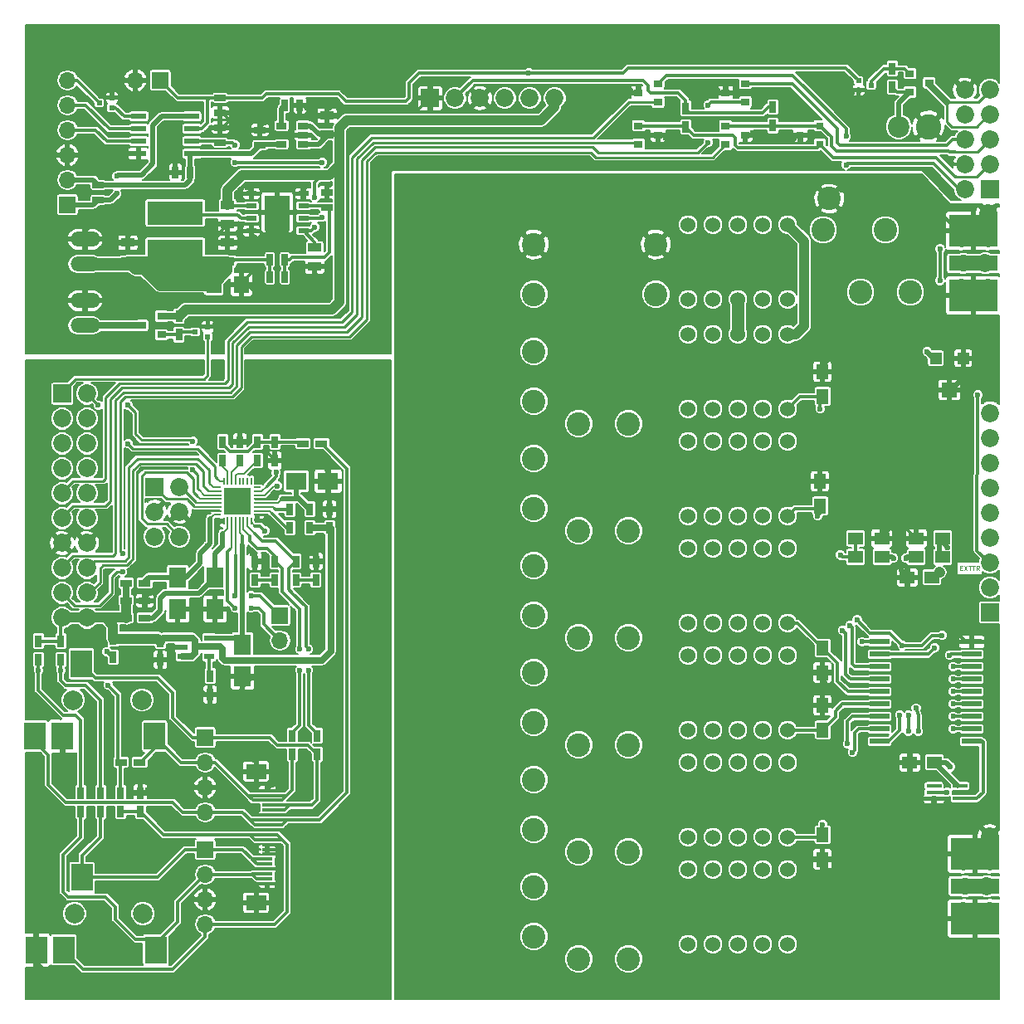
<source format=gbr>
G04 #@! TF.FileFunction,Copper,L1,Top,Signal*
%FSLAX46Y46*%
G04 Gerber Fmt 4.6, Leading zero omitted, Abs format (unit mm)*
G04 Created by KiCad (PCBNEW 4.0.7) date 02/08/18 06:22:55*
%MOMM*%
%LPD*%
G01*
G04 APERTURE LIST*
%ADD10C,0.100000*%
%ADD11C,2.400000*%
%ADD12C,1.524000*%
%ADD13C,5.300000*%
%ADD14R,5.000000X1.600000*%
%ADD15R,5.000000X3.300000*%
%ADD16C,1.850000*%
%ADD17C,1.800000*%
%ADD18R,1.397000X0.889000*%
%ADD19R,0.635000X1.143000*%
%ADD20R,1.143000X0.635000*%
%ADD21R,1.600000X1.800000*%
%ADD22R,5.700000X2.400000*%
%ADD23R,1.050000X0.600000*%
%ADD24C,0.500000*%
%ADD25R,1.100000X0.510000*%
%ADD26R,2.600000X3.500000*%
%ADD27C,2.500000*%
%ADD28R,1.200000X0.750000*%
%ADD29R,0.750000X1.200000*%
%ADD30R,1.800860X2.148840*%
%ADD31R,2.148840X1.800860*%
%ADD32R,2.200000X2.800000*%
%ADD33C,2.000000*%
%ADD34R,1.700000X1.700000*%
%ADD35O,1.700000X1.700000*%
%ADD36R,1.100000X0.300000*%
%ADD37R,2.000000X1.500000*%
%ADD38O,3.014980X1.506220*%
%ADD39R,0.599440X0.500380*%
%ADD40O,0.200000X0.750000*%
%ADD41R,0.200000X0.800000*%
%ADD42O,0.750000X0.200000*%
%ADD43R,0.800000X0.200000*%
%ADD44R,1.325000X1.325000*%
%ADD45C,1.700000*%
%ADD46R,1.060000X0.650000*%
%ADD47R,1.550000X0.600000*%
%ADD48R,1.850000X1.850000*%
%ADD49R,0.900000X0.800000*%
%ADD50R,1.500000X0.400000*%
%ADD51R,1.250000X1.500000*%
%ADD52R,1.500000X1.250000*%
%ADD53R,1.500000X1.300000*%
%ADD54R,0.800100X0.800100*%
%ADD55C,2.600000*%
%ADD56C,2.200000*%
%ADD57R,1.200000X1.200000*%
%ADD58R,1.600000X1.500000*%
%ADD59R,2.000000X0.600000*%
%ADD60C,0.600000*%
%ADD61C,0.500000*%
%ADD62C,1.000000*%
%ADD63C,0.350000*%
%ADD64C,0.200000*%
%ADD65C,0.300000*%
%ADD66C,0.700000*%
%ADD67C,1.250000*%
%ADD68C,0.250000*%
%ADD69C,0.152400*%
G04 APERTURE END LIST*
D10*
X95647811Y-55722286D02*
X95814477Y-55722286D01*
X95885906Y-55984190D02*
X95647811Y-55984190D01*
X95647811Y-55484190D01*
X95885906Y-55484190D01*
X96052573Y-55484190D02*
X96385906Y-55984190D01*
X96385906Y-55484190D02*
X96052573Y-55984190D01*
X96504953Y-55484190D02*
X96790667Y-55484190D01*
X96647810Y-55984190D02*
X96647810Y-55484190D01*
X96885905Y-55484190D02*
X97171619Y-55484190D01*
X97028762Y-55984190D02*
X97028762Y-55484190D01*
X97624000Y-55984190D02*
X97457333Y-55746095D01*
X97338286Y-55984190D02*
X97338286Y-55484190D01*
X97528762Y-55484190D01*
X97576381Y-55508000D01*
X97600190Y-55531810D01*
X97624000Y-55579429D01*
X97624000Y-55650857D01*
X97600190Y-55698476D01*
X97576381Y-55722286D01*
X97528762Y-55746095D01*
X97338286Y-55746095D01*
D11*
X56746000Y-95636000D03*
X61826000Y-95636000D03*
X56746000Y-41026000D03*
X61826000Y-41026000D03*
X56746000Y-51948000D03*
X61826000Y-51948000D03*
X56746000Y-62870000D03*
X61826000Y-62870000D03*
D12*
X78082000Y-20706000D03*
X75542000Y-20706000D03*
X73002000Y-20706000D03*
X70462000Y-20706000D03*
X67922000Y-20706000D03*
X67922000Y-28326000D03*
X70462000Y-28326000D03*
X73002000Y-28326000D03*
X75542000Y-28326000D03*
X78082000Y-28326000D03*
D13*
X20000000Y-3000000D03*
X20000000Y-97000000D03*
X97000000Y-97000000D03*
X97000000Y-3000000D03*
D14*
X97200000Y-88200000D03*
D15*
X97200000Y-91500000D03*
X97200000Y-84900000D03*
D16*
X98415000Y-88200000D03*
X98700000Y-85660000D03*
X98700000Y-90740000D03*
X96005000Y-90740000D03*
X96005000Y-85660000D03*
D17*
X96160000Y-88200000D03*
D16*
X98700000Y-83120000D03*
D14*
X97030000Y-24650000D03*
D15*
X97030000Y-27950000D03*
X97030000Y-21350000D03*
D16*
X98245000Y-24650000D03*
X98530000Y-22110000D03*
X98530000Y-27190000D03*
X95835000Y-27190000D03*
X95835000Y-22110000D03*
D17*
X95990000Y-24650000D03*
D16*
X98530000Y-19570000D03*
D18*
X31092000Y-11498500D03*
X31092000Y-9593500D03*
D19*
X26774000Y-8514000D03*
X28298000Y-8514000D03*
D18*
X20932000Y-18737500D03*
X20932000Y-20642500D03*
D20*
X24234000Y-12578000D03*
X24234000Y-11054000D03*
D18*
X29822000Y-23055500D03*
X29822000Y-24960500D03*
D19*
X15598000Y-15372000D03*
X17122000Y-15372000D03*
X25250000Y-24262000D03*
X26774000Y-24262000D03*
D18*
X20932000Y-24452500D03*
X20932000Y-22547500D03*
X10772000Y-24452500D03*
X10772000Y-22547500D03*
D21*
X19532000Y-26802000D03*
X22332000Y-26802000D03*
D22*
X15598000Y-23418000D03*
X15598000Y-19518000D03*
D20*
X7724000Y-16642000D03*
X7724000Y-18166000D03*
X20170000Y-7752000D03*
X20170000Y-9276000D03*
X20170000Y-12324000D03*
X20170000Y-10800000D03*
D19*
X25250000Y-26040000D03*
X26774000Y-26040000D03*
D20*
X31092000Y-18928000D03*
X31092000Y-17404000D03*
D23*
X16360000Y-62870000D03*
X16360000Y-63820000D03*
X16360000Y-64770000D03*
X19060000Y-64770000D03*
X19060000Y-62870000D03*
D24*
X26012000Y-18236000D03*
D25*
X23362000Y-21341000D03*
X28662000Y-21341000D03*
X23362000Y-20071000D03*
X28662000Y-20071000D03*
X23362000Y-18801000D03*
X28662000Y-18801000D03*
X23362000Y-17531000D03*
X28662000Y-17531000D03*
D26*
X26012000Y-19436000D03*
D27*
X26012000Y-21236000D03*
D24*
X26012000Y-19236000D03*
D28*
X10584000Y-59060000D03*
X12484000Y-59060000D03*
D29*
X14074000Y-63190000D03*
X14074000Y-65090000D03*
D30*
X15852000Y-59923600D03*
X15852000Y-56672400D03*
D29*
X19154000Y-66746000D03*
X19154000Y-68646000D03*
D30*
X19662000Y-59923600D03*
X19662000Y-56672400D03*
D29*
X22202000Y-42870000D03*
X22202000Y-44770000D03*
D30*
X22456000Y-66781600D03*
X22456000Y-63530400D03*
D29*
X27282000Y-49728000D03*
X27282000Y-51628000D03*
X31346000Y-51628000D03*
X31346000Y-49728000D03*
D31*
X31193600Y-46868000D03*
X27942400Y-46868000D03*
D29*
X20424000Y-44770000D03*
X20424000Y-42870000D03*
X25758000Y-55062000D03*
X25758000Y-56962000D03*
X25758000Y-42870000D03*
X25758000Y-44770000D03*
X27917000Y-55062000D03*
X27917000Y-56962000D03*
D28*
X12484000Y-57282000D03*
X10584000Y-57282000D03*
X12484000Y-60838000D03*
X10584000Y-60838000D03*
D29*
X29314000Y-51628000D03*
X29314000Y-49728000D03*
X5946000Y-78684000D03*
X5946000Y-80584000D03*
X7978000Y-78684000D03*
X7978000Y-80584000D03*
D28*
X28618000Y-43058000D03*
X30518000Y-43058000D03*
D29*
X30076000Y-72842000D03*
X30076000Y-74742000D03*
X27536000Y-74742000D03*
X27536000Y-72842000D03*
X10010000Y-80584000D03*
X10010000Y-78684000D03*
D28*
X11976000Y-75570000D03*
X10076000Y-75570000D03*
D32*
X13600000Y-94700000D03*
X6100000Y-87300000D03*
X4200000Y-94700000D03*
D33*
X5300000Y-91000000D03*
D32*
X1400000Y-94700000D03*
D33*
X12300000Y-91000000D03*
D32*
X13500000Y-72900000D03*
X6000000Y-65500000D03*
X4100000Y-72900000D03*
D33*
X5200000Y-69200000D03*
D32*
X1300000Y-72900000D03*
D33*
X12200000Y-69200000D03*
D34*
X26266000Y-60584000D03*
D35*
X26266000Y-63124000D03*
D36*
X24996000Y-87440000D03*
X24996000Y-86940000D03*
X24996000Y-86440000D03*
X24996000Y-85940000D03*
X24996000Y-85440000D03*
X24996000Y-84940000D03*
X24996000Y-84440000D03*
X24996000Y-83940000D03*
X24996000Y-83440000D03*
X24996000Y-82940000D03*
X24996000Y-82440000D03*
X24996000Y-81940000D03*
X24996000Y-81440000D03*
X24996000Y-87940000D03*
X24996000Y-78440000D03*
X24996000Y-78940000D03*
X24996000Y-79440000D03*
X24996000Y-79940000D03*
X24996000Y-80440000D03*
X24996000Y-80940000D03*
D37*
X23846000Y-76490000D03*
X23846000Y-89890000D03*
D34*
X18646000Y-84460000D03*
D35*
X18646000Y-87000000D03*
X18646000Y-89540000D03*
X18646000Y-92080000D03*
D34*
X18646000Y-73030000D03*
D35*
X18646000Y-75570000D03*
X18646000Y-78110000D03*
X18646000Y-80650000D03*
D34*
X14074000Y-5974000D03*
D35*
X11534000Y-5974000D03*
D34*
X4592180Y-18671460D03*
D35*
X4592180Y-16131460D03*
X4592180Y-13591460D03*
X4592180Y-11051460D03*
X4592180Y-8511460D03*
X4592180Y-5971460D03*
D38*
X6390000Y-24720000D03*
X6390000Y-22180000D03*
D39*
X9136240Y-8760380D03*
X9136240Y-7759620D03*
X7835760Y-8260000D03*
D29*
X23980000Y-42870000D03*
X23980000Y-44770000D03*
X23726000Y-56962000D03*
X23726000Y-55062000D03*
X29949000Y-56962000D03*
X29949000Y-55062000D03*
X12042000Y-78684000D03*
X12042000Y-80584000D03*
D40*
X23348000Y-46875000D03*
D41*
X22948000Y-46900000D03*
X22548000Y-46900000D03*
X22148000Y-46900000D03*
X21748000Y-46900000D03*
X21348000Y-46900000D03*
X20948000Y-46900000D03*
D40*
X20548000Y-46875000D03*
D42*
X19923000Y-47500000D03*
D43*
X19948000Y-47900000D03*
X19948000Y-48300000D03*
X19948000Y-48700000D03*
X19948000Y-49100000D03*
X19948000Y-49500000D03*
X19948000Y-49900000D03*
D42*
X19923000Y-50300000D03*
D40*
X20548000Y-50925000D03*
D41*
X20948000Y-50900000D03*
X21348000Y-50900000D03*
X21748000Y-50900000D03*
X22148000Y-50900000D03*
X22548000Y-50900000D03*
X22948000Y-50900000D03*
D40*
X23348000Y-50925000D03*
D42*
X23973000Y-50300000D03*
D43*
X23948000Y-49900000D03*
X23948000Y-49500000D03*
X23948000Y-49100000D03*
X23948000Y-48700000D03*
X23948000Y-48300000D03*
X23948000Y-47900000D03*
D42*
X23973000Y-47500000D03*
D44*
X21285500Y-49562500D03*
X22610500Y-49562500D03*
X21285500Y-48237500D03*
X22610500Y-48237500D03*
D45*
X21948000Y-48900000D03*
D46*
X28636000Y-12512000D03*
X28636000Y-11562000D03*
X28636000Y-10612000D03*
X26436000Y-10612000D03*
X26436000Y-12512000D03*
D47*
X17282000Y-13467000D03*
X17282000Y-12197000D03*
X17282000Y-10927000D03*
X17282000Y-9657000D03*
X11882000Y-9657000D03*
X11882000Y-10927000D03*
X11882000Y-12197000D03*
X11882000Y-13467000D03*
D48*
X4041000Y-37952600D03*
D16*
X6581000Y-37952600D03*
X4041000Y-40492600D03*
X6581000Y-40492600D03*
X4041000Y-43032600D03*
X6581000Y-43032600D03*
X4041000Y-45572600D03*
X6581000Y-45572600D03*
X4041000Y-48112600D03*
X6581000Y-48112600D03*
X4041000Y-50652600D03*
X6581000Y-50652600D03*
X4041000Y-53192600D03*
X6581000Y-53192600D03*
X4041000Y-55732600D03*
X6581000Y-55732600D03*
X4041000Y-58272600D03*
X6581000Y-58272600D03*
X4041000Y-60812600D03*
X6581000Y-60812600D03*
D48*
X41607600Y-7802800D03*
D16*
X44147600Y-7802800D03*
X46687600Y-7802800D03*
X49227600Y-7802800D03*
X51767600Y-7802800D03*
X54307600Y-7802800D03*
D48*
X13489800Y-47452200D03*
D16*
X16029800Y-47452200D03*
X13489800Y-49992200D03*
X16029800Y-49992200D03*
X13489800Y-52532200D03*
X16029800Y-52532200D03*
D49*
X64858000Y-8194000D03*
X64858000Y-6294000D03*
X62858000Y-7244000D03*
X73748000Y-8194000D03*
X73748000Y-6294000D03*
X71748000Y-7244000D03*
X62858000Y-10612000D03*
X62858000Y-12512000D03*
X64858000Y-11562000D03*
X71748000Y-10612000D03*
X71748000Y-12512000D03*
X73748000Y-11562000D03*
D29*
X67668000Y-8834000D03*
X67668000Y-10734000D03*
X76558000Y-8707000D03*
X76558000Y-10607000D03*
X88750000Y-6670000D03*
X88750000Y-4770000D03*
D12*
X78082000Y-31882000D03*
X75542000Y-31882000D03*
X73002000Y-31882000D03*
X70462000Y-31882000D03*
X67922000Y-31882000D03*
X67922000Y-39502000D03*
X70462000Y-39502000D03*
X73002000Y-39502000D03*
X75542000Y-39502000D03*
X78082000Y-39502000D03*
X78082000Y-42804000D03*
X75542000Y-42804000D03*
X73002000Y-42804000D03*
X70462000Y-42804000D03*
X67922000Y-42804000D03*
X67922000Y-50424000D03*
X70462000Y-50424000D03*
X73002000Y-50424000D03*
X75542000Y-50424000D03*
X78082000Y-50424000D03*
X78082000Y-64648000D03*
X75542000Y-64648000D03*
X73002000Y-64648000D03*
X70462000Y-64648000D03*
X67922000Y-64648000D03*
X67922000Y-72268000D03*
X70462000Y-72268000D03*
X73002000Y-72268000D03*
X75542000Y-72268000D03*
X78082000Y-72268000D03*
X78082000Y-75570000D03*
X75542000Y-75570000D03*
X73002000Y-75570000D03*
X70462000Y-75570000D03*
X67922000Y-75570000D03*
X67922000Y-83190000D03*
X70462000Y-83190000D03*
X73002000Y-83190000D03*
X75542000Y-83190000D03*
X78082000Y-83190000D03*
X78082000Y-86492000D03*
X75542000Y-86492000D03*
X73002000Y-86492000D03*
X70462000Y-86492000D03*
X67922000Y-86492000D03*
X67922000Y-94112000D03*
X70462000Y-94112000D03*
X73002000Y-94112000D03*
X75542000Y-94112000D03*
X78082000Y-94112000D03*
D11*
X64620000Y-27818000D03*
X64620000Y-22738000D03*
X56746000Y-73792000D03*
X61826000Y-73792000D03*
X56746000Y-84714000D03*
X61826000Y-84714000D03*
X52174000Y-27818000D03*
X52174000Y-22738000D03*
X52174000Y-38740000D03*
X52174000Y-33660000D03*
X52174000Y-49662000D03*
X52174000Y-44582000D03*
X52174000Y-60584000D03*
X52174000Y-55504000D03*
X52174000Y-71506000D03*
X52174000Y-66426000D03*
X52174000Y-82428000D03*
X52174000Y-77348000D03*
X52174000Y-93350000D03*
X52174000Y-88270000D03*
D16*
X98700000Y-6950000D03*
X96160000Y-6950000D03*
X96160000Y-9490000D03*
X98700000Y-9490000D03*
X98700000Y-9490000D03*
X96160000Y-9490000D03*
X96160000Y-9490000D03*
X98700000Y-9490000D03*
D48*
X98700000Y-17110000D03*
D16*
X96160000Y-17110000D03*
X98700000Y-14570000D03*
X96160000Y-14570000D03*
X98700000Y-12030000D03*
X96160000Y-12030000D03*
X98700000Y-9490000D03*
X96160000Y-9490000D03*
D49*
X90528000Y-5278000D03*
X92528000Y-6228000D03*
X90528000Y-7178000D03*
D50*
X93008000Y-77968000D03*
X93008000Y-78618000D03*
X93008000Y-79268000D03*
X95668000Y-79268000D03*
X95668000Y-77968000D03*
D51*
X81638000Y-38212000D03*
X81638000Y-35712000D03*
X81384000Y-49388000D03*
X81384000Y-46888000D03*
X81638000Y-63906000D03*
X81638000Y-66406000D03*
X81638000Y-72248000D03*
X81638000Y-69748000D03*
X81638000Y-82956000D03*
X81638000Y-85456000D03*
D52*
X92790000Y-56690000D03*
X90290000Y-56690000D03*
X93048000Y-75570000D03*
X90548000Y-75570000D03*
D53*
X84987000Y-52710000D03*
X87687000Y-52710000D03*
X87687000Y-54615000D03*
X84987000Y-54615000D03*
X93910000Y-52710000D03*
X91210000Y-52710000D03*
X91210000Y-54615000D03*
X93910000Y-54615000D03*
D48*
X98740000Y-60280000D03*
D16*
X98740000Y-57740000D03*
X98740000Y-55200000D03*
X98740000Y-52660000D03*
X98740000Y-50120000D03*
X98740000Y-47580000D03*
X98740000Y-45040000D03*
X98740000Y-42500000D03*
X98740000Y-39960000D03*
D54*
X81368760Y-12512000D03*
X81368760Y-10612000D03*
X79369780Y-11562000D03*
D55*
X92450000Y-10700000D03*
D56*
X89400000Y-10700000D03*
D57*
X95992000Y-34326000D03*
X93192000Y-34326000D03*
D58*
X94592000Y-37566000D03*
D59*
X96860000Y-73430000D03*
X96860000Y-72160000D03*
X96860000Y-70890000D03*
X96860000Y-69620000D03*
X96860000Y-68350000D03*
X96860000Y-67080000D03*
X96860000Y-65810000D03*
X96860000Y-64540000D03*
X96860000Y-63270000D03*
X87460000Y-63270000D03*
X87460000Y-64540000D03*
X87460000Y-65810000D03*
X87460000Y-67080000D03*
X87460000Y-68350000D03*
X87460000Y-69620000D03*
X87460000Y-70890000D03*
X87460000Y-72160000D03*
X87460000Y-73430000D03*
D29*
X9248000Y-64836000D03*
X9248000Y-62936000D03*
X3914000Y-65090000D03*
X3914000Y-63190000D03*
X1628000Y-65090000D03*
X1628000Y-63190000D03*
D38*
X6390000Y-30993000D03*
X6390000Y-28453000D03*
D39*
X85305760Y-5981620D03*
X85305760Y-6982380D03*
X86606240Y-6482000D03*
D49*
X14201000Y-31943000D03*
X12201000Y-30993000D03*
X14201000Y-30043000D03*
D39*
X18915240Y-32128380D03*
X18915240Y-31127620D03*
X17614760Y-31628000D03*
D29*
X15979000Y-30043000D03*
X15979000Y-31943000D03*
D11*
X90580000Y-27580000D03*
X85500000Y-27580000D03*
X88040000Y-21230000D03*
X81690000Y-21230000D03*
X82325000Y-18055000D03*
D12*
X78082000Y-53726000D03*
X75542000Y-53726000D03*
X73002000Y-53726000D03*
X70462000Y-53726000D03*
X67922000Y-53726000D03*
X67922000Y-61346000D03*
X70462000Y-61346000D03*
X73002000Y-61346000D03*
X75542000Y-61346000D03*
X78082000Y-61346000D03*
D60*
X93550000Y-56130000D03*
X85690000Y-63250000D03*
X94680000Y-76010000D03*
X95608000Y-62616000D03*
X93322000Y-70998000D03*
X93322000Y-66172000D03*
X83924000Y-58044000D03*
X90528000Y-69474000D03*
X90528000Y-66426000D03*
X90528000Y-62870000D03*
X88810000Y-58110000D03*
X86718000Y-60584000D03*
X81638000Y-61600000D03*
X53444000Y-90810000D03*
X48364000Y-90810000D03*
X43030000Y-90810000D03*
X53444000Y-79888000D03*
X48364000Y-79888000D03*
X43030000Y-79888000D03*
X53444000Y-68966000D03*
X48364000Y-68966000D03*
X43030000Y-68966000D03*
X53444000Y-58044000D03*
X48364000Y-58044000D03*
X43030000Y-58044000D03*
X53444000Y-47122000D03*
X48364000Y-47122000D03*
X43030000Y-47122000D03*
X53444000Y-36200000D03*
X48364000Y-36200000D03*
X43030000Y-36200000D03*
X74272000Y-36962000D03*
X70462000Y-36962000D03*
X64874000Y-36962000D03*
X59032000Y-36200000D03*
X74272000Y-47884000D03*
X70462000Y-47884000D03*
X64874000Y-47884000D03*
X59032000Y-46868000D03*
X74272000Y-58806000D03*
X70462000Y-58806000D03*
X64874000Y-58806000D03*
X59032000Y-57790000D03*
X74272000Y-69728000D03*
X70208000Y-69728000D03*
X64874000Y-69728000D03*
X59032000Y-68712000D03*
X74272000Y-80650000D03*
X70462000Y-80650000D03*
X64874000Y-80650000D03*
X59032000Y-79888000D03*
X74272000Y-91318000D03*
X69954000Y-91318000D03*
X64874000Y-91318000D03*
X59032000Y-90556000D03*
X83670000Y-17150000D03*
X91290000Y-17150000D03*
X76050000Y-17150000D03*
X68430000Y-17150000D03*
X60810000Y-17150000D03*
X53190000Y-17150000D03*
X45570000Y-17150000D03*
X40490000Y-17150000D03*
X40490000Y-24770000D03*
X98148000Y-30358000D03*
X98148000Y-35184000D03*
X95862000Y-36454000D03*
X54714000Y-95890000D03*
X49126000Y-95890000D03*
X43030000Y-95890000D03*
X65890000Y-86492000D03*
X61318000Y-86492000D03*
X53190000Y-86492000D03*
X45570000Y-86492000D03*
X65890000Y-75570000D03*
X61064000Y-75570000D03*
X53190000Y-75570000D03*
X45570000Y-75570000D03*
X65890000Y-64648000D03*
X61064000Y-64648000D03*
X53190000Y-64648000D03*
X45570000Y-64648000D03*
X65890000Y-53726000D03*
X61064000Y-53726000D03*
X53190000Y-53726000D03*
X45570000Y-53726000D03*
X65890000Y-42804000D03*
X61064000Y-42804000D03*
X53190000Y-42804000D03*
X45570000Y-42804000D03*
X65890000Y-31882000D03*
X60810000Y-31882000D03*
X53190000Y-31882000D03*
X45570000Y-31882000D03*
X56746000Y-37216000D03*
X56746000Y-48138000D03*
X56746000Y-59060000D03*
X56746000Y-69982000D03*
X56746000Y-80904000D03*
X56746000Y-91826000D03*
X50015000Y-20960000D03*
X44300000Y-20960000D03*
X44300000Y-28580000D03*
X50015000Y-28580000D03*
X74272000Y-25532000D03*
X76812000Y-29850000D03*
X76812000Y-41026000D03*
X76812000Y-51948000D03*
X76812000Y-62870000D03*
X76812000Y-73792000D03*
X77574000Y-70236000D03*
X76812000Y-84714000D03*
X77574000Y-81158000D03*
X77574000Y-48392000D03*
X77574000Y-37470000D03*
X77574000Y-59314000D03*
X80368000Y-53472000D03*
X69065000Y-22230000D03*
X69065000Y-26040000D03*
X66525000Y-26040000D03*
X60810000Y-26040000D03*
X57000000Y-26040000D03*
X57000000Y-22865000D03*
X60810000Y-22865000D03*
X40490000Y-32390000D03*
X40490000Y-40010000D03*
X40490000Y-47630000D03*
X40490000Y-55250000D03*
X40490000Y-62870000D03*
X80622000Y-43312000D03*
X96370000Y-40772000D03*
X96116000Y-43820000D03*
X95608000Y-48646000D03*
X83416000Y-72014000D03*
X83924000Y-70490000D03*
X82273000Y-86619000D03*
X82150000Y-67970000D03*
X79098000Y-70236000D03*
X83924000Y-34676000D03*
X82400000Y-34422000D03*
X82908000Y-46868000D03*
X77574000Y-92080000D03*
X86591000Y-51186000D03*
X89639000Y-55885000D03*
X88369000Y-51694000D03*
X90147000Y-51694000D03*
X75034000Y-17912000D03*
X90570000Y-76900000D03*
X93000000Y-79890000D03*
X95354000Y-38994000D03*
X91290000Y-34676000D03*
X89512000Y-40010000D03*
X95100000Y-31374000D03*
X87480000Y-80650000D03*
X87480000Y-85730000D03*
X87480000Y-92080000D03*
X83670000Y-94620000D03*
X83670000Y-89540000D03*
X83670000Y-83190000D03*
X84940000Y-75570000D03*
X83670000Y-79380000D03*
X91290000Y-93350000D03*
X98910000Y-65410000D03*
X98910000Y-73030000D03*
X98910000Y-80650000D03*
X91290000Y-80650000D03*
X91290000Y-88270000D03*
X91290000Y-98430000D03*
X83670000Y-98430000D03*
X76050000Y-98430000D03*
X68430000Y-98430000D03*
X60810000Y-98430000D03*
X40490000Y-70490000D03*
X53190000Y-98430000D03*
X40490000Y-78110000D03*
X40490000Y-85730000D03*
X40490000Y-93350000D03*
X40490000Y-98430000D03*
X45570000Y-98430000D03*
X95862000Y-58298000D03*
X29822000Y-20960000D03*
X29822000Y-17912000D03*
X7724000Y-39121000D03*
X10772000Y-39121000D03*
X17376000Y-42804000D03*
X17376000Y-45725000D03*
X8740000Y-67696000D03*
X8613000Y-64267000D03*
X3914000Y-66172000D03*
X9629000Y-15753000D03*
X9629000Y-17531000D03*
X30584000Y-14356000D03*
X30584000Y-19944000D03*
X21694000Y-12578000D03*
X21694000Y-14356000D03*
X22456000Y-53472000D03*
X18900000Y-53472000D03*
X20424000Y-53472000D03*
X24742000Y-51948000D03*
X26012000Y-47376000D03*
X25885000Y-45979000D03*
X27790000Y-48646000D03*
X28298000Y-66172000D03*
X28298000Y-64013000D03*
X29187000Y-66172000D03*
X29187000Y-64013000D03*
X21694000Y-58552000D03*
X23345000Y-58552000D03*
X21694000Y-59822000D03*
X23345000Y-59822000D03*
X69954000Y-12324000D03*
X69954000Y-8514000D03*
X10200500Y-54297500D03*
X10200500Y-56139000D03*
X51666000Y-5212000D03*
X84051000Y-11689000D03*
X84051000Y-14610000D03*
X84432000Y-61600000D03*
X81384000Y-39502000D03*
X83670000Y-62108000D03*
X81130000Y-50424000D03*
X93830000Y-62616000D03*
X85160000Y-61040000D03*
X89512000Y-70744000D03*
X89766000Y-63632000D03*
X81638000Y-81920000D03*
X84178000Y-73665000D03*
X84686000Y-74554000D03*
X90401000Y-70744000D03*
X90401000Y-72395000D03*
X97487600Y-38079600D03*
X93626800Y-23195200D03*
X93620000Y-26390000D03*
X91187000Y-70032000D03*
X91417000Y-72395000D03*
X94338000Y-78618000D03*
X94973000Y-65791000D03*
X94973000Y-67061000D03*
X94973000Y-68331000D03*
X94973000Y-69601000D03*
X94973000Y-70871000D03*
X94973000Y-72141000D03*
X83460000Y-54410000D03*
X88877000Y-54742000D03*
X94370000Y-53670000D03*
X90147000Y-54742000D03*
X92306000Y-33660000D03*
X8486000Y-37216000D03*
X4168000Y-77348000D03*
X2390000Y-92334000D03*
X2390000Y-89540000D03*
X2390000Y-84460000D03*
X2390000Y-79380000D03*
X14582000Y-35438000D03*
X9756000Y-35438000D03*
X4676000Y-35438000D03*
X19916000Y-35438000D03*
X22964000Y-36708000D03*
X26520000Y-36708000D03*
X31854000Y-36708000D03*
X1120000Y-60838000D03*
X1120000Y-55758000D03*
X1120000Y-50678000D03*
X1120000Y-45598000D03*
X1120000Y-40518000D03*
X1120000Y-35438000D03*
X34140000Y-38994000D03*
X29060000Y-38994000D03*
X23980000Y-38994000D03*
X12169000Y-38994000D03*
X17249000Y-38994000D03*
X23980000Y-98430000D03*
X29060000Y-98430000D03*
X34140000Y-98430000D03*
X28298000Y-44328000D03*
X24996000Y-43947000D03*
X8740000Y-50170000D03*
X8232000Y-48138000D03*
X8994000Y-59568000D03*
X8232000Y-58044000D03*
X24234000Y-63378000D03*
X15852000Y-61346000D03*
X17884000Y-57028000D03*
X24996000Y-41534000D03*
X31092000Y-45598000D03*
X30584000Y-44328000D03*
X31346000Y-48900000D03*
X29568000Y-48392000D03*
X32362000Y-57536000D03*
X32362000Y-52456000D03*
X27536000Y-53218000D03*
X30330000Y-53218000D03*
X30330000Y-58806000D03*
X30330000Y-63886000D03*
X23726000Y-66934000D03*
X24996000Y-68712000D03*
X21694000Y-68712000D03*
X23726000Y-75316000D03*
X24742000Y-73792000D03*
X20424000Y-74300000D03*
X19154000Y-43820000D03*
X12042000Y-51694000D03*
X10772000Y-44328000D03*
X18900000Y-41534000D03*
X16106000Y-41534000D03*
X22202000Y-42042000D03*
X10772000Y-41534000D03*
X12550000Y-41534000D03*
X13058000Y-58298000D03*
X17122000Y-54488000D03*
X12296000Y-54488000D03*
X16614000Y-69982000D03*
X16106000Y-73538000D03*
X2136000Y-96652000D03*
X15852000Y-98176000D03*
X11280000Y-98176000D03*
X6200000Y-98176000D03*
X8740000Y-70744000D03*
X8740000Y-77348000D03*
X10518000Y-82682000D03*
X6962000Y-82682000D03*
X3152000Y-68204000D03*
X1628000Y-70236000D03*
X6962000Y-77348000D03*
X6962000Y-70744000D03*
X10264000Y-67696000D03*
X10518000Y-70744000D03*
X14074000Y-70236000D03*
X27282000Y-71506000D03*
X23726000Y-71506000D03*
X18900000Y-70998000D03*
X16614000Y-65918000D03*
X26266000Y-66426000D03*
X27282000Y-67950000D03*
X29060000Y-95636000D03*
X23980000Y-95636000D03*
X23980000Y-93096000D03*
X31600000Y-93096000D03*
X31600000Y-88016000D03*
X31600000Y-82682000D03*
X29060000Y-85476000D03*
X29060000Y-90556000D03*
X28298000Y-41534000D03*
X32870000Y-43312000D03*
X34140000Y-49408000D03*
X34140000Y-54996000D03*
X34140000Y-60076000D03*
X34140000Y-65156000D03*
X34140000Y-70236000D03*
X34140000Y-75316000D03*
X34140000Y-80396000D03*
X34140000Y-85476000D03*
X34140000Y-95636000D03*
X34140000Y-90556000D03*
X31600000Y-67950000D03*
X31600000Y-73030000D03*
X31600000Y-78110000D03*
X32362000Y-62616000D03*
X28806000Y-79126000D03*
X28806000Y-74808000D03*
X28044000Y-80650000D03*
X28806000Y-72776000D03*
X25504000Y-77856000D03*
X26520000Y-76332000D03*
X27028000Y-82682000D03*
X17884000Y-50233500D03*
X24107000Y-46233000D03*
X25504000Y-48392000D03*
X29568000Y-54234000D03*
X23472000Y-54234000D03*
X19916000Y-51440000D03*
X24996000Y-50678000D03*
X19662000Y-61346000D03*
X18392000Y-68458000D03*
X15344000Y-63886000D03*
X13312000Y-65156000D03*
X4168000Y-74808000D03*
X26266000Y-86492000D03*
X26266000Y-84460000D03*
X12804000Y-78364000D03*
X23980000Y-91064000D03*
X26012000Y-88016000D03*
X10264000Y-65156000D03*
X2644000Y-64140000D03*
X23726000Y-25278000D03*
X2898000Y-33025000D03*
X1120000Y-31247000D03*
X1120000Y-26167000D03*
X1120000Y-21087000D03*
X1120000Y-16007000D03*
X1120000Y-10927000D03*
X1120000Y-5847000D03*
X17249000Y-33025000D03*
X12169000Y-33025000D03*
X7089000Y-33025000D03*
X23599000Y-33025000D03*
X51920000Y-14610000D03*
X48110000Y-14610000D03*
X44300000Y-14610000D03*
X40490000Y-14610000D03*
X55730000Y-14610000D03*
X59540000Y-14610000D03*
X63350000Y-14610000D03*
X67160000Y-14610000D03*
X36045000Y-27310000D03*
X36045000Y-23500000D03*
X36045000Y-19690000D03*
X36045000Y-15880000D03*
X37315000Y-14610000D03*
X34775000Y-32390000D03*
X30965000Y-33025000D03*
X27155000Y-33025000D03*
X19916000Y-33025000D03*
X1120000Y-1656000D03*
X3025000Y-3561000D03*
X8105000Y-3561000D03*
X13185000Y-3561000D03*
X25758000Y-3561000D03*
X30838000Y-3561000D03*
X35918000Y-3561000D03*
X40998000Y-3561000D03*
X46078000Y-3561000D03*
X51158000Y-3561000D03*
X56238000Y-3561000D03*
X61318000Y-3561000D03*
X66398000Y-3561000D03*
X71478000Y-3561000D03*
X76558000Y-3561000D03*
X81638000Y-3561000D03*
X86718000Y-3561000D03*
X91798000Y-3561000D03*
X34648000Y-8895000D03*
X11788000Y-17785000D03*
X7851000Y-19944000D03*
X15725000Y-28326000D03*
X10899000Y-26802000D03*
X26901000Y-28199000D03*
X30330000Y-27945000D03*
X34140000Y-11562000D03*
X38204000Y-11054000D03*
X42268000Y-11054000D03*
X33505000Y-12959000D03*
X19662000Y-30993000D03*
X22202000Y-30485000D03*
X31346000Y-16642000D03*
X84686000Y-7244000D03*
X86464000Y-11562000D03*
X80368000Y-5720000D03*
X70208000Y-13086000D03*
X94465000Y-13975000D03*
X93195000Y-15880000D03*
X70970000Y-14610000D03*
X74780000Y-14610000D03*
X31346000Y-8768000D03*
X61318000Y-11054000D03*
X57508000Y-11054000D03*
X53698000Y-11054000D03*
X49888000Y-11054000D03*
X46078000Y-11054000D03*
X82400000Y-14610000D03*
X78590000Y-14610000D03*
X65636000Y-11816000D03*
X66144000Y-9530000D03*
X78717000Y-11943000D03*
X78844000Y-9276000D03*
X62080000Y-6990000D03*
X70970000Y-6990000D03*
X74526000Y-11308000D03*
X30330000Y-26040000D03*
X30584000Y-21722000D03*
X14582000Y-15372000D03*
X18392000Y-15372000D03*
X24742000Y-10292000D03*
X21186000Y-10038000D03*
X29060000Y-8768000D03*
X27536000Y-11562000D03*
X10264000Y-13848000D03*
X8994000Y-6990000D03*
X11280000Y-21468000D03*
X22202000Y-22484000D03*
X23726000Y-27564000D03*
X19916000Y-21722000D03*
X23726000Y-21976000D03*
X22964000Y-16896000D03*
X28806000Y-16896000D03*
X1628000Y-66172000D03*
X10772000Y-43058000D03*
X94592000Y-64648000D03*
X93068000Y-63886000D03*
D61*
X93550000Y-56130000D02*
X93350000Y-56130000D01*
X93350000Y-56130000D02*
X92790000Y-56690000D01*
D62*
X93550000Y-56130000D02*
X93600000Y-56180000D01*
D61*
X78229000Y-42951000D02*
X78082000Y-42804000D01*
D62*
X78082000Y-31882000D02*
X78928000Y-31882000D01*
X79770000Y-22394000D02*
X78082000Y-20706000D01*
X79770000Y-31040000D02*
X79770000Y-22394000D01*
X78928000Y-31882000D02*
X79770000Y-31040000D01*
D63*
X87460000Y-63270000D02*
X85710000Y-63270000D01*
X85710000Y-63270000D02*
X85690000Y-63250000D01*
D61*
X94240000Y-75570000D02*
X93048000Y-75570000D01*
X94240000Y-75570000D02*
X94680000Y-76010000D01*
D64*
X95668000Y-77968000D02*
X95446000Y-77968000D01*
D61*
X95446000Y-77968000D02*
X93048000Y-75570000D01*
D63*
X93322000Y-66172000D02*
X93322000Y-70998000D01*
X95608000Y-62616000D02*
X95608000Y-58552000D01*
X96262000Y-63270000D02*
X95608000Y-62616000D01*
X95608000Y-58552000D02*
X95862000Y-58298000D01*
X96860000Y-63270000D02*
X96262000Y-63270000D01*
D65*
X90528000Y-66426000D02*
X90528000Y-69474000D01*
X90308000Y-59558000D02*
X90528000Y-62870000D01*
X88810000Y-58110000D02*
X90308000Y-59558000D01*
X83924000Y-58044000D02*
X81638000Y-60330000D01*
X86718000Y-60584000D02*
X84178000Y-58044000D01*
X84178000Y-58044000D02*
X83924000Y-58044000D01*
X81638000Y-60330000D02*
X81638000Y-61600000D01*
X53444000Y-90810000D02*
X48364000Y-90810000D01*
X53444000Y-79888000D02*
X48364000Y-79888000D01*
X53444000Y-68966000D02*
X48364000Y-68966000D01*
X53444000Y-58044000D02*
X48364000Y-58044000D01*
X53444000Y-47122000D02*
X48364000Y-47122000D01*
X53444000Y-36200000D02*
X48364000Y-36200000D01*
X70462000Y-36962000D02*
X74272000Y-36962000D01*
X59794000Y-36962000D02*
X64874000Y-36962000D01*
X59032000Y-36200000D02*
X59794000Y-36962000D01*
X70462000Y-47884000D02*
X74272000Y-47884000D01*
X60048000Y-47884000D02*
X64874000Y-47884000D01*
X59032000Y-46868000D02*
X60048000Y-47884000D01*
X70462000Y-58806000D02*
X74272000Y-58806000D01*
X60048000Y-58806000D02*
X64874000Y-58806000D01*
X59032000Y-57790000D02*
X60048000Y-58806000D01*
X70208000Y-69728000D02*
X74272000Y-69728000D01*
X60048000Y-69728000D02*
X64874000Y-69728000D01*
X59032000Y-68712000D02*
X60048000Y-69728000D01*
X70462000Y-80650000D02*
X74272000Y-80650000D01*
X59794000Y-80650000D02*
X64874000Y-80650000D01*
X59032000Y-79888000D02*
X59794000Y-80650000D01*
X69954000Y-91318000D02*
X74272000Y-91318000D01*
X59794000Y-91318000D02*
X64874000Y-91318000D01*
X59032000Y-90556000D02*
X59794000Y-91318000D01*
X95490000Y-21350000D02*
X91290000Y-17150000D01*
X68430000Y-17150000D02*
X60810000Y-17150000D01*
X53190000Y-17150000D02*
X45570000Y-17150000D01*
X40490000Y-17150000D02*
X40490000Y-24770000D01*
X98148000Y-35184000D02*
X98148000Y-30358000D01*
D61*
X95992000Y-34326000D02*
X95992000Y-36324000D01*
X95862000Y-36454000D02*
X94750000Y-37566000D01*
X95992000Y-36324000D02*
X95862000Y-36454000D01*
X94592000Y-37566000D02*
X94750000Y-37566000D01*
D65*
X40490000Y-95890000D02*
X43030000Y-95890000D01*
X49126000Y-95890000D02*
X54714000Y-95890000D01*
X61318000Y-86492000D02*
X65890000Y-86492000D01*
X45570000Y-86492000D02*
X53190000Y-86492000D01*
X61064000Y-75570000D02*
X65890000Y-75570000D01*
X45570000Y-75570000D02*
X53190000Y-75570000D01*
X40490000Y-64648000D02*
X45570000Y-64648000D01*
X53190000Y-64648000D02*
X61064000Y-64648000D01*
X40490000Y-53726000D02*
X45570000Y-53726000D01*
X53190000Y-53726000D02*
X61064000Y-53726000D01*
X61064000Y-42804000D02*
X65890000Y-42804000D01*
X45570000Y-42804000D02*
X53190000Y-42804000D01*
X60810000Y-31882000D02*
X65890000Y-31882000D01*
X45570000Y-31882000D02*
X53190000Y-31882000D01*
X50015000Y-20960000D02*
X44300000Y-20960000D01*
X50015000Y-28580000D02*
X44300000Y-28580000D01*
X74272000Y-25532000D02*
X74780000Y-25532000D01*
X76812000Y-27564000D02*
X76812000Y-29850000D01*
X74780000Y-25532000D02*
X76812000Y-27564000D01*
X77574000Y-37470000D02*
X77320000Y-37470000D01*
X77320000Y-37470000D02*
X76812000Y-37978000D01*
X76812000Y-37978000D02*
X76812000Y-41026000D01*
X77574000Y-48392000D02*
X77320000Y-48392000D01*
X76812000Y-48900000D02*
X76812000Y-51948000D01*
X77320000Y-48392000D02*
X76812000Y-48900000D01*
X77574000Y-59314000D02*
X77320000Y-59314000D01*
X76812000Y-59822000D02*
X76812000Y-62870000D01*
X77320000Y-59314000D02*
X76812000Y-59822000D01*
X77574000Y-70236000D02*
X77320000Y-70236000D01*
X77320000Y-70236000D02*
X76812000Y-70744000D01*
X76812000Y-70744000D02*
X76812000Y-73792000D01*
X77574000Y-81158000D02*
X76812000Y-81920000D01*
X76812000Y-81920000D02*
X76812000Y-84714000D01*
X77574000Y-59314000D02*
X77574000Y-58806000D01*
X80368000Y-56012000D02*
X80368000Y-53472000D01*
X77574000Y-58806000D02*
X80368000Y-56012000D01*
X66525000Y-26040000D02*
X69065000Y-26040000D01*
X57000000Y-26040000D02*
X60810000Y-26040000D01*
X60810000Y-22865000D02*
X57000000Y-22865000D01*
X97030000Y-21350000D02*
X95490000Y-21350000D01*
X40490000Y-32390000D02*
X40490000Y-40010000D01*
X40490000Y-47630000D02*
X40490000Y-53726000D01*
X40490000Y-53726000D02*
X40490000Y-55250000D01*
X40490000Y-62870000D02*
X40490000Y-64648000D01*
X40490000Y-64648000D02*
X40490000Y-66045000D01*
X93830000Y-98430000D02*
X95260000Y-97000000D01*
X95260000Y-97000000D02*
X97000000Y-97000000D01*
X81384000Y-46888000D02*
X81384000Y-44074000D01*
X81384000Y-44074000D02*
X80622000Y-43312000D01*
X95608000Y-48646000D02*
X96116000Y-43820000D01*
X96370000Y-40772000D02*
X96116000Y-41026000D01*
X96116000Y-41026000D02*
X96116000Y-43820000D01*
X81638000Y-85456000D02*
X81638000Y-85984000D01*
X81638000Y-85984000D02*
X82273000Y-86619000D01*
X81638000Y-66406000D02*
X82150000Y-67970000D01*
X81638000Y-69748000D02*
X79586000Y-69748000D01*
X79586000Y-69748000D02*
X79098000Y-70236000D01*
X81638000Y-35712000D02*
X81638000Y-35184000D01*
X81638000Y-35184000D02*
X82400000Y-34422000D01*
X81384000Y-46888000D02*
X82888000Y-46888000D01*
X82888000Y-46888000D02*
X82908000Y-46868000D01*
D61*
X90290000Y-56690000D02*
X90143000Y-56690000D01*
X90143000Y-56690000D02*
X89639000Y-55885000D01*
X87687000Y-52710000D02*
X87687000Y-52376000D01*
X87687000Y-52376000D02*
X88369000Y-51694000D01*
D65*
X91210000Y-52710000D02*
X91163000Y-52710000D01*
X91163000Y-52710000D02*
X90147000Y-51694000D01*
D61*
X97030000Y-27950000D02*
X97030000Y-29380000D01*
X90548000Y-75570000D02*
X90548000Y-76878000D01*
X90548000Y-76878000D02*
X90570000Y-76900000D01*
D64*
X93008000Y-79268000D02*
X93008000Y-79882000D01*
X93008000Y-79882000D02*
X93000000Y-79890000D01*
D65*
X87480000Y-85730000D02*
X87480000Y-80650000D01*
X84940000Y-94620000D02*
X87480000Y-92080000D01*
X83670000Y-94620000D02*
X84940000Y-94620000D01*
X83670000Y-83190000D02*
X83670000Y-89540000D01*
X83670000Y-76840000D02*
X84940000Y-75570000D01*
X83670000Y-79380000D02*
X83670000Y-76840000D01*
X91290000Y-93350000D02*
X91290000Y-88270000D01*
X91290000Y-98430000D02*
X91290000Y-93350000D01*
X98910000Y-73030000D02*
X98910000Y-65410000D01*
X91290000Y-80650000D02*
X98910000Y-80650000D01*
X91290000Y-98430000D02*
X93830000Y-98430000D01*
X76050000Y-98430000D02*
X83670000Y-98430000D01*
X60810000Y-98430000D02*
X68430000Y-98430000D01*
X40490000Y-66045000D02*
X40490000Y-70490000D01*
X45570000Y-98430000D02*
X53190000Y-98430000D01*
X40490000Y-78110000D02*
X40490000Y-85730000D01*
X40490000Y-93350000D02*
X40490000Y-95890000D01*
X40490000Y-95890000D02*
X40490000Y-98430000D01*
D62*
X32362000Y-20579000D02*
X32362000Y-28580000D01*
X32362000Y-14610000D02*
X32362000Y-20579000D01*
X16680000Y-29342000D02*
X15979000Y-30043000D01*
X31600000Y-29342000D02*
X16680000Y-29342000D01*
X32362000Y-28580000D02*
X31600000Y-29342000D01*
D66*
X14201000Y-30043000D02*
X15979000Y-30043000D01*
D61*
X31092000Y-11498500D02*
X32362000Y-11498500D01*
X32362000Y-11498500D02*
X32362000Y-11562000D01*
D62*
X34140000Y-10038000D02*
X33124000Y-10038000D01*
X33124000Y-10038000D02*
X32362000Y-10800000D01*
X32362000Y-10800000D02*
X32362000Y-11562000D01*
X54307600Y-8666400D02*
X52936000Y-10038000D01*
X52936000Y-10038000D02*
X34140000Y-10038000D01*
X32362000Y-14610000D02*
X31346000Y-15626000D01*
X30584000Y-15626000D02*
X31346000Y-15626000D01*
X32362000Y-11562000D02*
X32362000Y-14610000D01*
X54307600Y-7802800D02*
X54307600Y-8666400D01*
D61*
X28636000Y-12512000D02*
X30242000Y-12512000D01*
X30242000Y-12512000D02*
X31092000Y-11662000D01*
X31092000Y-11662000D02*
X31092000Y-11498500D01*
X28636000Y-10612000D02*
X29380000Y-10612000D01*
X30266500Y-11498500D02*
X31092000Y-11498500D01*
X29380000Y-10612000D02*
X30266500Y-11498500D01*
D62*
X20932000Y-17150000D02*
X22456000Y-15626000D01*
D63*
X29822000Y-17912000D02*
X29822000Y-16388000D01*
X29441000Y-21341000D02*
X29822000Y-20960000D01*
X28662000Y-21341000D02*
X29441000Y-21341000D01*
X29822000Y-16388000D02*
X30584000Y-15626000D01*
D62*
X20932000Y-18737500D02*
X20932000Y-17150000D01*
X22456000Y-15626000D02*
X30584000Y-15626000D01*
D63*
X23362000Y-18801000D02*
X20995500Y-18801000D01*
X20995500Y-18801000D02*
X20932000Y-18737500D01*
X28662000Y-21341000D02*
X28679000Y-21341000D01*
X28679000Y-21341000D02*
X29822000Y-22484000D01*
X29822000Y-22484000D02*
X29822000Y-23055500D01*
D61*
X26436000Y-10612000D02*
X26436000Y-8852000D01*
X26436000Y-8852000D02*
X26774000Y-8514000D01*
X17282000Y-13467000D02*
X23345000Y-13467000D01*
X23345000Y-13467000D02*
X24300000Y-12512000D01*
X24300000Y-12512000D02*
X26436000Y-12512000D01*
X17122000Y-15372000D02*
X17122000Y-13627000D01*
X17122000Y-13627000D02*
X17282000Y-13467000D01*
X7724000Y-16642000D02*
X16614000Y-16642000D01*
X17122000Y-16134000D02*
X17122000Y-15372000D01*
X16614000Y-16642000D02*
X17122000Y-16134000D01*
X4592180Y-16131460D02*
X7213460Y-16131460D01*
X7213460Y-16131460D02*
X7724000Y-16642000D01*
D63*
X25250000Y-24262000D02*
X21122500Y-24262000D01*
X21122500Y-24262000D02*
X20932000Y-24452500D01*
X21503500Y-24452500D02*
X20932000Y-24452500D01*
D62*
X20932000Y-24452500D02*
X20741500Y-24452500D01*
X20741500Y-24452500D02*
X19532000Y-25662000D01*
X19532000Y-25662000D02*
X19532000Y-26802000D01*
X10772000Y-24452500D02*
X17182500Y-24452500D01*
X17182500Y-24452500D02*
X19532000Y-26802000D01*
X19532000Y-26802000D02*
X19532000Y-25662000D01*
X11534000Y-25278000D02*
X10976000Y-24720000D01*
X19148000Y-25278000D02*
X11534000Y-25278000D01*
X19532000Y-25662000D02*
X19148000Y-25278000D01*
X10976000Y-24720000D02*
X10772000Y-24452500D01*
X10772000Y-24452500D02*
X14563500Y-24452500D01*
X14563500Y-24452500D02*
X15598000Y-23418000D01*
D67*
X6390000Y-24720000D02*
X11992000Y-24720000D01*
X11992000Y-24720000D02*
X13312000Y-26040000D01*
X13312000Y-26040000D02*
X19154000Y-26040000D01*
X19532000Y-26802000D02*
X14074000Y-26802000D01*
X14074000Y-26802000D02*
X13312000Y-26040000D01*
D62*
X20932000Y-24452500D02*
X20932000Y-25402000D01*
X20932000Y-25402000D02*
X19532000Y-26802000D01*
X20932000Y-24452500D02*
X16632500Y-24452500D01*
X16632500Y-24452500D02*
X15598000Y-23418000D01*
D63*
X25250000Y-24262000D02*
X25250000Y-26040000D01*
X26774000Y-26040000D02*
X26774000Y-24262000D01*
X26774000Y-24262000D02*
X27282000Y-24262000D01*
X31346000Y-23500000D02*
X31346000Y-19182000D01*
X30838000Y-24008000D02*
X31346000Y-23500000D01*
X27536000Y-24008000D02*
X30838000Y-24008000D01*
X27282000Y-24262000D02*
X27536000Y-24008000D01*
X31346000Y-19182000D02*
X31092000Y-18928000D01*
X28662000Y-18801000D02*
X30965000Y-18801000D01*
X30965000Y-18801000D02*
X31092000Y-18928000D01*
D65*
X30965000Y-18801000D02*
X31092000Y-18928000D01*
D68*
X6581000Y-37952600D02*
X6581000Y-37978000D01*
X6581000Y-37978000D02*
X7724000Y-39121000D01*
X10772000Y-39121000D02*
X11534000Y-39883000D01*
X12169000Y-42677000D02*
X17249000Y-42677000D01*
X17249000Y-42677000D02*
X17376000Y-42804000D01*
X12169000Y-42677000D02*
X11534000Y-42042000D01*
X11534000Y-41534000D02*
X11534000Y-42042000D01*
X11534000Y-41534000D02*
X11534000Y-39883000D01*
X17884000Y-47630000D02*
X17884000Y-46233000D01*
X18011000Y-47757000D02*
X17884000Y-47630000D01*
D64*
X18554000Y-48300000D02*
X18011000Y-47757000D01*
X18554000Y-48300000D02*
X19948000Y-48300000D01*
D68*
X17884000Y-46233000D02*
X17376000Y-45725000D01*
D63*
X8740000Y-67696000D02*
X9756000Y-68712000D01*
X9756000Y-68712000D02*
X9756000Y-75250000D01*
X9756000Y-75250000D02*
X10076000Y-75570000D01*
X10010000Y-78684000D02*
X10010000Y-75636000D01*
X10010000Y-75636000D02*
X10076000Y-75570000D01*
X10076000Y-78618000D02*
X10010000Y-78684000D01*
D65*
X8613000Y-64267000D02*
X9182000Y-64836000D01*
X9182000Y-64836000D02*
X9248000Y-64836000D01*
D63*
X7978000Y-78684000D02*
X7978000Y-69220000D01*
X3914000Y-67188000D02*
X3914000Y-66172000D01*
X4422000Y-67696000D02*
X3914000Y-67188000D01*
X6454000Y-67696000D02*
X4422000Y-67696000D01*
X7978000Y-69220000D02*
X6454000Y-67696000D01*
D65*
X3914000Y-65090000D02*
X3914000Y-66172000D01*
D64*
X19923000Y-47500000D02*
X19468500Y-47500000D01*
D68*
X17884000Y-44582000D02*
X19027000Y-45725000D01*
X19027000Y-45725000D02*
X19027000Y-47058500D01*
X19027000Y-47058500D02*
X19154000Y-47185500D01*
X10839998Y-53091000D02*
X10839998Y-45466502D01*
X10454500Y-54996000D02*
X10839998Y-54610502D01*
X10839998Y-54610502D02*
X10839998Y-53091000D01*
X7343000Y-54996000D02*
X6606400Y-55732600D01*
X7343000Y-54996000D02*
X10454500Y-54996000D01*
X11724500Y-44582000D02*
X13883500Y-44582000D01*
X10839998Y-45466502D02*
X11724500Y-44582000D01*
X13883500Y-44582000D02*
X17884000Y-44582000D01*
D64*
X19468500Y-47500000D02*
X19154000Y-47185500D01*
D68*
X6581000Y-55732600D02*
X6606400Y-55732600D01*
D64*
X19948000Y-47900000D02*
X18979500Y-47900000D01*
D68*
X17693500Y-45090000D02*
X18455500Y-45852000D01*
X18455500Y-45852000D02*
X18455500Y-47376000D01*
X18455500Y-47376000D02*
X18836500Y-47757000D01*
X11280000Y-50170000D02*
X11280000Y-45788500D01*
X11280000Y-54805500D02*
X11280000Y-50170000D01*
X10454500Y-55440500D02*
X10645000Y-55440500D01*
X8232000Y-55440500D02*
X10454500Y-55440500D01*
X7914500Y-55758000D02*
X8232000Y-55440500D01*
X7914500Y-57218500D02*
X7914500Y-55758000D01*
X7914500Y-57218500D02*
X6860400Y-58272600D01*
X10645000Y-55440500D02*
X10962500Y-55123000D01*
X10962500Y-55123000D02*
X11280000Y-54805500D01*
X11978500Y-45090000D02*
X17249000Y-45090000D01*
X11280000Y-45788500D02*
X11978500Y-45090000D01*
X17249000Y-45090000D02*
X17693500Y-45090000D01*
D64*
X18979500Y-47900000D02*
X18836500Y-47757000D01*
D68*
X6581000Y-58272600D02*
X6860400Y-58272600D01*
D64*
X18484000Y-49500000D02*
X17595000Y-49500000D01*
D68*
X16868000Y-48773000D02*
X16804500Y-48709500D01*
X16804500Y-48709500D02*
X14747100Y-48709500D01*
X13489800Y-47452200D02*
X14747100Y-48709500D01*
D64*
X18484000Y-49500000D02*
X19948000Y-49500000D01*
D68*
X17503000Y-49408000D02*
X16868000Y-48773000D01*
D64*
X17595000Y-49500000D02*
X17503000Y-49408000D01*
X18655500Y-49100000D02*
X17830000Y-49100000D01*
D68*
X16182200Y-47452200D02*
X17722998Y-48992998D01*
D64*
X18655500Y-49100000D02*
X19948000Y-49100000D01*
X17830000Y-49100000D02*
X17722998Y-48992998D01*
D68*
X16029800Y-47452200D02*
X16182200Y-47452200D01*
X12169000Y-50678000D02*
X12169000Y-46360000D01*
D64*
X19948000Y-48700000D02*
X18128500Y-48700000D01*
D68*
X17439500Y-48011000D02*
X17884000Y-48455500D01*
X17439500Y-46677500D02*
X17439500Y-48011000D01*
X16741000Y-45979000D02*
X17439500Y-46677500D01*
X12550000Y-45979000D02*
X16741000Y-45979000D01*
X12169000Y-46360000D02*
X12550000Y-45979000D01*
X12740500Y-51249500D02*
X12169000Y-50678000D01*
X14709000Y-51249500D02*
X12740500Y-51249500D01*
X14709000Y-51249500D02*
X15991700Y-52532200D01*
D64*
X18128500Y-48700000D02*
X17884000Y-48455500D01*
D68*
X16029800Y-52532200D02*
X15991700Y-52532200D01*
D61*
X7724000Y-18166000D02*
X8994000Y-18166000D01*
X13312000Y-14483000D02*
X12169000Y-15626000D01*
X12169000Y-15626000D02*
X9756000Y-15626000D01*
X9756000Y-15626000D02*
X9629000Y-15753000D01*
X14201000Y-9657000D02*
X17282000Y-9657000D01*
X14201000Y-9657000D02*
X13312000Y-10546000D01*
X13312000Y-10546000D02*
X13312000Y-14483000D01*
X8994000Y-18166000D02*
X9629000Y-17531000D01*
X4592180Y-18671460D02*
X7218540Y-18671460D01*
X7218540Y-18671460D02*
X7724000Y-18166000D01*
D64*
X5152140Y-18111500D02*
X4592180Y-18671460D01*
D63*
X17282000Y-12197000D02*
X20043000Y-12197000D01*
X20043000Y-12197000D02*
X20170000Y-12324000D01*
X30584000Y-14356000D02*
X21694000Y-14356000D01*
X28662000Y-20071000D02*
X30457000Y-20071000D01*
X30457000Y-20071000D02*
X30584000Y-19944000D01*
X21440000Y-12324000D02*
X20170000Y-12324000D01*
X21694000Y-12578000D02*
X21440000Y-12324000D01*
X19060000Y-64770000D02*
X19060000Y-66652000D01*
X19060000Y-66652000D02*
X19154000Y-66746000D01*
X22456000Y-53472000D02*
X22456000Y-52456000D01*
D64*
X22148000Y-52148000D02*
X22456000Y-52456000D01*
X22148000Y-52148000D02*
X22148000Y-50900000D01*
D61*
X19060000Y-62870000D02*
X21795600Y-62870000D01*
X21795600Y-62870000D02*
X22456000Y-63530400D01*
X22456000Y-53472000D02*
X22456000Y-63530400D01*
X15852000Y-56672400D02*
X16715600Y-56672400D01*
X16715600Y-56672400D02*
X18138000Y-55250000D01*
X18138000Y-54234000D02*
X18900000Y-53472000D01*
X18138000Y-55250000D02*
X18138000Y-54234000D01*
X19154000Y-50678000D02*
X19154000Y-53218000D01*
D64*
X19532000Y-50300000D02*
X19154000Y-50678000D01*
X19923000Y-50300000D02*
X19532000Y-50300000D01*
D61*
X19154000Y-53218000D02*
X18900000Y-53472000D01*
X12484000Y-57282000D02*
X12484000Y-57094000D01*
X12484000Y-57094000D02*
X12905600Y-56672400D01*
X12905600Y-56672400D02*
X15852000Y-56672400D01*
X19662000Y-56672400D02*
X19662000Y-54234000D01*
X19662000Y-54234000D02*
X20424000Y-53472000D01*
X20424000Y-52202000D02*
X20424000Y-53472000D01*
D64*
X20948000Y-50900000D02*
X20948000Y-51678000D01*
X20948000Y-51678000D02*
X20424000Y-52202000D01*
D61*
X12484000Y-60838000D02*
X13312000Y-60838000D01*
X18036400Y-58298000D02*
X19662000Y-56672400D01*
X14582000Y-58298000D02*
X18036400Y-58298000D01*
X14074000Y-58806000D02*
X14582000Y-58298000D01*
X14074000Y-60076000D02*
X14074000Y-58806000D01*
X13312000Y-60838000D02*
X14074000Y-60076000D01*
D64*
X21348000Y-46900000D02*
X21348000Y-45944000D01*
X21348000Y-45944000D02*
X22202000Y-45090000D01*
X22202000Y-45090000D02*
X22202000Y-44770000D01*
D63*
X23726000Y-51440000D02*
X24234000Y-51440000D01*
D64*
X23348000Y-51062000D02*
X23726000Y-51440000D01*
D63*
X24234000Y-51440000D02*
X24742000Y-51948000D01*
D64*
X23348000Y-50925000D02*
X23348000Y-51062000D01*
X24707000Y-48300000D02*
X25631000Y-47376000D01*
X25631000Y-47376000D02*
X26012000Y-47376000D01*
X23948000Y-48300000D02*
X24707000Y-48300000D01*
D63*
X27282000Y-49728000D02*
X25824000Y-49728000D01*
D64*
X25596000Y-49500000D02*
X25758000Y-49662000D01*
X25596000Y-49500000D02*
X23948000Y-49500000D01*
D63*
X25824000Y-49728000D02*
X25758000Y-49662000D01*
X27282000Y-51628000D02*
X26962000Y-51628000D01*
X26962000Y-51628000D02*
X25504000Y-50170000D01*
D64*
X23948000Y-49900000D02*
X25234000Y-49900000D01*
X25234000Y-49900000D02*
X25504000Y-50170000D01*
D63*
X25885000Y-45979000D02*
X25885000Y-46423500D01*
D64*
X24408500Y-47900000D02*
X24932500Y-47376000D01*
X23948000Y-47900000D02*
X24408500Y-47900000D01*
D63*
X25885000Y-46423500D02*
X24932500Y-47376000D01*
D61*
X27942400Y-46868000D02*
X27942400Y-48356400D01*
X27942400Y-48356400D02*
X28232000Y-48646000D01*
X27790000Y-48646000D02*
X28232000Y-48646000D01*
X28232000Y-48646000D02*
X29314000Y-49728000D01*
X26520000Y-48646000D02*
X27790000Y-48646000D01*
D64*
X26066000Y-49100000D02*
X26520000Y-48646000D01*
X23948000Y-49100000D02*
X26066000Y-49100000D01*
X20948000Y-46900000D02*
X20948000Y-45868000D01*
X20948000Y-45868000D02*
X20424000Y-45344000D01*
X20424000Y-45344000D02*
X20424000Y-44770000D01*
D65*
X25758000Y-42870000D02*
X28430000Y-42870000D01*
X28430000Y-42870000D02*
X28618000Y-43058000D01*
X23980000Y-42870000D02*
X25758000Y-42870000D01*
X20424000Y-42870000D02*
X20424000Y-43058000D01*
X20424000Y-43058000D02*
X21186000Y-43820000D01*
X21186000Y-43820000D02*
X23030000Y-43820000D01*
X23030000Y-43820000D02*
X23980000Y-42870000D01*
D63*
X27409000Y-59060000D02*
X28298000Y-59949000D01*
X26520000Y-58171000D02*
X27409000Y-59060000D01*
X25824000Y-55062000D02*
X26520000Y-55758000D01*
X26520000Y-55758000D02*
X26520000Y-58171000D01*
X28298000Y-71760000D02*
X27536000Y-72522000D01*
X28298000Y-66172000D02*
X28298000Y-71760000D01*
X28298000Y-59949000D02*
X28298000Y-64013000D01*
X27536000Y-72522000D02*
X27536000Y-72842000D01*
X27348000Y-72842000D02*
X27536000Y-72842000D01*
X25758000Y-55062000D02*
X25824000Y-55062000D01*
X23218000Y-52456000D02*
X23218000Y-52964000D01*
D64*
X22548000Y-51786000D02*
X23218000Y-52456000D01*
X22548000Y-50900000D02*
X22548000Y-51786000D01*
D63*
X24996000Y-53726000D02*
X25758000Y-54488000D01*
X23980000Y-53726000D02*
X24996000Y-53726000D01*
X23218000Y-52964000D02*
X23980000Y-53726000D01*
X25758000Y-54488000D02*
X25758000Y-55062000D01*
X23726000Y-56962000D02*
X25758000Y-56962000D01*
X27536000Y-58298000D02*
X28933000Y-59695000D01*
X27155000Y-57917000D02*
X27536000Y-58298000D01*
X27851000Y-55062000D02*
X27155000Y-55758000D01*
X27155000Y-55758000D02*
X27155000Y-57917000D01*
X29187000Y-71760000D02*
X30076000Y-72649000D01*
X29187000Y-66172000D02*
X29187000Y-71760000D01*
X28933000Y-63759000D02*
X29187000Y-64013000D01*
X28933000Y-59695000D02*
X28933000Y-63759000D01*
X30076000Y-72649000D02*
X30076000Y-72842000D01*
X30076000Y-72776000D02*
X30076000Y-72842000D01*
X23726000Y-52202000D02*
X24488000Y-52964000D01*
D64*
X22948000Y-51424000D02*
X23726000Y-52202000D01*
X22948000Y-50900000D02*
X22948000Y-51424000D01*
D63*
X25819000Y-52964000D02*
X27917000Y-55062000D01*
X24488000Y-52964000D02*
X25819000Y-52964000D01*
X27917000Y-55062000D02*
X27851000Y-55062000D01*
X27917000Y-56962000D02*
X29949000Y-56962000D01*
X5946000Y-80584000D02*
X5946000Y-83190000D01*
X11534000Y-93604000D02*
X12504000Y-93604000D01*
X9502000Y-91572000D02*
X11534000Y-93604000D01*
X9502000Y-90302000D02*
X9502000Y-91572000D01*
X8486000Y-89286000D02*
X9502000Y-90302000D01*
X4676000Y-89286000D02*
X8486000Y-89286000D01*
X4168000Y-88778000D02*
X4676000Y-89286000D01*
X4168000Y-84968000D02*
X4168000Y-88778000D01*
X5946000Y-83190000D02*
X4168000Y-84968000D01*
X12504000Y-93604000D02*
X13600000Y-94700000D01*
X13600000Y-94700000D02*
X13600000Y-94078000D01*
X13600000Y-94078000D02*
X15852000Y-91826000D01*
X15852000Y-91826000D02*
X15852000Y-89794000D01*
X15852000Y-89794000D02*
X18646000Y-87000000D01*
X23472000Y-87000000D02*
X18646000Y-87000000D01*
D65*
X24996000Y-87440000D02*
X23912000Y-87440000D01*
X23912000Y-87440000D02*
X23472000Y-87000000D01*
X23472000Y-87000000D02*
X23412000Y-86940000D01*
X24996000Y-86940000D02*
X23412000Y-86940000D01*
X18706000Y-86940000D02*
X18646000Y-87000000D01*
D63*
X7978000Y-80584000D02*
X7978000Y-83190000D01*
X6100000Y-85068000D02*
X6100000Y-87300000D01*
X7978000Y-83190000D02*
X6100000Y-85068000D01*
X6100000Y-87300000D02*
X13774000Y-87300000D01*
X16614000Y-84460000D02*
X18646000Y-84460000D01*
X13774000Y-87300000D02*
X16614000Y-84460000D01*
X23472000Y-85440000D02*
X23436000Y-85440000D01*
X23436000Y-85440000D02*
X22456000Y-84460000D01*
X22456000Y-84460000D02*
X18646000Y-84460000D01*
D65*
X24996000Y-85440000D02*
X23472000Y-85440000D01*
X23436000Y-85440000D02*
X23472000Y-85476000D01*
X24996000Y-85940000D02*
X23936000Y-85940000D01*
X23936000Y-85940000D02*
X23472000Y-85476000D01*
X1300000Y-72900000D02*
X1300000Y-73464000D01*
X1300000Y-73464000D02*
X2644000Y-74808000D01*
X2644000Y-74808000D02*
X2644000Y-77856000D01*
D63*
X30518000Y-43058000D02*
X30584000Y-43058000D01*
X30584000Y-43058000D02*
X33124000Y-45598000D01*
X30302000Y-81440000D02*
X27000000Y-81440000D01*
X33124000Y-78618000D02*
X30302000Y-81440000D01*
X33124000Y-45598000D02*
X33124000Y-78618000D01*
D65*
X24996000Y-81940000D02*
X26500000Y-81940000D01*
X26500000Y-81940000D02*
X27000000Y-81440000D01*
X24996000Y-81440000D02*
X27000000Y-81440000D01*
X18646000Y-80650000D02*
X16360000Y-80650000D01*
X16360000Y-80650000D02*
X15344000Y-79634000D01*
D63*
X23246000Y-81440000D02*
X22456000Y-80650000D01*
X22456000Y-80650000D02*
X18646000Y-80650000D01*
D65*
X24996000Y-81440000D02*
X23246000Y-81440000D01*
X23246000Y-81440000D02*
X23218000Y-81412000D01*
X24996000Y-81940000D02*
X23746000Y-81940000D01*
X23746000Y-81940000D02*
X23218000Y-81412000D01*
X4422000Y-79634000D02*
X2644000Y-77856000D01*
X15344000Y-79634000D02*
X4422000Y-79634000D01*
D63*
X27230000Y-79940000D02*
X29516000Y-79940000D01*
X30076000Y-79380000D02*
X30076000Y-74742000D01*
X29516000Y-79940000D02*
X30076000Y-79380000D01*
D65*
X24996000Y-79940000D02*
X27230000Y-79940000D01*
X27230000Y-79940000D02*
X27028000Y-80142000D01*
X24996000Y-80440000D02*
X26730000Y-80440000D01*
X26730000Y-80440000D02*
X27028000Y-80142000D01*
X18646000Y-73030000D02*
X25250000Y-73030000D01*
X25250000Y-73030000D02*
X26012000Y-73792000D01*
X26012000Y-73792000D02*
X29126000Y-73792000D01*
X29126000Y-73792000D02*
X30076000Y-74742000D01*
D63*
X18646000Y-73030000D02*
X17376000Y-73030000D01*
X7434000Y-66934000D02*
X6000000Y-65500000D01*
X13820000Y-66934000D02*
X7434000Y-66934000D01*
X15344000Y-68458000D02*
X13820000Y-66934000D01*
X15344000Y-70998000D02*
X15344000Y-68458000D01*
X17376000Y-73030000D02*
X15344000Y-70998000D01*
D64*
X6710000Y-66210000D02*
X6000000Y-65500000D01*
D63*
X26960000Y-78940000D02*
X27536000Y-78364000D01*
X27536000Y-78364000D02*
X27536000Y-74742000D01*
D65*
X24996000Y-78940000D02*
X26960000Y-78940000D01*
X26960000Y-78940000D02*
X26774000Y-79126000D01*
X24996000Y-79440000D02*
X26460000Y-79440000D01*
X26460000Y-79440000D02*
X26774000Y-79126000D01*
D63*
X11976000Y-75570000D02*
X12042000Y-75570000D01*
X12042000Y-75570000D02*
X13500000Y-74112000D01*
X13500000Y-74112000D02*
X13500000Y-72900000D01*
X22964000Y-78872000D02*
X19662000Y-75570000D01*
X19662000Y-75570000D02*
X18646000Y-75570000D01*
X18646000Y-75570000D02*
X16170000Y-75570000D01*
X16170000Y-75570000D02*
X13500000Y-72900000D01*
D65*
X24996000Y-78940000D02*
X23032000Y-78940000D01*
X23032000Y-78940000D02*
X22964000Y-78872000D01*
X24996000Y-79440000D02*
X23532000Y-79440000D01*
X23532000Y-79440000D02*
X22964000Y-78872000D01*
D64*
X13500000Y-74140000D02*
X13500000Y-72900000D01*
D65*
X24996000Y-83440000D02*
X23722000Y-83440000D01*
X23722000Y-83440000D02*
X23222000Y-82940000D01*
X24996000Y-82940000D02*
X23222000Y-82940000D01*
D63*
X14394000Y-82936000D02*
X23218000Y-82936000D01*
D65*
X23222000Y-82940000D02*
X23218000Y-82936000D01*
D63*
X14394000Y-82936000D02*
X12042000Y-80584000D01*
X10010000Y-80584000D02*
X12042000Y-80584000D01*
X27028000Y-84460000D02*
X27028000Y-83952000D01*
D65*
X26008000Y-83440000D02*
X26516000Y-83440000D01*
X24996000Y-83440000D02*
X26008000Y-83440000D01*
X26516000Y-83440000D02*
X26520000Y-83444000D01*
X24996000Y-82940000D02*
X26016000Y-82940000D01*
X26016000Y-82940000D02*
X26520000Y-83444000D01*
X26520000Y-83444000D02*
X27028000Y-83952000D01*
D63*
X25758000Y-92080000D02*
X27028000Y-90810000D01*
X27028000Y-90810000D02*
X27028000Y-84460000D01*
X25758000Y-92080000D02*
X18646000Y-92080000D01*
X18646000Y-92080000D02*
X18646000Y-93350000D01*
X6152000Y-96652000D02*
X4200000Y-94700000D01*
X15344000Y-96652000D02*
X6152000Y-96652000D01*
X18646000Y-93350000D02*
X15344000Y-96652000D01*
D65*
X4870000Y-95370000D02*
X4200000Y-94700000D01*
X3640000Y-94140000D02*
X4200000Y-94700000D01*
D63*
X21748000Y-58498000D02*
X21694000Y-58552000D01*
D64*
X21748000Y-50900000D02*
X21748000Y-54434000D01*
D63*
X21748000Y-54434000D02*
X21748000Y-58498000D01*
X24234000Y-58552000D02*
X26266000Y-60584000D01*
X23345000Y-58552000D02*
X24234000Y-58552000D01*
X23345000Y-59822000D02*
X24107000Y-59822000D01*
X20932000Y-54107000D02*
X20932000Y-59060000D01*
X20932000Y-59060000D02*
X21694000Y-59822000D01*
D64*
X21186000Y-53853000D02*
X21348000Y-53691000D01*
X21348000Y-50900000D02*
X21348000Y-53691000D01*
D63*
X21186000Y-53853000D02*
X20932000Y-54107000D01*
X24615000Y-61473000D02*
X26266000Y-63124000D01*
X24615000Y-60330000D02*
X24615000Y-61473000D01*
X24107000Y-59822000D02*
X24615000Y-60330000D01*
D65*
X4592180Y-11051460D02*
X7467460Y-11051460D01*
X8613000Y-12197000D02*
X11882000Y-12197000D01*
X7467460Y-11051460D02*
X8613000Y-12197000D01*
D64*
X4899140Y-10744500D02*
X4592180Y-11051460D01*
D65*
X4592180Y-8511460D02*
X6451460Y-8511460D01*
X8867000Y-10927000D02*
X11882000Y-10927000D01*
X6451460Y-8511460D02*
X8867000Y-10927000D01*
X4592180Y-5971460D02*
X5547220Y-5971460D01*
X5547220Y-5971460D02*
X7835760Y-8260000D01*
D64*
X4844140Y-5719500D02*
X4592180Y-5971460D01*
D65*
X9136240Y-8760380D02*
X9494380Y-8760380D01*
X10391000Y-9657000D02*
X11882000Y-9657000D01*
X9494380Y-8760380D02*
X10391000Y-9657000D01*
D64*
X21748000Y-46900000D02*
X21748000Y-46306000D01*
X22644000Y-46106000D02*
X23980000Y-44770000D01*
X21948000Y-46106000D02*
X22644000Y-46106000D01*
X21748000Y-46306000D02*
X21948000Y-46106000D01*
D68*
X32616000Y-30612000D02*
X22964000Y-30612000D01*
X58270000Y-11816000D02*
X61892000Y-8194000D01*
X64858000Y-8194000D02*
X61892000Y-8194000D01*
X34140000Y-13340000D02*
X33632000Y-13848000D01*
X33632000Y-29596000D02*
X32616000Y-30612000D01*
X33632000Y-13848000D02*
X33632000Y-29596000D01*
X34140000Y-13340000D02*
X35664000Y-11816000D01*
X35664000Y-11816000D02*
X47856000Y-11816000D01*
X47856000Y-11816000D02*
X58270000Y-11816000D01*
X20678000Y-36911994D02*
X20999998Y-36589996D01*
X20999998Y-36589996D02*
X20999998Y-34041000D01*
X8486000Y-38486000D02*
X8486000Y-38359000D01*
X9933006Y-36911994D02*
X13185000Y-36911994D01*
X8486000Y-38359000D02*
X9933006Y-36911994D01*
X8486000Y-46614000D02*
X8486000Y-38486000D01*
X5184000Y-46868000D02*
X4041000Y-48011000D01*
X5184000Y-46868000D02*
X8232000Y-46868000D01*
X8232000Y-46868000D02*
X8486000Y-46614000D01*
X13185000Y-36911994D02*
X20678000Y-36911994D01*
X20999998Y-32576002D02*
X20999998Y-34041000D01*
X22964000Y-30612000D02*
X20999998Y-32576002D01*
X4041000Y-48112600D02*
X4041000Y-48011000D01*
X32870000Y-31120000D02*
X23091000Y-31120000D01*
X32870000Y-31120000D02*
X34140000Y-29850000D01*
X35778256Y-12324000D02*
X40744000Y-12324000D01*
X34140000Y-13962256D02*
X35778256Y-12324000D01*
X34140000Y-29850000D02*
X34140000Y-13962256D01*
X62670000Y-12324000D02*
X40744000Y-12324000D01*
X21050004Y-37351996D02*
X21440000Y-36962000D01*
X21440000Y-36962000D02*
X21440000Y-33660000D01*
X5184000Y-49408000D02*
X8486000Y-49408000D01*
X8486000Y-49408000D02*
X8994000Y-48900000D01*
X5184000Y-49408000D02*
X4041000Y-50551000D01*
X8994000Y-48900000D02*
X8994000Y-38613000D01*
X8994000Y-38498744D02*
X10140748Y-37351996D01*
X10140748Y-37351996D02*
X13185000Y-37351996D01*
X8994000Y-38613000D02*
X8994000Y-38498744D01*
X13185000Y-37351996D02*
X21050004Y-37351996D01*
X21440000Y-32771000D02*
X21440000Y-33660000D01*
X23091000Y-31120000D02*
X21440000Y-32771000D01*
X62670000Y-12324000D02*
X62858000Y-12512000D01*
X4041000Y-50652600D02*
X4041000Y-50551000D01*
X33124000Y-31628000D02*
X23230744Y-31628000D01*
X58202002Y-12764002D02*
X58778000Y-13340000D01*
X58778000Y-13340000D02*
X68938000Y-13340000D01*
X68938000Y-13340000D02*
X69954000Y-12324000D01*
X33124000Y-31628000D02*
X34648000Y-30104000D01*
X35985998Y-12764002D02*
X40744000Y-12764002D01*
X34648000Y-14102000D02*
X35985998Y-12764002D01*
X34648000Y-30104000D02*
X34648000Y-14102000D01*
D63*
X73748000Y-8194000D02*
X70274000Y-8194000D01*
X70274000Y-8194000D02*
X69954000Y-8514000D01*
D68*
X40744000Y-12764002D02*
X58202002Y-12764002D01*
X9502000Y-38740000D02*
X9502000Y-38613000D01*
X10323002Y-37791998D02*
X13693000Y-37791998D01*
X9502000Y-38613000D02*
X10323002Y-37791998D01*
X9502000Y-54234000D02*
X9502000Y-38740000D01*
X9248000Y-54488000D02*
X9502000Y-54234000D01*
X5184000Y-54488000D02*
X9248000Y-54488000D01*
X5184000Y-54488000D02*
X4041000Y-55631000D01*
X13693000Y-37791998D02*
X21245002Y-37791998D01*
X21245002Y-37791998D02*
X21880002Y-37156998D01*
X21880002Y-37156998D02*
X21880002Y-33914000D01*
X21880002Y-32978742D02*
X21880002Y-33914000D01*
X23230744Y-31628000D02*
X21880002Y-32978742D01*
X4041000Y-55732600D02*
X4041000Y-55631000D01*
X33378000Y-32136000D02*
X23345000Y-32136000D01*
X35156000Y-30358000D02*
X35156000Y-14216256D01*
X35156000Y-14216256D02*
X36032256Y-13340000D01*
X33378000Y-32136000D02*
X34902000Y-30612000D01*
X34902000Y-30612000D02*
X35156000Y-30358000D01*
X40744000Y-13340000D02*
X58016000Y-13340000D01*
X36032256Y-13340000D02*
X40744000Y-13340000D01*
X71748000Y-12512000D02*
X70412000Y-13848000D01*
X58524000Y-13848000D02*
X70412000Y-13848000D01*
X58016000Y-13340000D02*
X58524000Y-13848000D01*
X21440000Y-38232000D02*
X22329000Y-37343000D01*
X22329000Y-37343000D02*
X22329000Y-33660000D01*
X10010000Y-38740000D02*
X10518000Y-38232000D01*
X10518000Y-38232000D02*
X14328000Y-38232000D01*
X9121000Y-57028000D02*
X9121000Y-56647000D01*
X9121000Y-58298000D02*
X9121000Y-57028000D01*
X7851000Y-59568000D02*
X9121000Y-58298000D01*
X5311000Y-59568000D02*
X7851000Y-59568000D01*
X5311000Y-59568000D02*
X4041000Y-58298000D01*
X10010000Y-54107000D02*
X10200500Y-54297500D01*
X10010000Y-38740000D02*
X10010000Y-54107000D01*
X9629000Y-56139000D02*
X10200500Y-56139000D01*
X9121000Y-56647000D02*
X9629000Y-56139000D01*
X14328000Y-38232000D02*
X21440000Y-38232000D01*
X22329000Y-33152000D02*
X22329000Y-33660000D01*
X23345000Y-32136000D02*
X22329000Y-33152000D01*
X4041000Y-58272600D02*
X4041000Y-58298000D01*
D67*
X73002000Y-31882000D02*
X73002000Y-28326000D01*
D63*
X24869000Y-7371000D02*
X32235000Y-7371000D01*
X40490000Y-5212000D02*
X39474000Y-6228000D01*
X39474000Y-6228000D02*
X39474000Y-7752000D01*
X39474000Y-7752000D02*
X39093000Y-8133000D01*
X39093000Y-8133000D02*
X32997000Y-8133000D01*
X32997000Y-8133000D02*
X32235000Y-7371000D01*
X40490000Y-5212000D02*
X41252000Y-5212000D01*
X82908000Y-4704000D02*
X84028140Y-4704000D01*
X82908000Y-4704000D02*
X61826000Y-4704000D01*
X61826000Y-4704000D02*
X61318000Y-5212000D01*
X51666000Y-5212000D02*
X61318000Y-5212000D01*
X84028140Y-4704000D02*
X85305760Y-5981620D01*
X24488000Y-7752000D02*
X24869000Y-7371000D01*
X20170000Y-7752000D02*
X24234000Y-7752000D01*
X24234000Y-7752000D02*
X24488000Y-7752000D01*
X51666000Y-5212000D02*
X41252000Y-5212000D01*
X19408000Y-7752000D02*
X15852000Y-7752000D01*
X15852000Y-7752000D02*
X14074000Y-5974000D01*
X17282000Y-10927000D02*
X18265000Y-10927000D01*
X19154000Y-7752000D02*
X19408000Y-7752000D01*
X19408000Y-7752000D02*
X20170000Y-7752000D01*
X18900000Y-8006000D02*
X19154000Y-7752000D01*
X18900000Y-10292000D02*
X18900000Y-8006000D01*
X18265000Y-10927000D02*
X18900000Y-10292000D01*
D66*
X92528000Y-6228000D02*
X92528000Y-6386500D01*
X92528000Y-6386500D02*
X94338000Y-8196500D01*
D68*
X98700000Y-9490000D02*
X98569000Y-9490000D01*
X98569000Y-9490000D02*
X97322500Y-10736500D01*
X94338000Y-10228500D02*
X94338000Y-8196500D01*
X94846000Y-10736500D02*
X94338000Y-10228500D01*
X97322500Y-10736500D02*
X94846000Y-10736500D01*
X98700000Y-6950000D02*
X98700000Y-7009500D01*
X98700000Y-7009500D02*
X97513000Y-8196500D01*
X97513000Y-8196500D02*
X94338000Y-8196500D01*
X94338000Y-8196500D02*
X94211000Y-8196500D01*
D63*
X70970000Y-5466000D02*
X65686000Y-5466000D01*
X84051000Y-10927000D02*
X78590000Y-5466000D01*
X78590000Y-5466000D02*
X70970000Y-5466000D01*
X86972000Y-14483000D02*
X84178000Y-14483000D01*
X92941000Y-14483000D02*
X86972000Y-14483000D01*
X95568000Y-17110000D02*
X92941000Y-14483000D01*
X84178000Y-14483000D02*
X84051000Y-14610000D01*
X84051000Y-11689000D02*
X84051000Y-10927000D01*
X65686000Y-5466000D02*
X64858000Y-6294000D01*
X96160000Y-17110000D02*
X95568000Y-17110000D01*
X62858000Y-10612000D02*
X67546000Y-10612000D01*
X67546000Y-10612000D02*
X67668000Y-10734000D01*
X68750000Y-11562000D02*
X68496000Y-11562000D01*
X72494000Y-11562000D02*
X68750000Y-11562000D01*
X72748000Y-11816000D02*
X72494000Y-11562000D01*
X72748000Y-12578000D02*
X72748000Y-11816000D01*
X73002000Y-12832000D02*
X72748000Y-12578000D01*
X81130000Y-12832000D02*
X73002000Y-12832000D01*
X68496000Y-11562000D02*
X67668000Y-10734000D01*
X67536000Y-10612000D02*
X67668000Y-10480000D01*
X81368760Y-12512000D02*
X81368760Y-12593240D01*
X81368760Y-12593240D02*
X81130000Y-12832000D01*
X86972000Y-13848000D02*
X82704760Y-13848000D01*
X95176200Y-15829200D02*
X93195000Y-13848000D01*
X93195000Y-13848000D02*
X86972000Y-13848000D01*
D68*
X98645200Y-14570000D02*
X97386000Y-15829200D01*
X97386000Y-15829200D02*
X95227000Y-15829200D01*
D63*
X95227000Y-15829200D02*
X95176200Y-15829200D01*
X82704760Y-13848000D02*
X81368760Y-12512000D01*
D68*
X98700000Y-14570000D02*
X98645200Y-14570000D01*
D63*
X71748000Y-10612000D02*
X76553000Y-10612000D01*
X76553000Y-10612000D02*
X76558000Y-10607000D01*
X81368760Y-10612000D02*
X76563000Y-10612000D01*
X76563000Y-10612000D02*
X76558000Y-10607000D01*
X83670000Y-13213000D02*
X83035000Y-13213000D01*
X95150800Y-13314600D02*
X94566600Y-13314600D01*
X94465000Y-13213000D02*
X86972000Y-13213000D01*
X94566600Y-13314600D02*
X94465000Y-13213000D01*
X86972000Y-13213000D02*
X83670000Y-13213000D01*
X82527000Y-11770240D02*
X81368760Y-10612000D01*
X82527000Y-12705000D02*
X82527000Y-11770240D01*
X83035000Y-13213000D02*
X82527000Y-12705000D01*
D68*
X98700000Y-12030000D02*
X98696000Y-12030000D01*
X98696000Y-12030000D02*
X97411400Y-13314600D01*
X95150800Y-13314600D02*
X95150800Y-13276500D01*
X97411400Y-13314600D02*
X95150800Y-13314600D01*
X98696000Y-12030000D02*
X97449500Y-13276500D01*
X97449500Y-13276500D02*
X95290500Y-13276500D01*
X98696000Y-12030000D02*
X97449500Y-13276500D01*
X97449500Y-13276500D02*
X95150800Y-13276500D01*
X95150800Y-13276500D02*
X94973000Y-13276500D01*
X98696000Y-12030000D02*
X97449500Y-13276500D01*
X97449500Y-13276500D02*
X95290500Y-13276500D01*
D63*
X86972000Y-12578000D02*
X83416000Y-12578000D01*
X94886000Y-12030000D02*
X94338000Y-12578000D01*
X94338000Y-12578000D02*
X86972000Y-12578000D01*
X96160000Y-12030000D02*
X94886000Y-12030000D01*
X78529000Y-6294000D02*
X73748000Y-6294000D01*
X83162000Y-10927000D02*
X78529000Y-6294000D01*
X83162000Y-12324000D02*
X83162000Y-10927000D01*
X83416000Y-12578000D02*
X83162000Y-12324000D01*
X87460000Y-65810000D02*
X84940000Y-65810000D01*
D65*
X81384000Y-39502000D02*
X81384000Y-38466000D01*
D63*
X84640000Y-61808000D02*
X84432000Y-61600000D01*
X84640000Y-65510000D02*
X84640000Y-61808000D01*
X84940000Y-65810000D02*
X84640000Y-65510000D01*
D65*
X81384000Y-38466000D02*
X81638000Y-38212000D01*
X78082000Y-39502000D02*
X79352000Y-38232000D01*
X79352000Y-38232000D02*
X81618000Y-38232000D01*
X81618000Y-38232000D02*
X81638000Y-38212000D01*
D63*
X87460000Y-67080000D02*
X84460000Y-67080000D01*
D65*
X81384000Y-50170000D02*
X81384000Y-49388000D01*
X81384000Y-50170000D02*
X81130000Y-50424000D01*
D63*
X83980000Y-62418000D02*
X83670000Y-62108000D01*
X83980000Y-66600000D02*
X83980000Y-62418000D01*
X84460000Y-67080000D02*
X83980000Y-66600000D01*
D65*
X78082000Y-50424000D02*
X78844000Y-49662000D01*
X78844000Y-49662000D02*
X81110000Y-49662000D01*
X81110000Y-49662000D02*
X81384000Y-49388000D01*
X78136000Y-50370000D02*
X78082000Y-50424000D01*
D63*
X89766000Y-63632000D02*
X91798000Y-63632000D01*
X92814000Y-62616000D02*
X93830000Y-62616000D01*
X91798000Y-63632000D02*
X92814000Y-62616000D01*
X87460000Y-73430000D02*
X88350000Y-73430000D01*
X88350000Y-73430000D02*
X89512000Y-72268000D01*
X89512000Y-72268000D02*
X89512000Y-70744000D01*
X86464000Y-62362000D02*
X88496000Y-62362000D01*
X88496000Y-62362000D02*
X89766000Y-63632000D01*
X85160000Y-61058000D02*
X86464000Y-62362000D01*
X85160000Y-61040000D02*
X85160000Y-61058000D01*
D65*
X78082000Y-61346000D02*
X79078000Y-61346000D01*
X78138000Y-61290000D02*
X78082000Y-61346000D01*
D63*
X87460000Y-68350000D02*
X84200000Y-68350000D01*
D65*
X83162000Y-65430000D02*
X81638000Y-63906000D01*
D63*
X83162000Y-67312000D02*
X83162000Y-65430000D01*
X84200000Y-68350000D02*
X83162000Y-67312000D01*
D65*
X79078000Y-61346000D02*
X81638000Y-63906000D01*
D63*
X87460000Y-69620000D02*
X83650000Y-69620000D01*
X82950000Y-70936000D02*
X81638000Y-72248000D01*
X82950000Y-70320000D02*
X82950000Y-70936000D01*
X83650000Y-69620000D02*
X82950000Y-70320000D01*
D65*
X81745000Y-72141000D02*
X81638000Y-72248000D01*
X81618000Y-72268000D02*
X81638000Y-72248000D01*
X81999000Y-72141000D02*
X81872000Y-72268000D01*
X78082000Y-72268000D02*
X81618000Y-72268000D01*
D63*
X87460000Y-70890000D02*
X84680000Y-70890000D01*
D65*
X81638000Y-81920000D02*
X81638000Y-82956000D01*
D63*
X84178000Y-71392000D02*
X84178000Y-73665000D01*
X84680000Y-70890000D02*
X84178000Y-71392000D01*
D65*
X81404000Y-83190000D02*
X81638000Y-82956000D01*
X78082000Y-83190000D02*
X81404000Y-83190000D01*
X87460000Y-72160000D02*
X85302000Y-72160000D01*
X84940000Y-74300000D02*
X84686000Y-74554000D01*
X84940000Y-72522000D02*
X84940000Y-74300000D01*
X85302000Y-72160000D02*
X84940000Y-72522000D01*
D63*
X88750000Y-4770000D02*
X87922000Y-4770000D01*
X86606240Y-6085760D02*
X86606240Y-6482000D01*
X87922000Y-4770000D02*
X86606240Y-6085760D01*
D65*
X88750000Y-4770000D02*
X90020000Y-4770000D01*
X90020000Y-4770000D02*
X90528000Y-5278000D01*
X90401000Y-72395000D02*
X90401000Y-70744000D01*
X97450176Y-38117024D02*
X97450176Y-38536797D01*
X97487600Y-38079600D02*
X97450176Y-38117024D01*
X97450176Y-38536797D02*
X97386000Y-53980000D01*
X97386000Y-53980000D02*
X98606000Y-55200000D01*
X93620000Y-23202000D02*
X93626800Y-23195200D01*
X93620000Y-26390000D02*
X93620000Y-23202000D01*
X98606000Y-55200000D02*
X98740000Y-55200000D01*
X91417000Y-72395000D02*
X91417000Y-70744000D01*
X91187000Y-70032000D02*
X91417000Y-70744000D01*
X93008000Y-78618000D02*
X94338000Y-78618000D01*
D63*
X96860000Y-73430000D02*
X97950000Y-73430000D01*
X97372000Y-79268000D02*
X95668000Y-79268000D01*
X98010000Y-78630000D02*
X97372000Y-79268000D01*
X98010000Y-73490000D02*
X98010000Y-78630000D01*
X97950000Y-73430000D02*
X98010000Y-73490000D01*
D65*
X94992000Y-65810000D02*
X96860000Y-65810000D01*
X94973000Y-65791000D02*
X94992000Y-65810000D01*
X96860000Y-67080000D02*
X94992000Y-67080000D01*
X94992000Y-67080000D02*
X94973000Y-67061000D01*
X94992000Y-68350000D02*
X96860000Y-68350000D01*
X94973000Y-68331000D02*
X94992000Y-68350000D01*
X94992000Y-69620000D02*
X96860000Y-69620000D01*
X94973000Y-69601000D02*
X94992000Y-69620000D01*
X94992000Y-70890000D02*
X96860000Y-70890000D01*
X94973000Y-70871000D02*
X94992000Y-70890000D01*
X94992000Y-72160000D02*
X96860000Y-72160000D01*
X94973000Y-72141000D02*
X94992000Y-72160000D01*
X84987000Y-54615000D02*
X83665000Y-54615000D01*
X83665000Y-54615000D02*
X83460000Y-54410000D01*
X84987000Y-54615000D02*
X84987000Y-52710000D01*
D61*
X88750000Y-54615000D02*
X87687000Y-54615000D01*
X88877000Y-54742000D02*
X88750000Y-54615000D01*
X93590000Y-52710000D02*
X93590000Y-54615000D01*
X94370000Y-53670000D02*
X93910000Y-53044000D01*
X93910000Y-53044000D02*
X93590000Y-52710000D01*
D65*
X93590000Y-52790000D02*
X93590000Y-52710000D01*
D61*
X90274000Y-54615000D02*
X91210000Y-54615000D01*
X90147000Y-54742000D02*
X90274000Y-54615000D01*
X93192000Y-34326000D02*
X92972000Y-34326000D01*
X92972000Y-34326000D02*
X92306000Y-33660000D01*
D63*
X23362000Y-20071000D02*
X22329000Y-20071000D01*
X21948000Y-19690000D02*
X15770000Y-19690000D01*
X22329000Y-20071000D02*
X21948000Y-19690000D01*
X15770000Y-19690000D02*
X15598000Y-19518000D01*
D66*
X10584000Y-59060000D02*
X10584000Y-57282000D01*
D62*
X10584000Y-60838000D02*
X10584000Y-59060000D01*
X8460600Y-60812600D02*
X10558600Y-60812600D01*
X10558600Y-60812600D02*
X10584000Y-60787200D01*
D66*
X24869000Y-65156000D02*
X30584000Y-65156000D01*
X20424000Y-64013000D02*
X20424000Y-64902000D01*
X20170000Y-63759000D02*
X20424000Y-64013000D01*
X17630000Y-63759000D02*
X19916000Y-63759000D01*
X19916000Y-63759000D02*
X20170000Y-63759000D01*
X20678000Y-65156000D02*
X20424000Y-64902000D01*
X20932000Y-65156000D02*
X24869000Y-65156000D01*
X20932000Y-65156000D02*
X20678000Y-65156000D01*
X31473000Y-64267000D02*
X31473000Y-51755000D01*
X30584000Y-65156000D02*
X31473000Y-64267000D01*
X31473000Y-51755000D02*
X31346000Y-51628000D01*
X29314000Y-51628000D02*
X31346000Y-51628000D01*
D62*
X9248000Y-62936000D02*
X13820000Y-62936000D01*
X13820000Y-62936000D02*
X14074000Y-63190000D01*
X9248000Y-62936000D02*
X9248000Y-61600000D01*
X9248000Y-61600000D02*
X8460600Y-60812600D01*
X6581000Y-60812600D02*
X8460600Y-60812600D01*
D66*
X16360000Y-62870000D02*
X17376000Y-62870000D01*
X17254000Y-64770000D02*
X16360000Y-64770000D01*
X17630000Y-64394000D02*
X17254000Y-64770000D01*
X17630000Y-63124000D02*
X17630000Y-63759000D01*
X17630000Y-63759000D02*
X17630000Y-64394000D01*
X17376000Y-62870000D02*
X17630000Y-63124000D01*
X16360000Y-62870000D02*
X14394000Y-62870000D01*
X14394000Y-62870000D02*
X14074000Y-63190000D01*
D63*
X3914000Y-63190000D02*
X3914000Y-60939600D01*
X3914000Y-60939600D02*
X4041000Y-60812600D01*
X1628000Y-63190000D02*
X3914000Y-63190000D01*
D62*
X4041000Y-60812600D02*
X6581000Y-60812600D01*
D65*
X2390000Y-89540000D02*
X2390000Y-92334000D01*
X2390000Y-79380000D02*
X2390000Y-84460000D01*
X14582000Y-35438000D02*
X9756000Y-35438000D01*
X34140000Y-38994000D02*
X34140000Y-36708000D01*
X26520000Y-36708000D02*
X22964000Y-36708000D01*
X34140000Y-36708000D02*
X31854000Y-36708000D01*
X1120000Y-55758000D02*
X1120000Y-60838000D01*
X1120000Y-45598000D02*
X1120000Y-50678000D01*
X1120000Y-35438000D02*
X1120000Y-40518000D01*
X23980000Y-38994000D02*
X17249000Y-38994000D01*
X34140000Y-38994000D02*
X29060000Y-38994000D01*
X34140000Y-95636000D02*
X34140000Y-98430000D01*
X29060000Y-98430000D02*
X23980000Y-98430000D01*
X25758000Y-44770000D02*
X25758000Y-44709000D01*
X25758000Y-44709000D02*
X24996000Y-43947000D01*
X15852000Y-59923600D02*
X15852000Y-61346000D01*
X31092000Y-45598000D02*
X31092000Y-44836000D01*
X31193600Y-45699600D02*
X31092000Y-45598000D01*
X31193600Y-46868000D02*
X31193600Y-45699600D01*
X31092000Y-44836000D02*
X30584000Y-44328000D01*
X31346000Y-49728000D02*
X31346000Y-48900000D01*
D68*
X32362000Y-57536000D02*
X32362000Y-52456000D01*
D65*
X30330000Y-53218000D02*
X27536000Y-53218000D01*
X30330000Y-63886000D02*
X30330000Y-58806000D01*
X23726000Y-66934000D02*
X23472000Y-66934000D01*
X23573600Y-66781600D02*
X23726000Y-66934000D01*
X22456000Y-66781600D02*
X23573600Y-66781600D01*
X23472000Y-66934000D02*
X21694000Y-68712000D01*
X23726000Y-75316000D02*
X21440000Y-75316000D01*
X23846000Y-75436000D02*
X23726000Y-75316000D01*
X23846000Y-76490000D02*
X23846000Y-75436000D01*
X21440000Y-75316000D02*
X20424000Y-74300000D01*
X12296000Y-54488000D02*
X12296000Y-54234000D01*
X12042000Y-53980000D02*
X12042000Y-51694000D01*
X12296000Y-54234000D02*
X12042000Y-53980000D01*
X16106000Y-41534000D02*
X12550000Y-41534000D01*
X21694000Y-41534000D02*
X18900000Y-41534000D01*
X22202000Y-42870000D02*
X22202000Y-42042000D01*
X22202000Y-42042000D02*
X21694000Y-41534000D01*
X12484000Y-58872000D02*
X13058000Y-58298000D01*
X12296000Y-54488000D02*
X17122000Y-54488000D01*
X2136000Y-96652000D02*
X3660000Y-98176000D01*
D63*
X1400000Y-95916000D02*
X2136000Y-96652000D01*
D65*
X11280000Y-98176000D02*
X15852000Y-98176000D01*
X3660000Y-98176000D02*
X6200000Y-98176000D01*
X8740000Y-70744000D02*
X8740000Y-77348000D01*
X6962000Y-70744000D02*
X6962000Y-77348000D01*
X13566000Y-70744000D02*
X10518000Y-70744000D01*
X13820000Y-70490000D02*
X13566000Y-70744000D01*
X14074000Y-70236000D02*
X13820000Y-70490000D01*
X27282000Y-71506000D02*
X27282000Y-67950000D01*
X23726000Y-71506000D02*
X23218000Y-70998000D01*
X23218000Y-70998000D02*
X18900000Y-70998000D01*
X27282000Y-67950000D02*
X27282000Y-67442000D01*
X27282000Y-67442000D02*
X26266000Y-66426000D01*
X23980000Y-93096000D02*
X23980000Y-95636000D01*
X23980000Y-95636000D02*
X29060000Y-95636000D01*
X31600000Y-82682000D02*
X31600000Y-88016000D01*
X29060000Y-90556000D02*
X29060000Y-85476000D01*
X32870000Y-43058000D02*
X32870000Y-43312000D01*
X31346000Y-41534000D02*
X32870000Y-43058000D01*
X28298000Y-41534000D02*
X31346000Y-41534000D01*
X34140000Y-49408000D02*
X34140000Y-54996000D01*
X34140000Y-60076000D02*
X34140000Y-65156000D01*
X34140000Y-70236000D02*
X34140000Y-75316000D01*
X34140000Y-80396000D02*
X34140000Y-85476000D01*
X34140000Y-90556000D02*
X34140000Y-95636000D01*
D68*
X32235000Y-64775000D02*
X32235000Y-62743000D01*
X31600000Y-65410000D02*
X32235000Y-64775000D01*
X31600000Y-78110000D02*
X31600000Y-73030000D01*
X31600000Y-67950000D02*
X31600000Y-65410000D01*
X32235000Y-62743000D02*
X32362000Y-62616000D01*
X28806000Y-79126000D02*
X28806000Y-74808000D01*
X27754000Y-80940000D02*
X24996000Y-80940000D01*
X27754000Y-80940000D02*
X28044000Y-80650000D01*
D65*
X24996000Y-78364000D02*
X25504000Y-77856000D01*
D68*
X24996000Y-82440000D02*
X26786000Y-82440000D01*
X26786000Y-82440000D02*
X27028000Y-82682000D01*
D64*
X19948000Y-49900000D02*
X18217500Y-49900000D01*
X18217500Y-49900000D02*
X17884000Y-50233500D01*
X19923000Y-49909998D02*
X19948000Y-49900000D01*
X23948000Y-48700000D02*
X25196000Y-48700000D01*
X25196000Y-48700000D02*
X25504000Y-48392000D01*
D65*
X29949000Y-55062000D02*
X29949000Y-54615000D01*
X29949000Y-54615000D02*
X29568000Y-54234000D01*
X23726000Y-55062000D02*
X23726000Y-54488000D01*
X23726000Y-54488000D02*
X23472000Y-54234000D01*
D64*
X20548000Y-50925000D02*
X20431000Y-50925000D01*
X20431000Y-50925000D02*
X19916000Y-51440000D01*
X23973000Y-50300000D02*
X24618000Y-50300000D01*
X24618000Y-50300000D02*
X24996000Y-50678000D01*
D65*
X19662000Y-59923600D02*
X19662000Y-61346000D01*
X12484000Y-59060000D02*
X12484000Y-58872000D01*
X19154000Y-68646000D02*
X18580000Y-68646000D01*
X18580000Y-68646000D02*
X18392000Y-68458000D01*
X16360000Y-63820000D02*
X15410000Y-63820000D01*
X15410000Y-63820000D02*
X15344000Y-63886000D01*
X14074000Y-65090000D02*
X13378000Y-65090000D01*
X13378000Y-65090000D02*
X13312000Y-65156000D01*
X24996000Y-78440000D02*
X24996000Y-78364000D01*
D63*
X4100000Y-72900000D02*
X4100000Y-74740000D01*
X4100000Y-74740000D02*
X4168000Y-74808000D01*
D65*
X24996000Y-86440000D02*
X26214000Y-86440000D01*
X26214000Y-86440000D02*
X26266000Y-86492000D01*
X24996000Y-84940000D02*
X25786000Y-84940000D01*
X25786000Y-84940000D02*
X26266000Y-84460000D01*
X24996000Y-84440000D02*
X26246000Y-84440000D01*
X25746000Y-83940000D02*
X26266000Y-84460000D01*
X25746000Y-83940000D02*
X24996000Y-83940000D01*
X26246000Y-84440000D02*
X26266000Y-84460000D01*
X12042000Y-78684000D02*
X12484000Y-78684000D01*
X12484000Y-78684000D02*
X12804000Y-78364000D01*
D63*
X1400000Y-94700000D02*
X1400000Y-95916000D01*
D65*
X23846000Y-89890000D02*
X23846000Y-90930000D01*
X23846000Y-90930000D02*
X23980000Y-91064000D01*
X24996000Y-87940000D02*
X25936000Y-87940000D01*
X25936000Y-87940000D02*
X26012000Y-88016000D01*
D63*
X22332000Y-26802000D02*
X22332000Y-26672000D01*
X22332000Y-26672000D02*
X23726000Y-25278000D01*
D65*
X1120000Y-31247000D02*
X1120000Y-26167000D01*
X1120000Y-21087000D02*
X1120000Y-16007000D01*
X1120000Y-10927000D02*
X1120000Y-5847000D01*
D68*
X17249000Y-33025000D02*
X12169000Y-33025000D01*
D65*
X51920000Y-14610000D02*
X48110000Y-14610000D01*
X44300000Y-14610000D02*
X40490000Y-14610000D01*
X59540000Y-14610000D02*
X55730000Y-14610000D01*
X67160000Y-14610000D02*
X63350000Y-14610000D01*
X36045000Y-31120000D02*
X36045000Y-27310000D01*
X36045000Y-23500000D02*
X36045000Y-19690000D01*
X36045000Y-15880000D02*
X37315000Y-14610000D01*
X27155000Y-33025000D02*
X30965000Y-33025000D01*
X34775000Y-32390000D02*
X36045000Y-31120000D01*
X7089000Y-33025000D02*
X2898000Y-33025000D01*
D63*
X20000000Y-3000000D02*
X13746000Y-3000000D01*
X8105000Y-3561000D02*
X3025000Y-3561000D01*
X13746000Y-3000000D02*
X13185000Y-3561000D01*
X97000000Y-3000000D02*
X92359000Y-3000000D01*
X35918000Y-3561000D02*
X30838000Y-3561000D01*
X46078000Y-3561000D02*
X40998000Y-3561000D01*
X56238000Y-3561000D02*
X51158000Y-3561000D01*
X66398000Y-3561000D02*
X61318000Y-3561000D01*
X76558000Y-3561000D02*
X71478000Y-3561000D01*
X86718000Y-3561000D02*
X81638000Y-3561000D01*
X92359000Y-3000000D02*
X91798000Y-3561000D01*
D65*
X41607600Y-7802800D02*
X41582200Y-7802800D01*
X41582200Y-7802800D02*
X40490000Y-8895000D01*
X40490000Y-8895000D02*
X34648000Y-8895000D01*
X6390000Y-22180000D02*
X6390000Y-21405000D01*
X6390000Y-21405000D02*
X7851000Y-19944000D01*
X6390000Y-28453000D02*
X9248000Y-28453000D01*
X9248000Y-28453000D02*
X10899000Y-26802000D01*
X30076000Y-28199000D02*
X26901000Y-28199000D01*
X30330000Y-27945000D02*
X30076000Y-28199000D01*
X34140000Y-11562000D02*
X34140000Y-12324000D01*
X42268000Y-11054000D02*
X38204000Y-11054000D01*
X34140000Y-12324000D02*
X33505000Y-12959000D01*
X19527380Y-31127620D02*
X19662000Y-30993000D01*
X18915240Y-31127620D02*
X19527380Y-31127620D01*
X31092000Y-17404000D02*
X31092000Y-16896000D01*
X31092000Y-16896000D02*
X31346000Y-16642000D01*
D63*
X84947620Y-6982380D02*
X84686000Y-7244000D01*
X85305760Y-6982380D02*
X84947620Y-6982380D01*
D65*
X86210000Y-11562000D02*
X86464000Y-11562000D01*
X80368000Y-5720000D02*
X86210000Y-11562000D01*
X95060000Y-14570000D02*
X94465000Y-13975000D01*
X96160000Y-14570000D02*
X95060000Y-14570000D01*
X74780000Y-14610000D02*
X70970000Y-14610000D01*
X31092000Y-9593500D02*
X31092000Y-9022000D01*
X31092000Y-9022000D02*
X31346000Y-8768000D01*
X53698000Y-11054000D02*
X57508000Y-11054000D01*
X46078000Y-11054000D02*
X49888000Y-11054000D01*
X78590000Y-14610000D02*
X82400000Y-14610000D01*
D63*
X65382000Y-11562000D02*
X65636000Y-11816000D01*
X64858000Y-11562000D02*
X65382000Y-11562000D01*
X79098000Y-11562000D02*
X78717000Y-11943000D01*
X62858000Y-7244000D02*
X62334000Y-7244000D01*
X62334000Y-7244000D02*
X62080000Y-6990000D01*
X71748000Y-7244000D02*
X71224000Y-7244000D01*
X71224000Y-7244000D02*
X70970000Y-6990000D01*
D65*
X73748000Y-11562000D02*
X74272000Y-11562000D01*
X74272000Y-11562000D02*
X74526000Y-11308000D01*
D63*
X79369780Y-11562000D02*
X79098000Y-11562000D01*
D65*
X29822000Y-24960500D02*
X29822000Y-25532000D01*
X29822000Y-25532000D02*
X30330000Y-26040000D01*
X14582000Y-15372000D02*
X15598000Y-15372000D01*
X20170000Y-9276000D02*
X20424000Y-9276000D01*
X20424000Y-9276000D02*
X21186000Y-10038000D01*
D63*
X24234000Y-11054000D02*
X24234000Y-10800000D01*
X24234000Y-10800000D02*
X24742000Y-10292000D01*
X20170000Y-10800000D02*
X20424000Y-10800000D01*
X20424000Y-10800000D02*
X21186000Y-10038000D01*
D61*
X28298000Y-8514000D02*
X28806000Y-8514000D01*
X28806000Y-8514000D02*
X29060000Y-8768000D01*
X28636000Y-11562000D02*
X27536000Y-11562000D01*
D65*
X11882000Y-13467000D02*
X10645000Y-13467000D01*
X10645000Y-13467000D02*
X10264000Y-13848000D01*
X9136240Y-7759620D02*
X9136240Y-7132240D01*
X9136240Y-7132240D02*
X8994000Y-6990000D01*
X10772000Y-22547500D02*
X10772000Y-21976000D01*
X10772000Y-21976000D02*
X11280000Y-21468000D01*
X20932000Y-22547500D02*
X22138500Y-22547500D01*
X22138500Y-22547500D02*
X22202000Y-22484000D01*
X22332000Y-26802000D02*
X22964000Y-26802000D01*
X22964000Y-26802000D02*
X23726000Y-27564000D01*
D63*
X20932000Y-20642500D02*
X20932000Y-20706000D01*
X20932000Y-20706000D02*
X19916000Y-21722000D01*
X23362000Y-21341000D02*
X23362000Y-21612000D01*
X23362000Y-21612000D02*
X23726000Y-21976000D01*
X23362000Y-17531000D02*
X23362000Y-17294000D01*
X23362000Y-17294000D02*
X22964000Y-16896000D01*
X28662000Y-17531000D02*
X28662000Y-17040000D01*
X28662000Y-17040000D02*
X28806000Y-16896000D01*
D65*
X90528000Y-7178000D02*
X89258000Y-7178000D01*
X89258000Y-7178000D02*
X88750000Y-6670000D01*
D61*
X89400000Y-10700000D02*
X89400000Y-8306000D01*
X89400000Y-8306000D02*
X90528000Y-7178000D01*
D63*
X5692000Y-70998000D02*
X5438000Y-70744000D01*
X5438000Y-70744000D02*
X4168000Y-70744000D01*
X5946000Y-78684000D02*
X5946000Y-71252000D01*
X1628000Y-68204000D02*
X1628000Y-66172000D01*
X4168000Y-70744000D02*
X1628000Y-68204000D01*
X5946000Y-71252000D02*
X5692000Y-70998000D01*
D65*
X1628000Y-65090000D02*
X1628000Y-66172000D01*
D64*
X20548000Y-46875000D02*
X20177000Y-46875000D01*
D68*
X11280000Y-43566000D02*
X17884000Y-43566000D01*
X17884000Y-43566000D02*
X19662000Y-45344000D01*
X19662000Y-45344000D02*
X19662000Y-46360000D01*
X19662000Y-46360000D02*
X19916000Y-46614000D01*
X10772000Y-43058000D02*
X11280000Y-43566000D01*
D64*
X20177000Y-46875000D02*
X19916000Y-46614000D01*
D63*
X61318000Y-5974000D02*
X45976400Y-5974000D01*
X67668000Y-8006000D02*
X66906000Y-7244000D01*
X66906000Y-7244000D02*
X64112000Y-7244000D01*
X64112000Y-7244000D02*
X63858000Y-6990000D01*
X63858000Y-6990000D02*
X63858000Y-6482000D01*
X63858000Y-6482000D02*
X63350000Y-5974000D01*
X63350000Y-5974000D02*
X61318000Y-5974000D01*
X67668000Y-8834000D02*
X67668000Y-8006000D01*
X45976400Y-5974000D02*
X44147600Y-7802800D01*
X76558000Y-8707000D02*
X76111000Y-8707000D01*
X68110000Y-9276000D02*
X67668000Y-8834000D01*
X75542000Y-9276000D02*
X68110000Y-9276000D01*
X76111000Y-8707000D02*
X75542000Y-9276000D01*
X94700000Y-64540000D02*
X96860000Y-64540000D01*
X94592000Y-64648000D02*
X94700000Y-64540000D01*
D68*
X18915240Y-32128380D02*
X18915240Y-36057760D01*
X5438000Y-36454000D02*
X13185000Y-36454000D01*
X5438000Y-36454000D02*
X4041000Y-37851000D01*
X18519000Y-36454000D02*
X13185000Y-36454000D01*
X18915240Y-36057760D02*
X18519000Y-36454000D01*
X4041000Y-37952600D02*
X4041000Y-37851000D01*
D66*
X12201000Y-30993000D02*
X6390000Y-30993000D01*
D63*
X14201000Y-31943000D02*
X15979000Y-31943000D01*
X15979000Y-31943000D02*
X16294000Y-31628000D01*
X16294000Y-31628000D02*
X17614760Y-31628000D01*
X92414000Y-64540000D02*
X93068000Y-63886000D01*
X87460000Y-64540000D02*
X92414000Y-64540000D01*
D69*
G36*
X72690022Y-13143973D02*
X72690024Y-13143976D01*
X72805289Y-13220993D01*
X72833160Y-13239616D01*
X73002000Y-13273201D01*
X73002005Y-13273200D01*
X81129995Y-13273200D01*
X81130000Y-13273201D01*
X81298840Y-13239616D01*
X81382876Y-13183465D01*
X81416273Y-13183465D01*
X82392782Y-14159973D01*
X82392784Y-14159976D01*
X82510867Y-14238876D01*
X82535920Y-14255616D01*
X82704760Y-14289200D01*
X83571134Y-14289200D01*
X83484898Y-14496882D01*
X83484701Y-14722130D01*
X83570719Y-14930308D01*
X83729854Y-15089722D01*
X83920297Y-15168800D01*
X37696000Y-15168800D01*
X37666354Y-15174803D01*
X37641379Y-15191868D01*
X37625011Y-15217305D01*
X37619800Y-15245000D01*
X37619800Y-33837800D01*
X22720200Y-33837800D01*
X22720200Y-33314040D01*
X23507040Y-32527200D01*
X33378000Y-32527200D01*
X33527706Y-32497422D01*
X33654620Y-32412620D01*
X35178620Y-30888621D01*
X35178622Y-30888618D01*
X35432620Y-30634620D01*
X35517422Y-30507706D01*
X35547200Y-30358000D01*
X35547200Y-14378296D01*
X36194296Y-13731200D01*
X57853960Y-13731200D01*
X58247379Y-14124620D01*
X58373031Y-14208578D01*
X58374294Y-14209422D01*
X58524000Y-14239200D01*
X70412000Y-14239200D01*
X70561706Y-14209422D01*
X70688620Y-14124620D01*
X71629825Y-13183415D01*
X72198000Y-13183415D01*
X72296648Y-13164853D01*
X72387250Y-13106552D01*
X72448031Y-13017596D01*
X72467501Y-12921453D01*
X72690022Y-13143973D01*
X72690022Y-13143973D01*
G37*
X72690022Y-13143973D02*
X72690024Y-13143976D01*
X72805289Y-13220993D01*
X72833160Y-13239616D01*
X73002000Y-13273201D01*
X73002005Y-13273200D01*
X81129995Y-13273200D01*
X81130000Y-13273201D01*
X81298840Y-13239616D01*
X81382876Y-13183465D01*
X81416273Y-13183465D01*
X82392782Y-14159973D01*
X82392784Y-14159976D01*
X82510867Y-14238876D01*
X82535920Y-14255616D01*
X82704760Y-14289200D01*
X83571134Y-14289200D01*
X83484898Y-14496882D01*
X83484701Y-14722130D01*
X83570719Y-14930308D01*
X83729854Y-15089722D01*
X83920297Y-15168800D01*
X37696000Y-15168800D01*
X37666354Y-15174803D01*
X37641379Y-15191868D01*
X37625011Y-15217305D01*
X37619800Y-15245000D01*
X37619800Y-33837800D01*
X22720200Y-33837800D01*
X22720200Y-33314040D01*
X23507040Y-32527200D01*
X33378000Y-32527200D01*
X33527706Y-32497422D01*
X33654620Y-32412620D01*
X35178620Y-30888621D01*
X35178622Y-30888618D01*
X35432620Y-30634620D01*
X35517422Y-30507706D01*
X35547200Y-30358000D01*
X35547200Y-14378296D01*
X36194296Y-13731200D01*
X57853960Y-13731200D01*
X58247379Y-14124620D01*
X58373031Y-14208578D01*
X58374294Y-14209422D01*
X58524000Y-14239200D01*
X70412000Y-14239200D01*
X70561706Y-14209422D01*
X70688620Y-14124620D01*
X71629825Y-13183415D01*
X72198000Y-13183415D01*
X72296648Y-13164853D01*
X72387250Y-13106552D01*
X72448031Y-13017596D01*
X72467501Y-12921453D01*
X72690022Y-13143973D01*
G36*
X99646400Y-6211970D02*
X99375642Y-5940739D01*
X98937984Y-5759007D01*
X98464095Y-5758594D01*
X98026121Y-5939561D01*
X97690739Y-6274358D01*
X97509007Y-6712016D01*
X97508594Y-7185905D01*
X97643604Y-7512655D01*
X97350960Y-7805300D01*
X97185736Y-7805300D01*
X97226243Y-7764793D01*
X97150859Y-7689409D01*
X97332138Y-7581835D01*
X97484707Y-7085182D01*
X97435601Y-6567949D01*
X97332138Y-6318165D01*
X97150857Y-6210590D01*
X96411447Y-6950000D01*
X96425590Y-6964143D01*
X96174143Y-7215590D01*
X96160000Y-7201447D01*
X96145858Y-7215590D01*
X95894411Y-6964143D01*
X95908553Y-6950000D01*
X95169143Y-6210590D01*
X94987862Y-6318165D01*
X94835293Y-6814818D01*
X94884399Y-7332051D01*
X94987862Y-7581835D01*
X95169141Y-7689409D01*
X95093757Y-7764793D01*
X95134264Y-7805300D01*
X94803467Y-7805300D01*
X94773720Y-7760781D01*
X93249415Y-6236477D01*
X93249415Y-5959143D01*
X95420590Y-5959143D01*
X96160000Y-6698553D01*
X96899410Y-5959143D01*
X96791835Y-5777862D01*
X96295182Y-5625293D01*
X95777949Y-5674399D01*
X95528165Y-5777862D01*
X95420590Y-5959143D01*
X93249415Y-5959143D01*
X93249415Y-5828000D01*
X93230853Y-5729352D01*
X93172552Y-5638750D01*
X93083596Y-5577969D01*
X92978000Y-5556585D01*
X92078000Y-5556585D01*
X91979352Y-5575147D01*
X91888750Y-5633448D01*
X91827969Y-5722404D01*
X91806585Y-5828000D01*
X91806585Y-6628000D01*
X91825147Y-6726648D01*
X91883448Y-6817250D01*
X91972404Y-6878031D01*
X92078000Y-6899415D01*
X92169477Y-6899415D01*
X93902281Y-8632220D01*
X93946800Y-8661967D01*
X93946800Y-9873655D01*
X93933628Y-9841855D01*
X93713379Y-9688068D01*
X92701447Y-10700000D01*
X93713379Y-11711932D01*
X93933628Y-11558145D01*
X94149092Y-10925063D01*
X94126092Y-10569832D01*
X94569379Y-11013120D01*
X94678697Y-11086164D01*
X94696294Y-11097922D01*
X94846000Y-11127700D01*
X95377793Y-11127700D01*
X95150739Y-11354358D01*
X95053390Y-11588800D01*
X94886005Y-11588800D01*
X94886000Y-11588799D01*
X94717160Y-11622384D01*
X94574024Y-11718024D01*
X94574022Y-11718027D01*
X94155248Y-12136800D01*
X93340842Y-12136800D01*
X93461932Y-11963379D01*
X92450000Y-10951447D01*
X91438068Y-11963379D01*
X91559158Y-12136800D01*
X84403846Y-12136800D01*
X84530722Y-12010146D01*
X84617102Y-11802118D01*
X84617299Y-11576870D01*
X84531281Y-11368692D01*
X84492200Y-11329542D01*
X84492200Y-10970562D01*
X88033564Y-10970562D01*
X88241117Y-11472879D01*
X88625100Y-11857532D01*
X89127054Y-12065962D01*
X89670562Y-12066436D01*
X90172879Y-11858883D01*
X90557532Y-11474900D01*
X90765962Y-10972946D01*
X90766190Y-10710975D01*
X90794116Y-11142284D01*
X90966372Y-11558145D01*
X91186621Y-11711932D01*
X92198553Y-10700000D01*
X91186621Y-9688068D01*
X90966372Y-9841855D01*
X90766413Y-10429381D01*
X90558883Y-9927121D01*
X90174900Y-9542468D01*
X89919994Y-9436621D01*
X91438068Y-9436621D01*
X92450000Y-10448553D01*
X93461932Y-9436621D01*
X93308145Y-9216372D01*
X92675063Y-9000908D01*
X92007716Y-9044116D01*
X91591855Y-9216372D01*
X91438068Y-9436621D01*
X89919994Y-9436621D01*
X89916200Y-9435046D01*
X89916200Y-8519818D01*
X90586602Y-7849415D01*
X90978000Y-7849415D01*
X91076648Y-7830853D01*
X91167250Y-7772552D01*
X91228031Y-7683596D01*
X91249415Y-7578000D01*
X91249415Y-6778000D01*
X91230853Y-6679352D01*
X91172552Y-6588750D01*
X91083596Y-6527969D01*
X90978000Y-6506585D01*
X90078000Y-6506585D01*
X89979352Y-6525147D01*
X89888750Y-6583448D01*
X89827969Y-6672404D01*
X89809866Y-6761800D01*
X89430395Y-6761800D01*
X89396415Y-6727820D01*
X89396415Y-6070000D01*
X89377853Y-5971352D01*
X89319552Y-5880750D01*
X89230596Y-5819969D01*
X89125000Y-5798585D01*
X88375000Y-5798585D01*
X88276352Y-5817147D01*
X88185750Y-5875448D01*
X88124969Y-5964404D01*
X88103585Y-6070000D01*
X88103585Y-7270000D01*
X88122147Y-7368648D01*
X88180448Y-7459250D01*
X88269404Y-7520031D01*
X88375000Y-7541415D01*
X89067143Y-7541415D01*
X89098727Y-7562519D01*
X89258000Y-7594200D01*
X89381782Y-7594200D01*
X89034991Y-7940991D01*
X88923093Y-8108458D01*
X88883799Y-8306000D01*
X88883800Y-8306005D01*
X88883800Y-9435059D01*
X88627121Y-9541117D01*
X88242468Y-9925100D01*
X88034038Y-10427054D01*
X88033564Y-10970562D01*
X84492200Y-10970562D01*
X84492200Y-10927005D01*
X84492201Y-10927000D01*
X84458616Y-10758160D01*
X84441938Y-10733200D01*
X84362976Y-10615024D01*
X84362973Y-10615022D01*
X80950677Y-7202725D01*
X84625040Y-7202725D01*
X84625040Y-7308356D01*
X84683044Y-7448390D01*
X84790221Y-7555566D01*
X84930255Y-7613570D01*
X85060650Y-7613570D01*
X85155900Y-7518320D01*
X85155900Y-7107475D01*
X85455620Y-7107475D01*
X85455620Y-7518320D01*
X85550870Y-7613570D01*
X85681265Y-7613570D01*
X85821299Y-7555566D01*
X85928476Y-7448390D01*
X85986480Y-7308356D01*
X85986480Y-7202725D01*
X85891230Y-7107475D01*
X85455620Y-7107475D01*
X85155900Y-7107475D01*
X84720290Y-7107475D01*
X84625040Y-7202725D01*
X80950677Y-7202725D01*
X78901976Y-5154024D01*
X78888770Y-5145200D01*
X83845388Y-5145200D01*
X84734625Y-6034436D01*
X84734625Y-6231810D01*
X84753187Y-6330458D01*
X84800984Y-6404736D01*
X84790221Y-6409194D01*
X84683044Y-6516370D01*
X84625040Y-6656404D01*
X84625040Y-6762035D01*
X84720290Y-6857285D01*
X85155900Y-6857285D01*
X85155900Y-6784580D01*
X85455620Y-6784580D01*
X85455620Y-6857285D01*
X85891230Y-6857285D01*
X85986480Y-6762035D01*
X85986480Y-6656404D01*
X85928476Y-6516370D01*
X85821299Y-6409194D01*
X85809734Y-6404403D01*
X85855511Y-6337406D01*
X85876895Y-6231810D01*
X86035105Y-6231810D01*
X86035105Y-6732190D01*
X86053667Y-6830838D01*
X86111968Y-6921440D01*
X86200924Y-6982221D01*
X86306520Y-7003605D01*
X86905960Y-7003605D01*
X87004608Y-6985043D01*
X87095210Y-6926742D01*
X87155991Y-6837786D01*
X87177375Y-6732190D01*
X87177375Y-6231810D01*
X87162610Y-6153342D01*
X88103585Y-5212366D01*
X88103585Y-5370000D01*
X88122147Y-5468648D01*
X88180448Y-5559250D01*
X88269404Y-5620031D01*
X88375000Y-5641415D01*
X89125000Y-5641415D01*
X89223648Y-5622853D01*
X89314250Y-5564552D01*
X89375031Y-5475596D01*
X89396415Y-5370000D01*
X89396415Y-5186200D01*
X89806585Y-5186200D01*
X89806585Y-5678000D01*
X89825147Y-5776648D01*
X89883448Y-5867250D01*
X89972404Y-5928031D01*
X90078000Y-5949415D01*
X90978000Y-5949415D01*
X91076648Y-5930853D01*
X91167250Y-5872552D01*
X91228031Y-5783596D01*
X91249415Y-5678000D01*
X91249415Y-4878000D01*
X91230853Y-4779352D01*
X91172552Y-4688750D01*
X91083596Y-4627969D01*
X90978000Y-4606585D01*
X90445181Y-4606585D01*
X90314298Y-4475702D01*
X90179273Y-4385481D01*
X90020000Y-4353800D01*
X89396415Y-4353800D01*
X89396415Y-4170000D01*
X89377853Y-4071352D01*
X89319552Y-3980750D01*
X89230596Y-3919969D01*
X89125000Y-3898585D01*
X88375000Y-3898585D01*
X88276352Y-3917147D01*
X88185750Y-3975448D01*
X88124969Y-4064404D01*
X88103585Y-4170000D01*
X88103585Y-4328800D01*
X87922005Y-4328800D01*
X87922000Y-4328799D01*
X87753160Y-4362384D01*
X87610024Y-4458024D01*
X87610022Y-4458027D01*
X86294264Y-5773784D01*
X86198624Y-5916920D01*
X86183115Y-5994888D01*
X86117270Y-6037258D01*
X86056489Y-6126214D01*
X86035105Y-6231810D01*
X85876895Y-6231810D01*
X85876895Y-5731430D01*
X85858333Y-5632782D01*
X85800032Y-5542180D01*
X85711076Y-5481399D01*
X85605480Y-5460015D01*
X85408106Y-5460015D01*
X84340116Y-4392024D01*
X84196980Y-4296384D01*
X84028140Y-4262799D01*
X84028135Y-4262800D01*
X61826000Y-4262800D01*
X61657160Y-4296384D01*
X61514024Y-4392024D01*
X61514022Y-4392027D01*
X61135248Y-4770800D01*
X52025601Y-4770800D01*
X51987146Y-4732278D01*
X51779118Y-4645898D01*
X51553870Y-4645701D01*
X51345692Y-4731719D01*
X51306542Y-4770800D01*
X40490005Y-4770800D01*
X40490000Y-4770799D01*
X40321160Y-4804384D01*
X40178024Y-4900024D01*
X40178022Y-4900027D01*
X39162024Y-5916024D01*
X39066384Y-6059160D01*
X39032799Y-6228000D01*
X39032800Y-6228005D01*
X39032800Y-7569249D01*
X38910248Y-7691800D01*
X33179751Y-7691800D01*
X32546976Y-7059024D01*
X32403840Y-6963384D01*
X32235000Y-6929799D01*
X32234995Y-6929800D01*
X24869000Y-6929800D01*
X24700160Y-6963384D01*
X24557024Y-7059024D01*
X24557022Y-7059027D01*
X24305248Y-7310800D01*
X20978232Y-7310800D01*
X20936052Y-7245250D01*
X20847096Y-7184469D01*
X20741500Y-7163085D01*
X19598500Y-7163085D01*
X19499852Y-7181647D01*
X19409250Y-7239948D01*
X19360839Y-7310800D01*
X19154005Y-7310800D01*
X19154000Y-7310799D01*
X19153995Y-7310800D01*
X16034751Y-7310800D01*
X15195415Y-6471463D01*
X15195415Y-5124000D01*
X15176853Y-5025352D01*
X15118552Y-4934750D01*
X15029596Y-4873969D01*
X14924000Y-4852585D01*
X13224000Y-4852585D01*
X13125352Y-4871147D01*
X13034750Y-4929448D01*
X12973969Y-5018404D01*
X12952585Y-5124000D01*
X12952585Y-6824000D01*
X12971147Y-6922648D01*
X13029448Y-7013250D01*
X13118404Y-7074031D01*
X13224000Y-7095415D01*
X14571463Y-7095415D01*
X15540022Y-8063973D01*
X15540024Y-8063976D01*
X15636448Y-8128404D01*
X15683160Y-8159616D01*
X15852000Y-8193201D01*
X15852005Y-8193200D01*
X18458800Y-8193200D01*
X18458800Y-10109249D01*
X18179517Y-10388531D01*
X18162596Y-10376969D01*
X18057000Y-10355585D01*
X16507000Y-10355585D01*
X16408352Y-10374147D01*
X16317750Y-10432448D01*
X16256969Y-10521404D01*
X16235585Y-10627000D01*
X16235585Y-11227000D01*
X16254147Y-11325648D01*
X16312448Y-11416250D01*
X16401404Y-11477031D01*
X16507000Y-11498415D01*
X18057000Y-11498415D01*
X18155648Y-11479853D01*
X18246250Y-11421552D01*
X18285488Y-11364126D01*
X18433840Y-11334616D01*
X18576976Y-11238976D01*
X18761951Y-11054000D01*
X19217500Y-11054000D01*
X19217500Y-11193286D01*
X19275504Y-11333320D01*
X19382681Y-11440496D01*
X19522715Y-11498500D01*
X19896950Y-11498500D01*
X19992200Y-11403250D01*
X19992200Y-10958750D01*
X20347800Y-10958750D01*
X20347800Y-11403250D01*
X20443050Y-11498500D01*
X20817285Y-11498500D01*
X20957319Y-11440496D01*
X21064496Y-11333320D01*
X21074983Y-11308000D01*
X23281500Y-11308000D01*
X23281500Y-11447286D01*
X23339504Y-11587320D01*
X23446681Y-11694496D01*
X23586715Y-11752500D01*
X23960950Y-11752500D01*
X24056200Y-11657250D01*
X24056200Y-11212750D01*
X24411800Y-11212750D01*
X24411800Y-11657250D01*
X24507050Y-11752500D01*
X24881285Y-11752500D01*
X25021319Y-11694496D01*
X25128496Y-11587320D01*
X25186500Y-11447286D01*
X25186500Y-11308000D01*
X25091250Y-11212750D01*
X24411800Y-11212750D01*
X24056200Y-11212750D01*
X23376750Y-11212750D01*
X23281500Y-11308000D01*
X21074983Y-11308000D01*
X21122500Y-11193286D01*
X21122500Y-11054000D01*
X21027250Y-10958750D01*
X20347800Y-10958750D01*
X19992200Y-10958750D01*
X19312750Y-10958750D01*
X19217500Y-11054000D01*
X18761951Y-11054000D01*
X19155237Y-10660714D01*
X23281500Y-10660714D01*
X23281500Y-10800000D01*
X23376750Y-10895250D01*
X24056200Y-10895250D01*
X24056200Y-10450750D01*
X24411800Y-10450750D01*
X24411800Y-10895250D01*
X25091250Y-10895250D01*
X25186500Y-10800000D01*
X25186500Y-10660714D01*
X25128496Y-10520680D01*
X25021319Y-10413504D01*
X24881285Y-10355500D01*
X24507050Y-10355500D01*
X24411800Y-10450750D01*
X24056200Y-10450750D01*
X23960950Y-10355500D01*
X23586715Y-10355500D01*
X23446681Y-10413504D01*
X23339504Y-10520680D01*
X23281500Y-10660714D01*
X19155237Y-10660714D01*
X19211973Y-10603978D01*
X19211976Y-10603976D01*
X19237410Y-10565910D01*
X19312750Y-10641250D01*
X19992200Y-10641250D01*
X19992200Y-10196750D01*
X20347800Y-10196750D01*
X20347800Y-10641250D01*
X21027250Y-10641250D01*
X21122500Y-10546000D01*
X21122500Y-10406714D01*
X21064496Y-10266680D01*
X20957319Y-10159504D01*
X20817285Y-10101500D01*
X20443050Y-10101500D01*
X20347800Y-10196750D01*
X19992200Y-10196750D01*
X19896950Y-10101500D01*
X19522715Y-10101500D01*
X19382681Y-10159504D01*
X19341200Y-10200985D01*
X19341200Y-9875015D01*
X19382681Y-9916496D01*
X19522715Y-9974500D01*
X19896950Y-9974500D01*
X19992200Y-9879250D01*
X19992200Y-9434750D01*
X20347800Y-9434750D01*
X20347800Y-9879250D01*
X20443050Y-9974500D01*
X20817285Y-9974500D01*
X20957319Y-9916496D01*
X21064496Y-9809320D01*
X21122500Y-9669286D01*
X21122500Y-9530000D01*
X21027250Y-9434750D01*
X20347800Y-9434750D01*
X19992200Y-9434750D01*
X19972200Y-9434750D01*
X19972200Y-9117250D01*
X19992200Y-9117250D01*
X19992200Y-8672750D01*
X20347800Y-8672750D01*
X20347800Y-9117250D01*
X21027250Y-9117250D01*
X21122500Y-9022000D01*
X21122500Y-8882714D01*
X21064496Y-8742680D01*
X20957319Y-8635504D01*
X20817285Y-8577500D01*
X20443050Y-8577500D01*
X20347800Y-8672750D01*
X19992200Y-8672750D01*
X19896950Y-8577500D01*
X19522715Y-8577500D01*
X19382681Y-8635504D01*
X19341200Y-8676985D01*
X19341200Y-8193200D01*
X19361768Y-8193200D01*
X19403948Y-8258750D01*
X19492904Y-8319531D01*
X19598500Y-8340915D01*
X20741500Y-8340915D01*
X20840148Y-8322353D01*
X20930750Y-8264052D01*
X20979161Y-8193200D01*
X24487995Y-8193200D01*
X24488000Y-8193201D01*
X24656840Y-8159616D01*
X24799976Y-8063976D01*
X25051751Y-7812200D01*
X26223349Y-7812200D01*
X26206469Y-7836904D01*
X26185085Y-7942500D01*
X26185085Y-8372897D01*
X26070991Y-8486991D01*
X25959093Y-8654458D01*
X25919799Y-8852000D01*
X25919800Y-8852005D01*
X25919800Y-10015585D01*
X25906000Y-10015585D01*
X25807352Y-10034147D01*
X25716750Y-10092448D01*
X25655969Y-10181404D01*
X25634585Y-10287000D01*
X25634585Y-10937000D01*
X25653147Y-11035648D01*
X25711448Y-11126250D01*
X25800404Y-11187031D01*
X25906000Y-11208415D01*
X26966000Y-11208415D01*
X27064648Y-11189853D01*
X27155250Y-11131552D01*
X27216031Y-11042596D01*
X27237415Y-10937000D01*
X27237415Y-10287000D01*
X27218853Y-10188352D01*
X27160552Y-10097750D01*
X27071596Y-10036969D01*
X26966000Y-10015585D01*
X26952200Y-10015585D01*
X26952200Y-9866550D01*
X30012500Y-9866550D01*
X30012500Y-10113786D01*
X30070504Y-10253820D01*
X30177681Y-10360996D01*
X30317715Y-10419000D01*
X30818950Y-10419000D01*
X30914200Y-10323750D01*
X30914200Y-9771300D01*
X30107750Y-9771300D01*
X30012500Y-9866550D01*
X26952200Y-9866550D01*
X26952200Y-9356915D01*
X27091500Y-9356915D01*
X27190148Y-9338353D01*
X27280750Y-9280052D01*
X27341531Y-9191096D01*
X27362915Y-9085500D01*
X27362915Y-8787050D01*
X27599500Y-8787050D01*
X27599500Y-9161285D01*
X27657504Y-9301319D01*
X27764680Y-9408496D01*
X27904714Y-9466500D01*
X28044000Y-9466500D01*
X28139250Y-9371250D01*
X28139250Y-8691800D01*
X28456750Y-8691800D01*
X28456750Y-9371250D01*
X28552000Y-9466500D01*
X28691286Y-9466500D01*
X28831320Y-9408496D01*
X28938496Y-9301319D01*
X28996500Y-9161285D01*
X28996500Y-9073214D01*
X30012500Y-9073214D01*
X30012500Y-9320450D01*
X30107750Y-9415700D01*
X30914200Y-9415700D01*
X30914200Y-8863250D01*
X31269800Y-8863250D01*
X31269800Y-9415700D01*
X32076250Y-9415700D01*
X32171500Y-9320450D01*
X32171500Y-9073214D01*
X32113496Y-8933180D01*
X32006319Y-8826004D01*
X31866285Y-8768000D01*
X31365050Y-8768000D01*
X31269800Y-8863250D01*
X30914200Y-8863250D01*
X30818950Y-8768000D01*
X30317715Y-8768000D01*
X30177681Y-8826004D01*
X30070504Y-8933180D01*
X30012500Y-9073214D01*
X28996500Y-9073214D01*
X28996500Y-8787050D01*
X28901250Y-8691800D01*
X28456750Y-8691800D01*
X28139250Y-8691800D01*
X27694750Y-8691800D01*
X27599500Y-8787050D01*
X27362915Y-8787050D01*
X27362915Y-7942500D01*
X27344353Y-7843852D01*
X27323985Y-7812200D01*
X27622081Y-7812200D01*
X27599500Y-7866715D01*
X27599500Y-8240950D01*
X27694750Y-8336200D01*
X28139250Y-8336200D01*
X28139250Y-8316200D01*
X28456750Y-8316200D01*
X28456750Y-8336200D01*
X28901250Y-8336200D01*
X28996500Y-8240950D01*
X28996500Y-7866715D01*
X28973919Y-7812200D01*
X32052248Y-7812200D01*
X32685022Y-8444973D01*
X32685024Y-8444976D01*
X32782624Y-8510190D01*
X32828160Y-8540616D01*
X32997000Y-8574201D01*
X32997005Y-8574200D01*
X39092995Y-8574200D01*
X39093000Y-8574201D01*
X39261840Y-8540616D01*
X39404976Y-8444976D01*
X39774101Y-8075850D01*
X40301600Y-8075850D01*
X40301600Y-8803585D01*
X40359604Y-8943619D01*
X40466780Y-9050796D01*
X40606814Y-9108800D01*
X41334550Y-9108800D01*
X41429800Y-9013550D01*
X41429800Y-7980600D01*
X41785400Y-7980600D01*
X41785400Y-9013550D01*
X41880650Y-9108800D01*
X42608386Y-9108800D01*
X42748420Y-9050796D01*
X42855596Y-8943619D01*
X42913600Y-8803585D01*
X42913600Y-8075850D01*
X42818350Y-7980600D01*
X41785400Y-7980600D01*
X41429800Y-7980600D01*
X40396850Y-7980600D01*
X40301600Y-8075850D01*
X39774101Y-8075850D01*
X39785973Y-8063978D01*
X39785976Y-8063976D01*
X39881616Y-7920840D01*
X39915200Y-7752000D01*
X39915200Y-6802015D01*
X40301600Y-6802015D01*
X40301600Y-7529750D01*
X40396850Y-7625000D01*
X41429800Y-7625000D01*
X41429800Y-6592050D01*
X41785400Y-6592050D01*
X41785400Y-7625000D01*
X42818350Y-7625000D01*
X42913600Y-7529750D01*
X42913600Y-6802015D01*
X42855596Y-6661981D01*
X42748420Y-6554804D01*
X42608386Y-6496800D01*
X41880650Y-6496800D01*
X41785400Y-6592050D01*
X41429800Y-6592050D01*
X41334550Y-6496800D01*
X40606814Y-6496800D01*
X40466780Y-6554804D01*
X40359604Y-6661981D01*
X40301600Y-6802015D01*
X39915200Y-6802015D01*
X39915200Y-6410752D01*
X40672751Y-5653200D01*
X45677630Y-5653200D01*
X45664424Y-5662024D01*
X45664422Y-5662027D01*
X44618094Y-6708354D01*
X44385584Y-6611807D01*
X43911695Y-6611394D01*
X43473721Y-6792361D01*
X43138339Y-7127158D01*
X42956607Y-7564816D01*
X42956194Y-8038705D01*
X43137161Y-8476679D01*
X43471958Y-8812061D01*
X43909616Y-8993793D01*
X44383505Y-8994206D01*
X44821479Y-8813239D01*
X44841095Y-8793657D01*
X45948190Y-8793657D01*
X46055765Y-8974938D01*
X46552418Y-9127507D01*
X47069651Y-9078401D01*
X47319435Y-8974938D01*
X47427010Y-8793657D01*
X46687600Y-8054247D01*
X45948190Y-8793657D01*
X44841095Y-8793657D01*
X45156861Y-8478442D01*
X45338593Y-8040784D01*
X45338918Y-7667618D01*
X45362893Y-7667618D01*
X45411999Y-8184851D01*
X45515462Y-8434635D01*
X45696743Y-8542210D01*
X46436153Y-7802800D01*
X46939047Y-7802800D01*
X47678457Y-8542210D01*
X47859738Y-8434635D01*
X47981365Y-8038705D01*
X48036194Y-8038705D01*
X48217161Y-8476679D01*
X48551958Y-8812061D01*
X48989616Y-8993793D01*
X49463505Y-8994206D01*
X49901479Y-8813239D01*
X50236861Y-8478442D01*
X50418593Y-8040784D01*
X50418594Y-8038705D01*
X50576194Y-8038705D01*
X50757161Y-8476679D01*
X51091958Y-8812061D01*
X51529616Y-8993793D01*
X52003505Y-8994206D01*
X52441479Y-8813239D01*
X52776861Y-8478442D01*
X52958593Y-8040784D01*
X52959006Y-7566895D01*
X52778039Y-7128921D01*
X52443242Y-6793539D01*
X52005584Y-6611807D01*
X51531695Y-6611394D01*
X51093721Y-6792361D01*
X50758339Y-7127158D01*
X50576607Y-7564816D01*
X50576194Y-8038705D01*
X50418594Y-8038705D01*
X50419006Y-7566895D01*
X50238039Y-7128921D01*
X49903242Y-6793539D01*
X49465584Y-6611807D01*
X48991695Y-6611394D01*
X48553721Y-6792361D01*
X48218339Y-7127158D01*
X48036607Y-7564816D01*
X48036194Y-8038705D01*
X47981365Y-8038705D01*
X48012307Y-7937982D01*
X47963201Y-7420749D01*
X47859738Y-7170965D01*
X47678457Y-7063390D01*
X46939047Y-7802800D01*
X46436153Y-7802800D01*
X45696743Y-7063390D01*
X45515462Y-7170965D01*
X45362893Y-7667618D01*
X45338918Y-7667618D01*
X45339006Y-7566895D01*
X45242067Y-7332285D01*
X45762408Y-6811943D01*
X45948190Y-6811943D01*
X46687600Y-7551353D01*
X47427010Y-6811943D01*
X47319435Y-6630662D01*
X46822782Y-6478093D01*
X46305549Y-6527199D01*
X46055765Y-6630662D01*
X45948190Y-6811943D01*
X45762408Y-6811943D01*
X46159151Y-6415200D01*
X63167248Y-6415200D01*
X63215048Y-6463000D01*
X63131050Y-6463000D01*
X63035800Y-6558250D01*
X63035800Y-7066200D01*
X63055800Y-7066200D01*
X63055800Y-7421800D01*
X63035800Y-7421800D01*
X63035800Y-7441800D01*
X62680200Y-7441800D01*
X62680200Y-7421800D01*
X62122250Y-7421800D01*
X62027000Y-7517050D01*
X62027000Y-7719785D01*
X62061386Y-7802800D01*
X61892000Y-7802800D01*
X61742294Y-7832578D01*
X61691460Y-7866545D01*
X61615380Y-7917379D01*
X58107960Y-11424800D01*
X35664000Y-11424800D01*
X35514294Y-11454578D01*
X35387379Y-11539380D01*
X33863382Y-13063378D01*
X33863379Y-13063380D01*
X33355381Y-13571379D01*
X33355380Y-13571380D01*
X33270578Y-13698294D01*
X33240800Y-13848000D01*
X33240800Y-29433960D01*
X32453960Y-30220800D01*
X22964000Y-30220800D01*
X22814294Y-30250578D01*
X22687380Y-30335380D01*
X20723378Y-32299382D01*
X20638576Y-32426296D01*
X20608798Y-32576002D01*
X20608798Y-33837800D01*
X19306440Y-33837800D01*
X19306440Y-32632772D01*
X19313608Y-32631423D01*
X19404210Y-32573122D01*
X19464991Y-32484166D01*
X19486375Y-32378570D01*
X19486375Y-31878190D01*
X19467813Y-31779542D01*
X19420016Y-31705264D01*
X19430779Y-31700806D01*
X19537956Y-31593630D01*
X19595960Y-31453596D01*
X19595960Y-31347965D01*
X19500710Y-31252715D01*
X19065100Y-31252715D01*
X19065100Y-31325420D01*
X18765380Y-31325420D01*
X18765380Y-31252715D01*
X18329770Y-31252715D01*
X18234520Y-31347965D01*
X18234520Y-31453596D01*
X18292524Y-31593630D01*
X18399701Y-31700806D01*
X18411266Y-31705597D01*
X18365489Y-31772594D01*
X18344105Y-31878190D01*
X18344105Y-32378570D01*
X18362667Y-32477218D01*
X18420968Y-32567820D01*
X18509924Y-32628601D01*
X18524040Y-32631460D01*
X18524040Y-33837800D01*
X303600Y-33837800D01*
X303600Y-30993000D01*
X4581561Y-30993000D01*
X4659151Y-31383073D01*
X4880110Y-31713761D01*
X5210798Y-31934720D01*
X5600871Y-32012310D01*
X7179129Y-32012310D01*
X7569202Y-31934720D01*
X7899890Y-31713761D01*
X7969756Y-31609200D01*
X11595891Y-31609200D01*
X11645404Y-31643031D01*
X11751000Y-31664415D01*
X12651000Y-31664415D01*
X12749648Y-31645853D01*
X12840250Y-31587552D01*
X12870691Y-31543000D01*
X13479585Y-31543000D01*
X13479585Y-32343000D01*
X13498147Y-32441648D01*
X13556448Y-32532250D01*
X13645404Y-32593031D01*
X13751000Y-32614415D01*
X14651000Y-32614415D01*
X14749648Y-32595853D01*
X14840250Y-32537552D01*
X14901031Y-32448596D01*
X14914072Y-32384200D01*
X15332585Y-32384200D01*
X15332585Y-32543000D01*
X15351147Y-32641648D01*
X15409448Y-32732250D01*
X15498404Y-32793031D01*
X15604000Y-32814415D01*
X16354000Y-32814415D01*
X16452648Y-32795853D01*
X16543250Y-32737552D01*
X16604031Y-32648596D01*
X16625415Y-32543000D01*
X16625415Y-32069200D01*
X17123064Y-32069200D01*
X17209444Y-32128221D01*
X17315040Y-32149605D01*
X17914480Y-32149605D01*
X18013128Y-32131043D01*
X18103730Y-32072742D01*
X18164511Y-31983786D01*
X18185895Y-31878190D01*
X18185895Y-31377810D01*
X18167333Y-31279162D01*
X18109032Y-31188560D01*
X18020076Y-31127779D01*
X17914480Y-31106395D01*
X17315040Y-31106395D01*
X17216392Y-31124957D01*
X17125790Y-31183258D01*
X17123370Y-31186800D01*
X16569819Y-31186800D01*
X16548552Y-31153750D01*
X16459596Y-31092969D01*
X16354000Y-31071585D01*
X15604000Y-31071585D01*
X15505352Y-31090147D01*
X15414750Y-31148448D01*
X15353969Y-31237404D01*
X15332585Y-31343000D01*
X15332585Y-31501800D01*
X14914663Y-31501800D01*
X14903853Y-31444352D01*
X14845552Y-31353750D01*
X14756596Y-31292969D01*
X14651000Y-31271585D01*
X13751000Y-31271585D01*
X13652352Y-31290147D01*
X13561750Y-31348448D01*
X13500969Y-31437404D01*
X13479585Y-31543000D01*
X12870691Y-31543000D01*
X12901031Y-31498596D01*
X12922415Y-31393000D01*
X12922415Y-30593000D01*
X12903853Y-30494352D01*
X12845552Y-30403750D01*
X12756596Y-30342969D01*
X12651000Y-30321585D01*
X11751000Y-30321585D01*
X11652352Y-30340147D01*
X11595392Y-30376800D01*
X7969756Y-30376800D01*
X7899890Y-30272239D01*
X7569202Y-30051280D01*
X7179129Y-29973690D01*
X5600871Y-29973690D01*
X5210798Y-30051280D01*
X4880110Y-30272239D01*
X4659151Y-30602927D01*
X4581561Y-30993000D01*
X303600Y-30993000D01*
X303600Y-28803831D01*
X4557138Y-28803831D01*
X4707959Y-29129213D01*
X5037349Y-29432740D01*
X5457820Y-29587110D01*
X6212200Y-29587110D01*
X6212200Y-28630800D01*
X6567800Y-28630800D01*
X6567800Y-29587110D01*
X7322180Y-29587110D01*
X7742651Y-29432740D01*
X8072041Y-29129213D01*
X8222862Y-28803831D01*
X8167912Y-28630800D01*
X6567800Y-28630800D01*
X6212200Y-28630800D01*
X4612088Y-28630800D01*
X4557138Y-28803831D01*
X303600Y-28803831D01*
X303600Y-28102169D01*
X4557138Y-28102169D01*
X4612088Y-28275200D01*
X6212200Y-28275200D01*
X6212200Y-27318890D01*
X6567800Y-27318890D01*
X6567800Y-28275200D01*
X8167912Y-28275200D01*
X8222862Y-28102169D01*
X8072041Y-27776787D01*
X7742651Y-27473260D01*
X7322180Y-27318890D01*
X6567800Y-27318890D01*
X6212200Y-27318890D01*
X5457820Y-27318890D01*
X5037349Y-27473260D01*
X4707959Y-27776787D01*
X4557138Y-28102169D01*
X303600Y-28102169D01*
X303600Y-24720000D01*
X4581561Y-24720000D01*
X4659151Y-25110073D01*
X4880110Y-25440761D01*
X5210798Y-25661720D01*
X5600871Y-25739310D01*
X7179129Y-25739310D01*
X7569202Y-25661720D01*
X7644810Y-25611200D01*
X10783630Y-25611200D01*
X10992215Y-25819785D01*
X11240788Y-25985876D01*
X11534000Y-26044200D01*
X12055853Y-26044200D01*
X12681824Y-26670171D01*
X12681826Y-26670174D01*
X13443824Y-27432171D01*
X13443826Y-27432174D01*
X13641119Y-27564000D01*
X13732953Y-27625361D01*
X14074000Y-27693201D01*
X14074005Y-27693200D01*
X18460585Y-27693200D01*
X18460585Y-27702000D01*
X18479147Y-27800648D01*
X18537448Y-27891250D01*
X18626404Y-27952031D01*
X18732000Y-27973415D01*
X20332000Y-27973415D01*
X20430648Y-27954853D01*
X20521250Y-27896552D01*
X20582031Y-27807596D01*
X20603415Y-27702000D01*
X20603415Y-27075050D01*
X21151000Y-27075050D01*
X21151000Y-27777785D01*
X21209004Y-27917819D01*
X21316180Y-28024996D01*
X21456214Y-28083000D01*
X22058950Y-28083000D01*
X22154200Y-27987750D01*
X22154200Y-26979800D01*
X22509800Y-26979800D01*
X22509800Y-27987750D01*
X22605050Y-28083000D01*
X23207786Y-28083000D01*
X23347820Y-28024996D01*
X23454996Y-27917819D01*
X23513000Y-27777785D01*
X23513000Y-27075050D01*
X23417750Y-26979800D01*
X22509800Y-26979800D01*
X22154200Y-26979800D01*
X21246250Y-26979800D01*
X21151000Y-27075050D01*
X20603415Y-27075050D01*
X20603415Y-26814155D01*
X21151000Y-26266570D01*
X21151000Y-26528950D01*
X21246250Y-26624200D01*
X22154200Y-26624200D01*
X22154200Y-25616250D01*
X22509800Y-25616250D01*
X22509800Y-26624200D01*
X23417750Y-26624200D01*
X23513000Y-26528950D01*
X23513000Y-25826215D01*
X23454996Y-25686181D01*
X23347820Y-25579004D01*
X23207786Y-25521000D01*
X22605050Y-25521000D01*
X22509800Y-25616250D01*
X22154200Y-25616250D01*
X22058950Y-25521000D01*
X21674529Y-25521000D01*
X21698200Y-25402000D01*
X21698200Y-25155676D01*
X21729148Y-25149853D01*
X21819750Y-25091552D01*
X21880531Y-25002596D01*
X21901915Y-24897000D01*
X21901915Y-24703200D01*
X24661085Y-24703200D01*
X24661085Y-24833500D01*
X24679647Y-24932148D01*
X24737948Y-25022750D01*
X24808800Y-25071161D01*
X24808800Y-25231768D01*
X24743250Y-25273948D01*
X24682469Y-25362904D01*
X24661085Y-25468500D01*
X24661085Y-26611500D01*
X24679647Y-26710148D01*
X24737948Y-26800750D01*
X24826904Y-26861531D01*
X24932500Y-26882915D01*
X25567500Y-26882915D01*
X25666148Y-26864353D01*
X25756750Y-26806052D01*
X25817531Y-26717096D01*
X25838915Y-26611500D01*
X25838915Y-25468500D01*
X25820353Y-25369852D01*
X25762052Y-25279250D01*
X25691200Y-25230839D01*
X25691200Y-25070232D01*
X25756750Y-25028052D01*
X25817531Y-24939096D01*
X25838915Y-24833500D01*
X25838915Y-23690500D01*
X25820353Y-23591852D01*
X25762052Y-23501250D01*
X25673096Y-23440469D01*
X25567500Y-23419085D01*
X24932500Y-23419085D01*
X24833852Y-23437647D01*
X24743250Y-23495948D01*
X24682469Y-23584904D01*
X24661085Y-23690500D01*
X24661085Y-23820800D01*
X21826371Y-23820800D01*
X21825052Y-23818750D01*
X21736096Y-23757969D01*
X21630500Y-23736585D01*
X21184798Y-23736585D01*
X20932000Y-23686300D01*
X18719415Y-23686300D01*
X18719415Y-22820550D01*
X19852500Y-22820550D01*
X19852500Y-23067786D01*
X19910504Y-23207820D01*
X20017681Y-23314996D01*
X20157715Y-23373000D01*
X20658950Y-23373000D01*
X20754200Y-23277750D01*
X20754200Y-22725300D01*
X21109800Y-22725300D01*
X21109800Y-23277750D01*
X21205050Y-23373000D01*
X21706285Y-23373000D01*
X21846319Y-23314996D01*
X21953496Y-23207820D01*
X22011500Y-23067786D01*
X22011500Y-22820550D01*
X21916250Y-22725300D01*
X21109800Y-22725300D01*
X20754200Y-22725300D01*
X19947750Y-22725300D01*
X19852500Y-22820550D01*
X18719415Y-22820550D01*
X18719415Y-22218000D01*
X18700853Y-22119352D01*
X18642552Y-22028750D01*
X18640304Y-22027214D01*
X19852500Y-22027214D01*
X19852500Y-22274450D01*
X19947750Y-22369700D01*
X20754200Y-22369700D01*
X20754200Y-21817250D01*
X21109800Y-21817250D01*
X21109800Y-22369700D01*
X21916250Y-22369700D01*
X22011500Y-22274450D01*
X22011500Y-22027214D01*
X21953496Y-21887180D01*
X21846319Y-21780004D01*
X21706285Y-21722000D01*
X21205050Y-21722000D01*
X21109800Y-21817250D01*
X20754200Y-21817250D01*
X20658950Y-21722000D01*
X20157715Y-21722000D01*
X20017681Y-21780004D01*
X19910504Y-21887180D01*
X19852500Y-22027214D01*
X18640304Y-22027214D01*
X18553596Y-21967969D01*
X18448000Y-21946585D01*
X12748000Y-21946585D01*
X12649352Y-21965147D01*
X12558750Y-22023448D01*
X12497969Y-22112404D01*
X12476585Y-22218000D01*
X12476585Y-23686300D01*
X10772000Y-23686300D01*
X10674800Y-23705634D01*
X10575893Y-23711822D01*
X10529474Y-23734542D01*
X10519202Y-23736585D01*
X10073500Y-23736585D01*
X9974852Y-23755147D01*
X9884250Y-23813448D01*
X9873760Y-23828800D01*
X7644810Y-23828800D01*
X7569202Y-23778280D01*
X7179129Y-23700690D01*
X5600871Y-23700690D01*
X5210798Y-23778280D01*
X4880110Y-23999239D01*
X4659151Y-24329927D01*
X4581561Y-24720000D01*
X303600Y-24720000D01*
X303600Y-22530831D01*
X4557138Y-22530831D01*
X4707959Y-22856213D01*
X5037349Y-23159740D01*
X5457820Y-23314110D01*
X6212200Y-23314110D01*
X6212200Y-22357800D01*
X6567800Y-22357800D01*
X6567800Y-23314110D01*
X7322180Y-23314110D01*
X7742651Y-23159740D01*
X8072041Y-22856213D01*
X8088571Y-22820550D01*
X9692500Y-22820550D01*
X9692500Y-23067786D01*
X9750504Y-23207820D01*
X9857681Y-23314996D01*
X9997715Y-23373000D01*
X10498950Y-23373000D01*
X10594200Y-23277750D01*
X10594200Y-22725300D01*
X10949800Y-22725300D01*
X10949800Y-23277750D01*
X11045050Y-23373000D01*
X11546285Y-23373000D01*
X11686319Y-23314996D01*
X11793496Y-23207820D01*
X11851500Y-23067786D01*
X11851500Y-22820550D01*
X11756250Y-22725300D01*
X10949800Y-22725300D01*
X10594200Y-22725300D01*
X9787750Y-22725300D01*
X9692500Y-22820550D01*
X8088571Y-22820550D01*
X8222862Y-22530831D01*
X8167912Y-22357800D01*
X6567800Y-22357800D01*
X6212200Y-22357800D01*
X4612088Y-22357800D01*
X4557138Y-22530831D01*
X303600Y-22530831D01*
X303600Y-22027214D01*
X9692500Y-22027214D01*
X9692500Y-22274450D01*
X9787750Y-22369700D01*
X10594200Y-22369700D01*
X10594200Y-21817250D01*
X10949800Y-21817250D01*
X10949800Y-22369700D01*
X11756250Y-22369700D01*
X11851500Y-22274450D01*
X11851500Y-22027214D01*
X11793496Y-21887180D01*
X11686319Y-21780004D01*
X11546285Y-21722000D01*
X11045050Y-21722000D01*
X10949800Y-21817250D01*
X10594200Y-21817250D01*
X10498950Y-21722000D01*
X9997715Y-21722000D01*
X9857681Y-21780004D01*
X9750504Y-21887180D01*
X9692500Y-22027214D01*
X303600Y-22027214D01*
X303600Y-21829169D01*
X4557138Y-21829169D01*
X4612088Y-22002200D01*
X6212200Y-22002200D01*
X6212200Y-21045890D01*
X6567800Y-21045890D01*
X6567800Y-22002200D01*
X8167912Y-22002200D01*
X8222862Y-21829169D01*
X8099836Y-21563750D01*
X22431000Y-21563750D01*
X22431000Y-21671786D01*
X22489004Y-21811820D01*
X22596181Y-21918996D01*
X22736215Y-21977000D01*
X23088950Y-21977000D01*
X23184200Y-21881750D01*
X23184200Y-21468500D01*
X23539800Y-21468500D01*
X23539800Y-21881750D01*
X23635050Y-21977000D01*
X23987785Y-21977000D01*
X24127819Y-21918996D01*
X24234996Y-21811820D01*
X24293000Y-21671786D01*
X24293000Y-21563750D01*
X24197750Y-21468500D01*
X23539800Y-21468500D01*
X23184200Y-21468500D01*
X22526250Y-21468500D01*
X22431000Y-21563750D01*
X8099836Y-21563750D01*
X8072041Y-21503787D01*
X7742651Y-21200260D01*
X7322180Y-21045890D01*
X6567800Y-21045890D01*
X6212200Y-21045890D01*
X5457820Y-21045890D01*
X5037349Y-21200260D01*
X4707959Y-21503787D01*
X4557138Y-21829169D01*
X303600Y-21829169D01*
X303600Y-13957623D01*
X3416899Y-13957623D01*
X3502202Y-14163603D01*
X3804121Y-14537168D01*
X4226015Y-14766757D01*
X4414380Y-14714318D01*
X4414380Y-13769260D01*
X4769980Y-13769260D01*
X4769980Y-14714318D01*
X4958345Y-14766757D01*
X5380239Y-14537168D01*
X5682158Y-14163603D01*
X5767461Y-13957623D01*
X5713927Y-13769260D01*
X4769980Y-13769260D01*
X4414380Y-13769260D01*
X3470433Y-13769260D01*
X3416899Y-13957623D01*
X303600Y-13957623D01*
X303600Y-13712250D01*
X10726000Y-13712250D01*
X10726000Y-13842785D01*
X10784004Y-13982819D01*
X10891180Y-14089996D01*
X11031214Y-14148000D01*
X11608950Y-14148000D01*
X11704200Y-14052750D01*
X11704200Y-13617000D01*
X10821250Y-13617000D01*
X10726000Y-13712250D01*
X303600Y-13712250D01*
X303600Y-13225297D01*
X3416899Y-13225297D01*
X3470433Y-13413660D01*
X4414380Y-13413660D01*
X4414380Y-12468602D01*
X4769980Y-12468602D01*
X4769980Y-13413660D01*
X5713927Y-13413660D01*
X5767461Y-13225297D01*
X5711934Y-13091215D01*
X10726000Y-13091215D01*
X10726000Y-13221750D01*
X10821250Y-13317000D01*
X11704200Y-13317000D01*
X11704200Y-12881250D01*
X11608950Y-12786000D01*
X11031214Y-12786000D01*
X10891180Y-12844004D01*
X10784004Y-12951181D01*
X10726000Y-13091215D01*
X5711934Y-13091215D01*
X5682158Y-13019317D01*
X5380239Y-12645752D01*
X4958345Y-12416163D01*
X4769980Y-12468602D01*
X4414380Y-12468602D01*
X4226015Y-12416163D01*
X3804121Y-12645752D01*
X3502202Y-13019317D01*
X3416899Y-13225297D01*
X303600Y-13225297D01*
X303600Y-8511460D01*
X3454112Y-8511460D01*
X3539078Y-8938611D01*
X3781039Y-9300733D01*
X4143161Y-9542694D01*
X4570312Y-9627660D01*
X4614048Y-9627660D01*
X5041199Y-9542694D01*
X5403321Y-9300733D01*
X5645282Y-8938611D01*
X5647460Y-8927660D01*
X6279064Y-8927660D01*
X8572702Y-11221298D01*
X8707727Y-11311519D01*
X8867000Y-11343200D01*
X10865441Y-11343200D01*
X10912448Y-11416250D01*
X11001404Y-11477031D01*
X11107000Y-11498415D01*
X12657000Y-11498415D01*
X12755648Y-11479853D01*
X12795800Y-11454016D01*
X12795800Y-11669656D01*
X12762596Y-11646969D01*
X12657000Y-11625585D01*
X11107000Y-11625585D01*
X11008352Y-11644147D01*
X10917750Y-11702448D01*
X10864214Y-11780800D01*
X8785396Y-11780800D01*
X7761758Y-10757162D01*
X7626733Y-10666941D01*
X7467460Y-10635260D01*
X5647460Y-10635260D01*
X5645282Y-10624309D01*
X5403321Y-10262187D01*
X5041199Y-10020226D01*
X4614048Y-9935260D01*
X4570312Y-9935260D01*
X4143161Y-10020226D01*
X3781039Y-10262187D01*
X3539078Y-10624309D01*
X3454112Y-11051460D01*
X3539078Y-11478611D01*
X3781039Y-11840733D01*
X4143161Y-12082694D01*
X4570312Y-12167660D01*
X4614048Y-12167660D01*
X5041199Y-12082694D01*
X5403321Y-11840733D01*
X5645282Y-11478611D01*
X5647460Y-11467660D01*
X7295064Y-11467660D01*
X8318702Y-12491298D01*
X8453727Y-12581519D01*
X8613000Y-12613200D01*
X10865441Y-12613200D01*
X10912448Y-12686250D01*
X11001404Y-12747031D01*
X11107000Y-12768415D01*
X12657000Y-12768415D01*
X12755648Y-12749853D01*
X12795800Y-12724016D01*
X12795800Y-12812101D01*
X12732786Y-12786000D01*
X12155050Y-12786000D01*
X12059800Y-12881250D01*
X12059800Y-13317000D01*
X12079800Y-13317000D01*
X12079800Y-13617000D01*
X12059800Y-13617000D01*
X12059800Y-14052750D01*
X12155050Y-14148000D01*
X12732786Y-14148000D01*
X12795800Y-14121899D01*
X12795800Y-14269183D01*
X11955182Y-15109800D01*
X9756005Y-15109800D01*
X9756000Y-15109799D01*
X9558458Y-15149093D01*
X9491380Y-15193913D01*
X9478360Y-15202613D01*
X9308692Y-15272719D01*
X9149278Y-15431854D01*
X9062898Y-15639882D01*
X9062701Y-15865130D01*
X9148719Y-16073308D01*
X9201119Y-16125800D01*
X8476221Y-16125800D01*
X8401096Y-16074469D01*
X8295500Y-16053085D01*
X7865102Y-16053085D01*
X7578469Y-15766451D01*
X7411002Y-15654553D01*
X7213460Y-15615259D01*
X7213455Y-15615260D01*
X5585782Y-15615260D01*
X5403321Y-15342187D01*
X5041199Y-15100226D01*
X4614048Y-15015260D01*
X4570312Y-15015260D01*
X4143161Y-15100226D01*
X3781039Y-15342187D01*
X3539078Y-15704309D01*
X3454112Y-16131460D01*
X3539078Y-16558611D01*
X3781039Y-16920733D01*
X4143161Y-17162694D01*
X4570312Y-17247660D01*
X4614048Y-17247660D01*
X5041199Y-17162694D01*
X5403321Y-16920733D01*
X5585782Y-16647660D01*
X6881085Y-16647660D01*
X6881085Y-16959500D01*
X6899647Y-17058148D01*
X6957948Y-17148750D01*
X7046904Y-17209531D01*
X7152500Y-17230915D01*
X8295500Y-17230915D01*
X8394148Y-17212353D01*
X8478304Y-17158200D01*
X9201023Y-17158200D01*
X9149278Y-17209854D01*
X9098968Y-17331015D01*
X8780182Y-17649800D01*
X8476221Y-17649800D01*
X8401096Y-17598469D01*
X8295500Y-17577085D01*
X7152500Y-17577085D01*
X7053852Y-17595647D01*
X6963250Y-17653948D01*
X6902469Y-17742904D01*
X6881085Y-17848500D01*
X6881085Y-18155260D01*
X5713595Y-18155260D01*
X5713595Y-17821460D01*
X5695033Y-17722812D01*
X5636732Y-17632210D01*
X5547776Y-17571429D01*
X5442180Y-17550045D01*
X3742180Y-17550045D01*
X3643532Y-17568607D01*
X3552930Y-17626908D01*
X3492149Y-17715864D01*
X3470765Y-17821460D01*
X3470765Y-19521460D01*
X3489327Y-19620108D01*
X3547628Y-19710710D01*
X3636584Y-19771491D01*
X3742180Y-19792875D01*
X5442180Y-19792875D01*
X5540828Y-19774313D01*
X5631430Y-19716012D01*
X5692211Y-19627056D01*
X5713595Y-19521460D01*
X5713595Y-19187660D01*
X7218535Y-19187660D01*
X7218540Y-19187661D01*
X7416082Y-19148367D01*
X7583549Y-19036469D01*
X7865102Y-18754915D01*
X8295500Y-18754915D01*
X8394148Y-18736353D01*
X8478304Y-18682200D01*
X8993995Y-18682200D01*
X8994000Y-18682201D01*
X9191542Y-18642907D01*
X9359009Y-18531009D01*
X9829044Y-18060974D01*
X9949308Y-18011281D01*
X10108722Y-17852146D01*
X10195102Y-17644118D01*
X10195299Y-17418870D01*
X10109281Y-17210692D01*
X10056881Y-17158200D01*
X16613995Y-17158200D01*
X16614000Y-17158201D01*
X16811542Y-17118907D01*
X16979009Y-17007009D01*
X17487006Y-16499011D01*
X17487009Y-16499009D01*
X17598907Y-16331541D01*
X17638200Y-16134000D01*
X17638200Y-16124221D01*
X17689531Y-16049096D01*
X17710915Y-15943500D01*
X17710915Y-14800500D01*
X17692353Y-14701852D01*
X17638200Y-14617696D01*
X17638200Y-14038415D01*
X18057000Y-14038415D01*
X18155648Y-14019853D01*
X18212608Y-13983200D01*
X21266023Y-13983200D01*
X21214278Y-14034854D01*
X21127898Y-14242882D01*
X21127701Y-14468130D01*
X21213719Y-14676308D01*
X21372854Y-14835722D01*
X21580882Y-14922102D01*
X21806130Y-14922299D01*
X22014308Y-14836281D01*
X22053458Y-14797200D01*
X30224399Y-14797200D01*
X30262854Y-14835722D01*
X30320841Y-14859800D01*
X22456000Y-14859800D01*
X22162788Y-14918124D01*
X21914214Y-15084215D01*
X20390215Y-16608215D01*
X20224124Y-16856788D01*
X20165800Y-17150000D01*
X20165800Y-18034324D01*
X20134852Y-18040147D01*
X20044250Y-18098448D01*
X19983469Y-18187404D01*
X19962085Y-18293000D01*
X19962085Y-19182000D01*
X19974654Y-19248800D01*
X18719415Y-19248800D01*
X18719415Y-18318000D01*
X18700853Y-18219352D01*
X18642552Y-18128750D01*
X18553596Y-18067969D01*
X18448000Y-18046585D01*
X12748000Y-18046585D01*
X12649352Y-18065147D01*
X12558750Y-18123448D01*
X12497969Y-18212404D01*
X12476585Y-18318000D01*
X12476585Y-20718000D01*
X12495147Y-20816648D01*
X12553448Y-20907250D01*
X12642404Y-20968031D01*
X12748000Y-20989415D01*
X18448000Y-20989415D01*
X18546648Y-20970853D01*
X18632590Y-20915550D01*
X19852500Y-20915550D01*
X19852500Y-21162786D01*
X19910504Y-21302820D01*
X20017681Y-21409996D01*
X20157715Y-21468000D01*
X20658950Y-21468000D01*
X20754200Y-21372750D01*
X20754200Y-20820300D01*
X21109800Y-20820300D01*
X21109800Y-21372750D01*
X21205050Y-21468000D01*
X21706285Y-21468000D01*
X21846319Y-21409996D01*
X21953496Y-21302820D01*
X22011500Y-21162786D01*
X22011500Y-21010214D01*
X22431000Y-21010214D01*
X22431000Y-21118250D01*
X22526250Y-21213500D01*
X23184200Y-21213500D01*
X23184200Y-20800250D01*
X23539800Y-20800250D01*
X23539800Y-21213500D01*
X24197750Y-21213500D01*
X24293000Y-21118250D01*
X24293000Y-21010214D01*
X24234996Y-20870180D01*
X24127819Y-20763004D01*
X23987785Y-20705000D01*
X23635050Y-20705000D01*
X23539800Y-20800250D01*
X23184200Y-20800250D01*
X23088950Y-20705000D01*
X22736215Y-20705000D01*
X22596181Y-20763004D01*
X22489004Y-20870180D01*
X22431000Y-21010214D01*
X22011500Y-21010214D01*
X22011500Y-20915550D01*
X21916250Y-20820300D01*
X21109800Y-20820300D01*
X20754200Y-20820300D01*
X19947750Y-20820300D01*
X19852500Y-20915550D01*
X18632590Y-20915550D01*
X18637250Y-20912552D01*
X18698031Y-20823596D01*
X18719415Y-20718000D01*
X18719415Y-20131200D01*
X19852500Y-20131200D01*
X19852500Y-20369450D01*
X19947750Y-20464700D01*
X20754200Y-20464700D01*
X20754200Y-20444700D01*
X21109800Y-20444700D01*
X21109800Y-20464700D01*
X21916250Y-20464700D01*
X22007499Y-20373451D01*
X22017022Y-20382973D01*
X22017024Y-20382976D01*
X22160160Y-20478616D01*
X22329000Y-20512200D01*
X22615485Y-20512200D01*
X22617448Y-20515250D01*
X22706404Y-20576031D01*
X22812000Y-20597415D01*
X23912000Y-20597415D01*
X24010648Y-20578853D01*
X24101250Y-20520552D01*
X24162031Y-20431596D01*
X24183415Y-20326000D01*
X24183415Y-19816000D01*
X24164853Y-19717352D01*
X24159511Y-19709050D01*
X24331000Y-19709050D01*
X24331000Y-21261786D01*
X24389004Y-21401820D01*
X24496181Y-21508996D01*
X24636215Y-21567000D01*
X25738950Y-21567000D01*
X25834200Y-21471750D01*
X25834200Y-19613800D01*
X26189800Y-19613800D01*
X26189800Y-21471750D01*
X26285050Y-21567000D01*
X27387785Y-21567000D01*
X27527819Y-21508996D01*
X27634996Y-21401820D01*
X27693000Y-21261786D01*
X27693000Y-19709050D01*
X27597750Y-19613800D01*
X26189800Y-19613800D01*
X25834200Y-19613800D01*
X24426250Y-19613800D01*
X24331000Y-19709050D01*
X24159511Y-19709050D01*
X24106552Y-19626750D01*
X24017596Y-19565969D01*
X23912000Y-19544585D01*
X22812000Y-19544585D01*
X22713352Y-19563147D01*
X22622750Y-19621448D01*
X22617043Y-19629800D01*
X22511751Y-19629800D01*
X22259976Y-19378024D01*
X22116840Y-19282384D01*
X21948000Y-19248799D01*
X21947995Y-19248800D01*
X21888387Y-19248800D01*
X21889724Y-19242200D01*
X22615485Y-19242200D01*
X22617448Y-19245250D01*
X22706404Y-19306031D01*
X22812000Y-19327415D01*
X23912000Y-19327415D01*
X24010648Y-19308853D01*
X24101250Y-19250552D01*
X24162031Y-19161596D01*
X24183415Y-19056000D01*
X24183415Y-18546000D01*
X24164853Y-18447352D01*
X24106552Y-18356750D01*
X24017596Y-18295969D01*
X23912000Y-18274585D01*
X22812000Y-18274585D01*
X22713352Y-18293147D01*
X22622750Y-18351448D01*
X22617043Y-18359800D01*
X21901915Y-18359800D01*
X21901915Y-18293000D01*
X21883353Y-18194352D01*
X21825052Y-18103750D01*
X21736096Y-18042969D01*
X21698200Y-18035295D01*
X21698200Y-17753750D01*
X22431000Y-17753750D01*
X22431000Y-17861786D01*
X22489004Y-18001820D01*
X22596181Y-18108996D01*
X22736215Y-18167000D01*
X23088950Y-18167000D01*
X23184200Y-18071750D01*
X23184200Y-17658500D01*
X23539800Y-17658500D01*
X23539800Y-18071750D01*
X23635050Y-18167000D01*
X23987785Y-18167000D01*
X24127819Y-18108996D01*
X24234996Y-18001820D01*
X24293000Y-17861786D01*
X24293000Y-17753750D01*
X24197750Y-17658500D01*
X23539800Y-17658500D01*
X23184200Y-17658500D01*
X22526250Y-17658500D01*
X22431000Y-17753750D01*
X21698200Y-17753750D01*
X21698200Y-17610214D01*
X24331000Y-17610214D01*
X24331000Y-19162950D01*
X24426250Y-19258200D01*
X25834200Y-19258200D01*
X25834200Y-17400250D01*
X26189800Y-17400250D01*
X26189800Y-19258200D01*
X27597750Y-19258200D01*
X27693000Y-19162950D01*
X27693000Y-17753750D01*
X27731000Y-17753750D01*
X27731000Y-17861786D01*
X27789004Y-18001820D01*
X27896181Y-18108996D01*
X28036215Y-18167000D01*
X28388950Y-18167000D01*
X28484200Y-18071750D01*
X28484200Y-17658500D01*
X27826250Y-17658500D01*
X27731000Y-17753750D01*
X27693000Y-17753750D01*
X27693000Y-17610214D01*
X27634996Y-17470180D01*
X27527819Y-17363004D01*
X27387785Y-17305000D01*
X26285050Y-17305000D01*
X26189800Y-17400250D01*
X25834200Y-17400250D01*
X25738950Y-17305000D01*
X24636215Y-17305000D01*
X24496181Y-17363004D01*
X24389004Y-17470180D01*
X24331000Y-17610214D01*
X21698200Y-17610214D01*
X21698200Y-17467370D01*
X21965356Y-17200214D01*
X22431000Y-17200214D01*
X22431000Y-17308250D01*
X22526250Y-17403500D01*
X23184200Y-17403500D01*
X23184200Y-16990250D01*
X23539800Y-16990250D01*
X23539800Y-17403500D01*
X24197750Y-17403500D01*
X24293000Y-17308250D01*
X24293000Y-17200214D01*
X27731000Y-17200214D01*
X27731000Y-17308250D01*
X27826250Y-17403500D01*
X28484200Y-17403500D01*
X28484200Y-16990250D01*
X28388950Y-16895000D01*
X28036215Y-16895000D01*
X27896181Y-16953004D01*
X27789004Y-17060180D01*
X27731000Y-17200214D01*
X24293000Y-17200214D01*
X24234996Y-17060180D01*
X24127819Y-16953004D01*
X23987785Y-16895000D01*
X23635050Y-16895000D01*
X23539800Y-16990250D01*
X23184200Y-16990250D01*
X23088950Y-16895000D01*
X22736215Y-16895000D01*
X22596181Y-16953004D01*
X22489004Y-17060180D01*
X22431000Y-17200214D01*
X21965356Y-17200214D01*
X22773371Y-16392200D01*
X29380800Y-16392200D01*
X29380800Y-16933528D01*
X29287785Y-16895000D01*
X28935050Y-16895000D01*
X28839800Y-16990250D01*
X28839800Y-17403500D01*
X28859800Y-17403500D01*
X28859800Y-17658500D01*
X28839800Y-17658500D01*
X28839800Y-18071750D01*
X28935050Y-18167000D01*
X29287785Y-18167000D01*
X29310796Y-18157469D01*
X29341719Y-18232308D01*
X29468988Y-18359800D01*
X29408515Y-18359800D01*
X29406552Y-18356750D01*
X29317596Y-18295969D01*
X29212000Y-18274585D01*
X28112000Y-18274585D01*
X28013352Y-18293147D01*
X27922750Y-18351448D01*
X27861969Y-18440404D01*
X27840585Y-18546000D01*
X27840585Y-19056000D01*
X27859147Y-19154648D01*
X27917448Y-19245250D01*
X28006404Y-19306031D01*
X28112000Y-19327415D01*
X29212000Y-19327415D01*
X29310648Y-19308853D01*
X29401250Y-19250552D01*
X29406957Y-19242200D01*
X30249085Y-19242200D01*
X30249085Y-19245500D01*
X30267647Y-19344148D01*
X30325948Y-19434750D01*
X30328908Y-19436772D01*
X30263692Y-19463719D01*
X30104278Y-19622854D01*
X30101394Y-19629800D01*
X29408515Y-19629800D01*
X29406552Y-19626750D01*
X29317596Y-19565969D01*
X29212000Y-19544585D01*
X28112000Y-19544585D01*
X28013352Y-19563147D01*
X27922750Y-19621448D01*
X27861969Y-19710404D01*
X27840585Y-19816000D01*
X27840585Y-20326000D01*
X27859147Y-20424648D01*
X27917448Y-20515250D01*
X28006404Y-20576031D01*
X28112000Y-20597415D01*
X29212000Y-20597415D01*
X29310648Y-20578853D01*
X29401250Y-20520552D01*
X29406957Y-20512200D01*
X29469154Y-20512200D01*
X29342278Y-20638854D01*
X29264864Y-20825290D01*
X29212000Y-20814585D01*
X28112000Y-20814585D01*
X28013352Y-20833147D01*
X27922750Y-20891448D01*
X27861969Y-20980404D01*
X27840585Y-21086000D01*
X27840585Y-21596000D01*
X27859147Y-21694648D01*
X27917448Y-21785250D01*
X28006404Y-21846031D01*
X28112000Y-21867415D01*
X28581463Y-21867415D01*
X29064698Y-22350649D01*
X29024852Y-22358147D01*
X28934250Y-22416448D01*
X28873469Y-22505404D01*
X28852085Y-22611000D01*
X28852085Y-23500000D01*
X28864654Y-23566800D01*
X27536005Y-23566800D01*
X27536000Y-23566799D01*
X27369246Y-23599969D01*
X27367160Y-23600384D01*
X27348326Y-23612968D01*
X27344353Y-23591852D01*
X27286052Y-23501250D01*
X27197096Y-23440469D01*
X27091500Y-23419085D01*
X26456500Y-23419085D01*
X26357852Y-23437647D01*
X26267250Y-23495948D01*
X26206469Y-23584904D01*
X26185085Y-23690500D01*
X26185085Y-24833500D01*
X26203647Y-24932148D01*
X26261948Y-25022750D01*
X26332800Y-25071161D01*
X26332800Y-25231768D01*
X26267250Y-25273948D01*
X26206469Y-25362904D01*
X26185085Y-25468500D01*
X26185085Y-26611500D01*
X26203647Y-26710148D01*
X26261948Y-26800750D01*
X26350904Y-26861531D01*
X26456500Y-26882915D01*
X27091500Y-26882915D01*
X27190148Y-26864353D01*
X27280750Y-26806052D01*
X27341531Y-26717096D01*
X27362915Y-26611500D01*
X27362915Y-25468500D01*
X27344353Y-25369852D01*
X27286052Y-25279250D01*
X27219168Y-25233550D01*
X28742500Y-25233550D01*
X28742500Y-25480786D01*
X28800504Y-25620820D01*
X28907681Y-25727996D01*
X29047715Y-25786000D01*
X29548950Y-25786000D01*
X29644200Y-25690750D01*
X29644200Y-25138300D01*
X29999800Y-25138300D01*
X29999800Y-25690750D01*
X30095050Y-25786000D01*
X30596285Y-25786000D01*
X30736319Y-25727996D01*
X30843496Y-25620820D01*
X30901500Y-25480786D01*
X30901500Y-25233550D01*
X30806250Y-25138300D01*
X29999800Y-25138300D01*
X29644200Y-25138300D01*
X28837750Y-25138300D01*
X28742500Y-25233550D01*
X27219168Y-25233550D01*
X27215200Y-25230839D01*
X27215200Y-25070232D01*
X27280750Y-25028052D01*
X27341531Y-24939096D01*
X27362915Y-24833500D01*
X27362915Y-24687106D01*
X27450840Y-24669616D01*
X27593976Y-24573976D01*
X27718752Y-24449200D01*
X28742500Y-24449200D01*
X28742500Y-24687450D01*
X28837750Y-24782700D01*
X29644200Y-24782700D01*
X29644200Y-24762700D01*
X29999800Y-24762700D01*
X29999800Y-24782700D01*
X30806250Y-24782700D01*
X30901500Y-24687450D01*
X30901500Y-24440214D01*
X30900105Y-24436847D01*
X31006840Y-24415616D01*
X31149976Y-24319976D01*
X31595800Y-23874151D01*
X31595800Y-28262630D01*
X31282630Y-28575800D01*
X16680000Y-28575800D01*
X16386788Y-28634124D01*
X16138215Y-28800215D01*
X15766845Y-29171585D01*
X15604000Y-29171585D01*
X15505352Y-29190147D01*
X15414750Y-29248448D01*
X15353969Y-29337404D01*
X15335866Y-29426800D01*
X14806109Y-29426800D01*
X14756596Y-29392969D01*
X14651000Y-29371585D01*
X13751000Y-29371585D01*
X13652352Y-29390147D01*
X13561750Y-29448448D01*
X13500969Y-29537404D01*
X13479585Y-29643000D01*
X13479585Y-30443000D01*
X13498147Y-30541648D01*
X13556448Y-30632250D01*
X13645404Y-30693031D01*
X13751000Y-30714415D01*
X14651000Y-30714415D01*
X14749648Y-30695853D01*
X14806608Y-30659200D01*
X15335633Y-30659200D01*
X15351147Y-30741648D01*
X15409448Y-30832250D01*
X15498404Y-30893031D01*
X15604000Y-30914415D01*
X16354000Y-30914415D01*
X16452648Y-30895853D01*
X16543250Y-30837552D01*
X16567784Y-30801644D01*
X18234520Y-30801644D01*
X18234520Y-30907275D01*
X18329770Y-31002525D01*
X18765380Y-31002525D01*
X18765380Y-30591680D01*
X19065100Y-30591680D01*
X19065100Y-31002525D01*
X19500710Y-31002525D01*
X19595960Y-30907275D01*
X19595960Y-30801644D01*
X19537956Y-30661610D01*
X19430779Y-30554434D01*
X19290745Y-30496430D01*
X19160350Y-30496430D01*
X19065100Y-30591680D01*
X18765380Y-30591680D01*
X18670130Y-30496430D01*
X18539735Y-30496430D01*
X18399701Y-30554434D01*
X18292524Y-30661610D01*
X18234520Y-30801644D01*
X16567784Y-30801644D01*
X16604031Y-30748596D01*
X16625415Y-30643000D01*
X16625415Y-30480155D01*
X16997370Y-30108200D01*
X31600000Y-30108200D01*
X31893212Y-30049876D01*
X32141785Y-29883785D01*
X32903785Y-29121785D01*
X33069876Y-28873212D01*
X33128200Y-28580000D01*
X33128200Y-11117370D01*
X33441370Y-10804200D01*
X52936000Y-10804200D01*
X53229212Y-10745876D01*
X53477785Y-10579785D01*
X54849385Y-9208185D01*
X55015476Y-8959612D01*
X55023424Y-8919653D01*
X55060229Y-8734627D01*
X55316861Y-8478442D01*
X55498593Y-8040784D01*
X55499006Y-7566895D01*
X55318039Y-7128921D01*
X54983242Y-6793539D01*
X54922256Y-6768215D01*
X62027000Y-6768215D01*
X62027000Y-6970950D01*
X62122250Y-7066200D01*
X62680200Y-7066200D01*
X62680200Y-6558250D01*
X62584950Y-6463000D01*
X62332214Y-6463000D01*
X62192180Y-6521004D01*
X62085004Y-6628181D01*
X62027000Y-6768215D01*
X54922256Y-6768215D01*
X54545584Y-6611807D01*
X54071695Y-6611394D01*
X53633721Y-6792361D01*
X53298339Y-7127158D01*
X53116607Y-7564816D01*
X53116194Y-8038705D01*
X53297161Y-8476679D01*
X53355405Y-8535025D01*
X52618630Y-9271800D01*
X33124000Y-9271800D01*
X32830788Y-9330124D01*
X32582215Y-9496215D01*
X32171500Y-9906930D01*
X32171500Y-9866550D01*
X32076250Y-9771300D01*
X31269800Y-9771300D01*
X31269800Y-10323750D01*
X31365050Y-10419000D01*
X31712782Y-10419000D01*
X31654124Y-10506788D01*
X31599264Y-10782585D01*
X30393500Y-10782585D01*
X30298481Y-10800464D01*
X29745009Y-10246991D01*
X29577542Y-10135093D01*
X29380000Y-10095799D01*
X29379995Y-10095800D01*
X29357698Y-10095800D01*
X29271596Y-10036969D01*
X29166000Y-10015585D01*
X28106000Y-10015585D01*
X28007352Y-10034147D01*
X27916750Y-10092448D01*
X27855969Y-10181404D01*
X27834585Y-10287000D01*
X27834585Y-10937000D01*
X27839748Y-10964437D01*
X27783004Y-11021181D01*
X27725000Y-11161215D01*
X27725000Y-11304250D01*
X27820250Y-11399500D01*
X28458200Y-11399500D01*
X28458200Y-11364200D01*
X28813800Y-11364200D01*
X28813800Y-11399500D01*
X29437482Y-11399500D01*
X29901489Y-11863506D01*
X29901491Y-11863509D01*
X29982142Y-11917398D01*
X30056739Y-11967243D01*
X30028182Y-11995800D01*
X29533325Y-11995800D01*
X29547000Y-11962785D01*
X29547000Y-11819750D01*
X29451750Y-11724500D01*
X28813800Y-11724500D01*
X28813800Y-11759800D01*
X28458200Y-11759800D01*
X28458200Y-11724500D01*
X27820250Y-11724500D01*
X27725000Y-11819750D01*
X27725000Y-11962785D01*
X27783004Y-12102819D01*
X27840075Y-12159890D01*
X27834585Y-12187000D01*
X27834585Y-12837000D01*
X27853147Y-12935648D01*
X27911448Y-13026250D01*
X28000404Y-13087031D01*
X28106000Y-13108415D01*
X29166000Y-13108415D01*
X29264648Y-13089853D01*
X29355250Y-13031552D01*
X29357540Y-13028200D01*
X30241995Y-13028200D01*
X30242000Y-13028201D01*
X30439542Y-12988907D01*
X30607009Y-12877009D01*
X31269602Y-12214415D01*
X31595800Y-12214415D01*
X31595800Y-14292630D01*
X31028630Y-14859800D01*
X30847388Y-14859800D01*
X30904308Y-14836281D01*
X31063722Y-14677146D01*
X31150102Y-14469118D01*
X31150299Y-14243870D01*
X31064281Y-14035692D01*
X30905146Y-13876278D01*
X30697118Y-13789898D01*
X30471870Y-13789701D01*
X30263692Y-13875719D01*
X30224542Y-13914800D01*
X23586104Y-13914800D01*
X23710009Y-13832009D01*
X24375102Y-13166915D01*
X24805500Y-13166915D01*
X24904148Y-13148353D01*
X24994750Y-13090052D01*
X25037012Y-13028200D01*
X25714302Y-13028200D01*
X25800404Y-13087031D01*
X25906000Y-13108415D01*
X26966000Y-13108415D01*
X27064648Y-13089853D01*
X27155250Y-13031552D01*
X27216031Y-12942596D01*
X27237415Y-12837000D01*
X27237415Y-12187000D01*
X27218853Y-12088352D01*
X27160552Y-11997750D01*
X27071596Y-11936969D01*
X26966000Y-11915585D01*
X25906000Y-11915585D01*
X25807352Y-11934147D01*
X25716750Y-11992448D01*
X25714460Y-11995800D01*
X24838659Y-11995800D01*
X24805500Y-11989085D01*
X23662500Y-11989085D01*
X23563852Y-12007647D01*
X23473250Y-12065948D01*
X23412469Y-12154904D01*
X23391085Y-12260500D01*
X23391085Y-12690897D01*
X23131182Y-12950800D01*
X22121977Y-12950800D01*
X22173722Y-12899146D01*
X22260102Y-12691118D01*
X22260299Y-12465870D01*
X22174281Y-12257692D01*
X22015146Y-12098278D01*
X21807118Y-12011898D01*
X21751715Y-12011850D01*
X21608840Y-11916384D01*
X21440000Y-11882799D01*
X21439995Y-11882800D01*
X20978232Y-11882800D01*
X20936052Y-11817250D01*
X20847096Y-11756469D01*
X20741500Y-11735085D01*
X19598500Y-11735085D01*
X19499852Y-11753647D01*
X19496506Y-11755800D01*
X18282471Y-11755800D01*
X18251552Y-11707750D01*
X18162596Y-11646969D01*
X18057000Y-11625585D01*
X16507000Y-11625585D01*
X16408352Y-11644147D01*
X16317750Y-11702448D01*
X16256969Y-11791404D01*
X16235585Y-11897000D01*
X16235585Y-12497000D01*
X16254147Y-12595648D01*
X16312448Y-12686250D01*
X16401404Y-12747031D01*
X16507000Y-12768415D01*
X18057000Y-12768415D01*
X18155648Y-12749853D01*
X18246250Y-12691552D01*
X18282704Y-12638200D01*
X19327085Y-12638200D01*
X19327085Y-12641500D01*
X19345647Y-12740148D01*
X19403948Y-12830750D01*
X19492904Y-12891531D01*
X19598500Y-12912915D01*
X20741500Y-12912915D01*
X20840148Y-12894353D01*
X20930750Y-12836052D01*
X20979161Y-12765200D01*
X21158720Y-12765200D01*
X21213719Y-12898308D01*
X21266119Y-12950800D01*
X18212109Y-12950800D01*
X18162596Y-12916969D01*
X18057000Y-12895585D01*
X16507000Y-12895585D01*
X16408352Y-12914147D01*
X16317750Y-12972448D01*
X16256969Y-13061404D01*
X16235585Y-13167000D01*
X16235585Y-13767000D01*
X16254147Y-13865648D01*
X16312448Y-13956250D01*
X16401404Y-14017031D01*
X16507000Y-14038415D01*
X16605800Y-14038415D01*
X16605800Y-14619779D01*
X16554469Y-14694904D01*
X16533085Y-14800500D01*
X16533085Y-15943500D01*
X16540908Y-15985075D01*
X16400182Y-16125800D01*
X16252380Y-16125800D01*
X16296500Y-16019285D01*
X16296500Y-15645050D01*
X16201250Y-15549800D01*
X15756750Y-15549800D01*
X15756750Y-15569800D01*
X15439250Y-15569800D01*
X15439250Y-15549800D01*
X14994750Y-15549800D01*
X14899500Y-15645050D01*
X14899500Y-16019285D01*
X14943620Y-16125800D01*
X12251452Y-16125800D01*
X12366542Y-16102907D01*
X12534009Y-15991009D01*
X13677006Y-14848011D01*
X13677009Y-14848009D01*
X13759390Y-14724715D01*
X14899500Y-14724715D01*
X14899500Y-15098950D01*
X14994750Y-15194200D01*
X15439250Y-15194200D01*
X15439250Y-14514750D01*
X15756750Y-14514750D01*
X15756750Y-15194200D01*
X16201250Y-15194200D01*
X16296500Y-15098950D01*
X16296500Y-14724715D01*
X16238496Y-14584681D01*
X16131320Y-14477504D01*
X15991286Y-14419500D01*
X15852000Y-14419500D01*
X15756750Y-14514750D01*
X15439250Y-14514750D01*
X15344000Y-14419500D01*
X15204714Y-14419500D01*
X15064680Y-14477504D01*
X14957504Y-14584681D01*
X14899500Y-14724715D01*
X13759390Y-14724715D01*
X13760458Y-14723118D01*
X13788907Y-14680542D01*
X13828201Y-14483000D01*
X13828200Y-14482995D01*
X13828200Y-10759818D01*
X14414817Y-10173200D01*
X16351891Y-10173200D01*
X16401404Y-10207031D01*
X16507000Y-10228415D01*
X18057000Y-10228415D01*
X18155648Y-10209853D01*
X18246250Y-10151552D01*
X18307031Y-10062596D01*
X18328415Y-9957000D01*
X18328415Y-9357000D01*
X18309853Y-9258352D01*
X18251552Y-9167750D01*
X18162596Y-9106969D01*
X18057000Y-9085585D01*
X16507000Y-9085585D01*
X16408352Y-9104147D01*
X16351392Y-9140800D01*
X14201005Y-9140800D01*
X14201000Y-9140799D01*
X14021120Y-9176580D01*
X14003459Y-9180093D01*
X13835991Y-9291991D01*
X13835989Y-9291994D01*
X12946991Y-10180991D01*
X12835093Y-10348458D01*
X12821426Y-10417166D01*
X12762596Y-10376969D01*
X12657000Y-10355585D01*
X11107000Y-10355585D01*
X11008352Y-10374147D01*
X10917750Y-10432448D01*
X10864214Y-10510800D01*
X9039396Y-10510800D01*
X6745758Y-8217162D01*
X6610733Y-8126941D01*
X6451460Y-8095260D01*
X5647460Y-8095260D01*
X5645282Y-8084309D01*
X5403321Y-7722187D01*
X5041199Y-7480226D01*
X4614048Y-7395260D01*
X4570312Y-7395260D01*
X4143161Y-7480226D01*
X3781039Y-7722187D01*
X3539078Y-8084309D01*
X3454112Y-8511460D01*
X303600Y-8511460D01*
X303600Y-5971460D01*
X3454112Y-5971460D01*
X3539078Y-6398611D01*
X3781039Y-6760733D01*
X4143161Y-7002694D01*
X4570312Y-7087660D01*
X4614048Y-7087660D01*
X5041199Y-7002694D01*
X5403321Y-6760733D01*
X5541338Y-6554174D01*
X7264625Y-8277461D01*
X7264625Y-8510190D01*
X7283187Y-8608838D01*
X7341488Y-8699440D01*
X7430444Y-8760221D01*
X7536040Y-8781605D01*
X8135480Y-8781605D01*
X8234128Y-8763043D01*
X8324730Y-8704742D01*
X8385511Y-8615786D01*
X8406895Y-8510190D01*
X8406895Y-8009810D01*
X8401280Y-7979965D01*
X8455520Y-7979965D01*
X8455520Y-8085596D01*
X8513524Y-8225630D01*
X8620701Y-8332806D01*
X8632266Y-8337597D01*
X8586489Y-8404594D01*
X8565105Y-8510190D01*
X8565105Y-9010570D01*
X8583667Y-9109218D01*
X8641968Y-9199820D01*
X8730924Y-9260601D01*
X8836520Y-9281985D01*
X9427389Y-9281985D01*
X10096702Y-9951298D01*
X10231727Y-10041519D01*
X10391000Y-10073200D01*
X10865441Y-10073200D01*
X10912448Y-10146250D01*
X11001404Y-10207031D01*
X11107000Y-10228415D01*
X12657000Y-10228415D01*
X12755648Y-10209853D01*
X12846250Y-10151552D01*
X12907031Y-10062596D01*
X12928415Y-9957000D01*
X12928415Y-9357000D01*
X12909853Y-9258352D01*
X12851552Y-9167750D01*
X12762596Y-9106969D01*
X12657000Y-9085585D01*
X11107000Y-9085585D01*
X11008352Y-9104147D01*
X10917750Y-9162448D01*
X10864214Y-9240800D01*
X10563396Y-9240800D01*
X9788678Y-8466082D01*
X9675055Y-8390161D01*
X9641016Y-8337264D01*
X9651779Y-8332806D01*
X9758956Y-8225630D01*
X9816960Y-8085596D01*
X9816960Y-7979965D01*
X9721710Y-7884715D01*
X9286100Y-7884715D01*
X9286100Y-7957420D01*
X8986380Y-7957420D01*
X8986380Y-7884715D01*
X8550770Y-7884715D01*
X8455520Y-7979965D01*
X8401280Y-7979965D01*
X8388333Y-7911162D01*
X8330032Y-7820560D01*
X8241076Y-7759779D01*
X8135480Y-7738395D01*
X7902751Y-7738395D01*
X7598000Y-7433644D01*
X8455520Y-7433644D01*
X8455520Y-7539275D01*
X8550770Y-7634525D01*
X8986380Y-7634525D01*
X8986380Y-7223680D01*
X9286100Y-7223680D01*
X9286100Y-7634525D01*
X9721710Y-7634525D01*
X9816960Y-7539275D01*
X9816960Y-7433644D01*
X9758956Y-7293610D01*
X9651779Y-7186434D01*
X9511745Y-7128430D01*
X9381350Y-7128430D01*
X9286100Y-7223680D01*
X8986380Y-7223680D01*
X8891130Y-7128430D01*
X8760735Y-7128430D01*
X8620701Y-7186434D01*
X8513524Y-7293610D01*
X8455520Y-7433644D01*
X7598000Y-7433644D01*
X6504521Y-6340165D01*
X10358703Y-6340165D01*
X10588292Y-6762059D01*
X10961857Y-7063978D01*
X11167837Y-7149281D01*
X11356200Y-7095747D01*
X11356200Y-6151800D01*
X11711800Y-6151800D01*
X11711800Y-7095747D01*
X11900163Y-7149281D01*
X12106143Y-7063978D01*
X12479708Y-6762059D01*
X12709297Y-6340165D01*
X12656858Y-6151800D01*
X11711800Y-6151800D01*
X11356200Y-6151800D01*
X10411142Y-6151800D01*
X10358703Y-6340165D01*
X6504521Y-6340165D01*
X5841518Y-5677162D01*
X5737764Y-5607835D01*
X10358703Y-5607835D01*
X10411142Y-5796200D01*
X11356200Y-5796200D01*
X11356200Y-4852253D01*
X11711800Y-4852253D01*
X11711800Y-5796200D01*
X12656858Y-5796200D01*
X12709297Y-5607835D01*
X12479708Y-5185941D01*
X12106143Y-4884022D01*
X11900163Y-4798719D01*
X11711800Y-4852253D01*
X11356200Y-4852253D01*
X11167837Y-4798719D01*
X10961857Y-4884022D01*
X10588292Y-5185941D01*
X10358703Y-5607835D01*
X5737764Y-5607835D01*
X5706493Y-5586941D01*
X5651590Y-5576020D01*
X5645282Y-5544309D01*
X5403321Y-5182187D01*
X5041199Y-4940226D01*
X4614048Y-4855260D01*
X4570312Y-4855260D01*
X4143161Y-4940226D01*
X3781039Y-5182187D01*
X3539078Y-5544309D01*
X3454112Y-5971460D01*
X303600Y-5971460D01*
X303600Y-303600D01*
X99646400Y-303600D01*
X99646400Y-6211970D01*
X99646400Y-6211970D01*
G37*
X99646400Y-6211970D02*
X99375642Y-5940739D01*
X98937984Y-5759007D01*
X98464095Y-5758594D01*
X98026121Y-5939561D01*
X97690739Y-6274358D01*
X97509007Y-6712016D01*
X97508594Y-7185905D01*
X97643604Y-7512655D01*
X97350960Y-7805300D01*
X97185736Y-7805300D01*
X97226243Y-7764793D01*
X97150859Y-7689409D01*
X97332138Y-7581835D01*
X97484707Y-7085182D01*
X97435601Y-6567949D01*
X97332138Y-6318165D01*
X97150857Y-6210590D01*
X96411447Y-6950000D01*
X96425590Y-6964143D01*
X96174143Y-7215590D01*
X96160000Y-7201447D01*
X96145858Y-7215590D01*
X95894411Y-6964143D01*
X95908553Y-6950000D01*
X95169143Y-6210590D01*
X94987862Y-6318165D01*
X94835293Y-6814818D01*
X94884399Y-7332051D01*
X94987862Y-7581835D01*
X95169141Y-7689409D01*
X95093757Y-7764793D01*
X95134264Y-7805300D01*
X94803467Y-7805300D01*
X94773720Y-7760781D01*
X93249415Y-6236477D01*
X93249415Y-5959143D01*
X95420590Y-5959143D01*
X96160000Y-6698553D01*
X96899410Y-5959143D01*
X96791835Y-5777862D01*
X96295182Y-5625293D01*
X95777949Y-5674399D01*
X95528165Y-5777862D01*
X95420590Y-5959143D01*
X93249415Y-5959143D01*
X93249415Y-5828000D01*
X93230853Y-5729352D01*
X93172552Y-5638750D01*
X93083596Y-5577969D01*
X92978000Y-5556585D01*
X92078000Y-5556585D01*
X91979352Y-5575147D01*
X91888750Y-5633448D01*
X91827969Y-5722404D01*
X91806585Y-5828000D01*
X91806585Y-6628000D01*
X91825147Y-6726648D01*
X91883448Y-6817250D01*
X91972404Y-6878031D01*
X92078000Y-6899415D01*
X92169477Y-6899415D01*
X93902281Y-8632220D01*
X93946800Y-8661967D01*
X93946800Y-9873655D01*
X93933628Y-9841855D01*
X93713379Y-9688068D01*
X92701447Y-10700000D01*
X93713379Y-11711932D01*
X93933628Y-11558145D01*
X94149092Y-10925063D01*
X94126092Y-10569832D01*
X94569379Y-11013120D01*
X94678697Y-11086164D01*
X94696294Y-11097922D01*
X94846000Y-11127700D01*
X95377793Y-11127700D01*
X95150739Y-11354358D01*
X95053390Y-11588800D01*
X94886005Y-11588800D01*
X94886000Y-11588799D01*
X94717160Y-11622384D01*
X94574024Y-11718024D01*
X94574022Y-11718027D01*
X94155248Y-12136800D01*
X93340842Y-12136800D01*
X93461932Y-11963379D01*
X92450000Y-10951447D01*
X91438068Y-11963379D01*
X91559158Y-12136800D01*
X84403846Y-12136800D01*
X84530722Y-12010146D01*
X84617102Y-11802118D01*
X84617299Y-11576870D01*
X84531281Y-11368692D01*
X84492200Y-11329542D01*
X84492200Y-10970562D01*
X88033564Y-10970562D01*
X88241117Y-11472879D01*
X88625100Y-11857532D01*
X89127054Y-12065962D01*
X89670562Y-12066436D01*
X90172879Y-11858883D01*
X90557532Y-11474900D01*
X90765962Y-10972946D01*
X90766190Y-10710975D01*
X90794116Y-11142284D01*
X90966372Y-11558145D01*
X91186621Y-11711932D01*
X92198553Y-10700000D01*
X91186621Y-9688068D01*
X90966372Y-9841855D01*
X90766413Y-10429381D01*
X90558883Y-9927121D01*
X90174900Y-9542468D01*
X89919994Y-9436621D01*
X91438068Y-9436621D01*
X92450000Y-10448553D01*
X93461932Y-9436621D01*
X93308145Y-9216372D01*
X92675063Y-9000908D01*
X92007716Y-9044116D01*
X91591855Y-9216372D01*
X91438068Y-9436621D01*
X89919994Y-9436621D01*
X89916200Y-9435046D01*
X89916200Y-8519818D01*
X90586602Y-7849415D01*
X90978000Y-7849415D01*
X91076648Y-7830853D01*
X91167250Y-7772552D01*
X91228031Y-7683596D01*
X91249415Y-7578000D01*
X91249415Y-6778000D01*
X91230853Y-6679352D01*
X91172552Y-6588750D01*
X91083596Y-6527969D01*
X90978000Y-6506585D01*
X90078000Y-6506585D01*
X89979352Y-6525147D01*
X89888750Y-6583448D01*
X89827969Y-6672404D01*
X89809866Y-6761800D01*
X89430395Y-6761800D01*
X89396415Y-6727820D01*
X89396415Y-6070000D01*
X89377853Y-5971352D01*
X89319552Y-5880750D01*
X89230596Y-5819969D01*
X89125000Y-5798585D01*
X88375000Y-5798585D01*
X88276352Y-5817147D01*
X88185750Y-5875448D01*
X88124969Y-5964404D01*
X88103585Y-6070000D01*
X88103585Y-7270000D01*
X88122147Y-7368648D01*
X88180448Y-7459250D01*
X88269404Y-7520031D01*
X88375000Y-7541415D01*
X89067143Y-7541415D01*
X89098727Y-7562519D01*
X89258000Y-7594200D01*
X89381782Y-7594200D01*
X89034991Y-7940991D01*
X88923093Y-8108458D01*
X88883799Y-8306000D01*
X88883800Y-8306005D01*
X88883800Y-9435059D01*
X88627121Y-9541117D01*
X88242468Y-9925100D01*
X88034038Y-10427054D01*
X88033564Y-10970562D01*
X84492200Y-10970562D01*
X84492200Y-10927005D01*
X84492201Y-10927000D01*
X84458616Y-10758160D01*
X84441938Y-10733200D01*
X84362976Y-10615024D01*
X84362973Y-10615022D01*
X80950677Y-7202725D01*
X84625040Y-7202725D01*
X84625040Y-7308356D01*
X84683044Y-7448390D01*
X84790221Y-7555566D01*
X84930255Y-7613570D01*
X85060650Y-7613570D01*
X85155900Y-7518320D01*
X85155900Y-7107475D01*
X85455620Y-7107475D01*
X85455620Y-7518320D01*
X85550870Y-7613570D01*
X85681265Y-7613570D01*
X85821299Y-7555566D01*
X85928476Y-7448390D01*
X85986480Y-7308356D01*
X85986480Y-7202725D01*
X85891230Y-7107475D01*
X85455620Y-7107475D01*
X85155900Y-7107475D01*
X84720290Y-7107475D01*
X84625040Y-7202725D01*
X80950677Y-7202725D01*
X78901976Y-5154024D01*
X78888770Y-5145200D01*
X83845388Y-5145200D01*
X84734625Y-6034436D01*
X84734625Y-6231810D01*
X84753187Y-6330458D01*
X84800984Y-6404736D01*
X84790221Y-6409194D01*
X84683044Y-6516370D01*
X84625040Y-6656404D01*
X84625040Y-6762035D01*
X84720290Y-6857285D01*
X85155900Y-6857285D01*
X85155900Y-6784580D01*
X85455620Y-6784580D01*
X85455620Y-6857285D01*
X85891230Y-6857285D01*
X85986480Y-6762035D01*
X85986480Y-6656404D01*
X85928476Y-6516370D01*
X85821299Y-6409194D01*
X85809734Y-6404403D01*
X85855511Y-6337406D01*
X85876895Y-6231810D01*
X86035105Y-6231810D01*
X86035105Y-6732190D01*
X86053667Y-6830838D01*
X86111968Y-6921440D01*
X86200924Y-6982221D01*
X86306520Y-7003605D01*
X86905960Y-7003605D01*
X87004608Y-6985043D01*
X87095210Y-6926742D01*
X87155991Y-6837786D01*
X87177375Y-6732190D01*
X87177375Y-6231810D01*
X87162610Y-6153342D01*
X88103585Y-5212366D01*
X88103585Y-5370000D01*
X88122147Y-5468648D01*
X88180448Y-5559250D01*
X88269404Y-5620031D01*
X88375000Y-5641415D01*
X89125000Y-5641415D01*
X89223648Y-5622853D01*
X89314250Y-5564552D01*
X89375031Y-5475596D01*
X89396415Y-5370000D01*
X89396415Y-5186200D01*
X89806585Y-5186200D01*
X89806585Y-5678000D01*
X89825147Y-5776648D01*
X89883448Y-5867250D01*
X89972404Y-5928031D01*
X90078000Y-5949415D01*
X90978000Y-5949415D01*
X91076648Y-5930853D01*
X91167250Y-5872552D01*
X91228031Y-5783596D01*
X91249415Y-5678000D01*
X91249415Y-4878000D01*
X91230853Y-4779352D01*
X91172552Y-4688750D01*
X91083596Y-4627969D01*
X90978000Y-4606585D01*
X90445181Y-4606585D01*
X90314298Y-4475702D01*
X90179273Y-4385481D01*
X90020000Y-4353800D01*
X89396415Y-4353800D01*
X89396415Y-4170000D01*
X89377853Y-4071352D01*
X89319552Y-3980750D01*
X89230596Y-3919969D01*
X89125000Y-3898585D01*
X88375000Y-3898585D01*
X88276352Y-3917147D01*
X88185750Y-3975448D01*
X88124969Y-4064404D01*
X88103585Y-4170000D01*
X88103585Y-4328800D01*
X87922005Y-4328800D01*
X87922000Y-4328799D01*
X87753160Y-4362384D01*
X87610024Y-4458024D01*
X87610022Y-4458027D01*
X86294264Y-5773784D01*
X86198624Y-5916920D01*
X86183115Y-5994888D01*
X86117270Y-6037258D01*
X86056489Y-6126214D01*
X86035105Y-6231810D01*
X85876895Y-6231810D01*
X85876895Y-5731430D01*
X85858333Y-5632782D01*
X85800032Y-5542180D01*
X85711076Y-5481399D01*
X85605480Y-5460015D01*
X85408106Y-5460015D01*
X84340116Y-4392024D01*
X84196980Y-4296384D01*
X84028140Y-4262799D01*
X84028135Y-4262800D01*
X61826000Y-4262800D01*
X61657160Y-4296384D01*
X61514024Y-4392024D01*
X61514022Y-4392027D01*
X61135248Y-4770800D01*
X52025601Y-4770800D01*
X51987146Y-4732278D01*
X51779118Y-4645898D01*
X51553870Y-4645701D01*
X51345692Y-4731719D01*
X51306542Y-4770800D01*
X40490005Y-4770800D01*
X40490000Y-4770799D01*
X40321160Y-4804384D01*
X40178024Y-4900024D01*
X40178022Y-4900027D01*
X39162024Y-5916024D01*
X39066384Y-6059160D01*
X39032799Y-6228000D01*
X39032800Y-6228005D01*
X39032800Y-7569249D01*
X38910248Y-7691800D01*
X33179751Y-7691800D01*
X32546976Y-7059024D01*
X32403840Y-6963384D01*
X32235000Y-6929799D01*
X32234995Y-6929800D01*
X24869000Y-6929800D01*
X24700160Y-6963384D01*
X24557024Y-7059024D01*
X24557022Y-7059027D01*
X24305248Y-7310800D01*
X20978232Y-7310800D01*
X20936052Y-7245250D01*
X20847096Y-7184469D01*
X20741500Y-7163085D01*
X19598500Y-7163085D01*
X19499852Y-7181647D01*
X19409250Y-7239948D01*
X19360839Y-7310800D01*
X19154005Y-7310800D01*
X19154000Y-7310799D01*
X19153995Y-7310800D01*
X16034751Y-7310800D01*
X15195415Y-6471463D01*
X15195415Y-5124000D01*
X15176853Y-5025352D01*
X15118552Y-4934750D01*
X15029596Y-4873969D01*
X14924000Y-4852585D01*
X13224000Y-4852585D01*
X13125352Y-4871147D01*
X13034750Y-4929448D01*
X12973969Y-5018404D01*
X12952585Y-5124000D01*
X12952585Y-6824000D01*
X12971147Y-6922648D01*
X13029448Y-7013250D01*
X13118404Y-7074031D01*
X13224000Y-7095415D01*
X14571463Y-7095415D01*
X15540022Y-8063973D01*
X15540024Y-8063976D01*
X15636448Y-8128404D01*
X15683160Y-8159616D01*
X15852000Y-8193201D01*
X15852005Y-8193200D01*
X18458800Y-8193200D01*
X18458800Y-10109249D01*
X18179517Y-10388531D01*
X18162596Y-10376969D01*
X18057000Y-10355585D01*
X16507000Y-10355585D01*
X16408352Y-10374147D01*
X16317750Y-10432448D01*
X16256969Y-10521404D01*
X16235585Y-10627000D01*
X16235585Y-11227000D01*
X16254147Y-11325648D01*
X16312448Y-11416250D01*
X16401404Y-11477031D01*
X16507000Y-11498415D01*
X18057000Y-11498415D01*
X18155648Y-11479853D01*
X18246250Y-11421552D01*
X18285488Y-11364126D01*
X18433840Y-11334616D01*
X18576976Y-11238976D01*
X18761951Y-11054000D01*
X19217500Y-11054000D01*
X19217500Y-11193286D01*
X19275504Y-11333320D01*
X19382681Y-11440496D01*
X19522715Y-11498500D01*
X19896950Y-11498500D01*
X19992200Y-11403250D01*
X19992200Y-10958750D01*
X20347800Y-10958750D01*
X20347800Y-11403250D01*
X20443050Y-11498500D01*
X20817285Y-11498500D01*
X20957319Y-11440496D01*
X21064496Y-11333320D01*
X21074983Y-11308000D01*
X23281500Y-11308000D01*
X23281500Y-11447286D01*
X23339504Y-11587320D01*
X23446681Y-11694496D01*
X23586715Y-11752500D01*
X23960950Y-11752500D01*
X24056200Y-11657250D01*
X24056200Y-11212750D01*
X24411800Y-11212750D01*
X24411800Y-11657250D01*
X24507050Y-11752500D01*
X24881285Y-11752500D01*
X25021319Y-11694496D01*
X25128496Y-11587320D01*
X25186500Y-11447286D01*
X25186500Y-11308000D01*
X25091250Y-11212750D01*
X24411800Y-11212750D01*
X24056200Y-11212750D01*
X23376750Y-11212750D01*
X23281500Y-11308000D01*
X21074983Y-11308000D01*
X21122500Y-11193286D01*
X21122500Y-11054000D01*
X21027250Y-10958750D01*
X20347800Y-10958750D01*
X19992200Y-10958750D01*
X19312750Y-10958750D01*
X19217500Y-11054000D01*
X18761951Y-11054000D01*
X19155237Y-10660714D01*
X23281500Y-10660714D01*
X23281500Y-10800000D01*
X23376750Y-10895250D01*
X24056200Y-10895250D01*
X24056200Y-10450750D01*
X24411800Y-10450750D01*
X24411800Y-10895250D01*
X25091250Y-10895250D01*
X25186500Y-10800000D01*
X25186500Y-10660714D01*
X25128496Y-10520680D01*
X25021319Y-10413504D01*
X24881285Y-10355500D01*
X24507050Y-10355500D01*
X24411800Y-10450750D01*
X24056200Y-10450750D01*
X23960950Y-10355500D01*
X23586715Y-10355500D01*
X23446681Y-10413504D01*
X23339504Y-10520680D01*
X23281500Y-10660714D01*
X19155237Y-10660714D01*
X19211973Y-10603978D01*
X19211976Y-10603976D01*
X19237410Y-10565910D01*
X19312750Y-10641250D01*
X19992200Y-10641250D01*
X19992200Y-10196750D01*
X20347800Y-10196750D01*
X20347800Y-10641250D01*
X21027250Y-10641250D01*
X21122500Y-10546000D01*
X21122500Y-10406714D01*
X21064496Y-10266680D01*
X20957319Y-10159504D01*
X20817285Y-10101500D01*
X20443050Y-10101500D01*
X20347800Y-10196750D01*
X19992200Y-10196750D01*
X19896950Y-10101500D01*
X19522715Y-10101500D01*
X19382681Y-10159504D01*
X19341200Y-10200985D01*
X19341200Y-9875015D01*
X19382681Y-9916496D01*
X19522715Y-9974500D01*
X19896950Y-9974500D01*
X19992200Y-9879250D01*
X19992200Y-9434750D01*
X20347800Y-9434750D01*
X20347800Y-9879250D01*
X20443050Y-9974500D01*
X20817285Y-9974500D01*
X20957319Y-9916496D01*
X21064496Y-9809320D01*
X21122500Y-9669286D01*
X21122500Y-9530000D01*
X21027250Y-9434750D01*
X20347800Y-9434750D01*
X19992200Y-9434750D01*
X19972200Y-9434750D01*
X19972200Y-9117250D01*
X19992200Y-9117250D01*
X19992200Y-8672750D01*
X20347800Y-8672750D01*
X20347800Y-9117250D01*
X21027250Y-9117250D01*
X21122500Y-9022000D01*
X21122500Y-8882714D01*
X21064496Y-8742680D01*
X20957319Y-8635504D01*
X20817285Y-8577500D01*
X20443050Y-8577500D01*
X20347800Y-8672750D01*
X19992200Y-8672750D01*
X19896950Y-8577500D01*
X19522715Y-8577500D01*
X19382681Y-8635504D01*
X19341200Y-8676985D01*
X19341200Y-8193200D01*
X19361768Y-8193200D01*
X19403948Y-8258750D01*
X19492904Y-8319531D01*
X19598500Y-8340915D01*
X20741500Y-8340915D01*
X20840148Y-8322353D01*
X20930750Y-8264052D01*
X20979161Y-8193200D01*
X24487995Y-8193200D01*
X24488000Y-8193201D01*
X24656840Y-8159616D01*
X24799976Y-8063976D01*
X25051751Y-7812200D01*
X26223349Y-7812200D01*
X26206469Y-7836904D01*
X26185085Y-7942500D01*
X26185085Y-8372897D01*
X26070991Y-8486991D01*
X25959093Y-8654458D01*
X25919799Y-8852000D01*
X25919800Y-8852005D01*
X25919800Y-10015585D01*
X25906000Y-10015585D01*
X25807352Y-10034147D01*
X25716750Y-10092448D01*
X25655969Y-10181404D01*
X25634585Y-10287000D01*
X25634585Y-10937000D01*
X25653147Y-11035648D01*
X25711448Y-11126250D01*
X25800404Y-11187031D01*
X25906000Y-11208415D01*
X26966000Y-11208415D01*
X27064648Y-11189853D01*
X27155250Y-11131552D01*
X27216031Y-11042596D01*
X27237415Y-10937000D01*
X27237415Y-10287000D01*
X27218853Y-10188352D01*
X27160552Y-10097750D01*
X27071596Y-10036969D01*
X26966000Y-10015585D01*
X26952200Y-10015585D01*
X26952200Y-9866550D01*
X30012500Y-9866550D01*
X30012500Y-10113786D01*
X30070504Y-10253820D01*
X30177681Y-10360996D01*
X30317715Y-10419000D01*
X30818950Y-10419000D01*
X30914200Y-10323750D01*
X30914200Y-9771300D01*
X30107750Y-9771300D01*
X30012500Y-9866550D01*
X26952200Y-9866550D01*
X26952200Y-9356915D01*
X27091500Y-9356915D01*
X27190148Y-9338353D01*
X27280750Y-9280052D01*
X27341531Y-9191096D01*
X27362915Y-9085500D01*
X27362915Y-8787050D01*
X27599500Y-8787050D01*
X27599500Y-9161285D01*
X27657504Y-9301319D01*
X27764680Y-9408496D01*
X27904714Y-9466500D01*
X28044000Y-9466500D01*
X28139250Y-9371250D01*
X28139250Y-8691800D01*
X28456750Y-8691800D01*
X28456750Y-9371250D01*
X28552000Y-9466500D01*
X28691286Y-9466500D01*
X28831320Y-9408496D01*
X28938496Y-9301319D01*
X28996500Y-9161285D01*
X28996500Y-9073214D01*
X30012500Y-9073214D01*
X30012500Y-9320450D01*
X30107750Y-9415700D01*
X30914200Y-9415700D01*
X30914200Y-8863250D01*
X31269800Y-8863250D01*
X31269800Y-9415700D01*
X32076250Y-9415700D01*
X32171500Y-9320450D01*
X32171500Y-9073214D01*
X32113496Y-8933180D01*
X32006319Y-8826004D01*
X31866285Y-8768000D01*
X31365050Y-8768000D01*
X31269800Y-8863250D01*
X30914200Y-8863250D01*
X30818950Y-8768000D01*
X30317715Y-8768000D01*
X30177681Y-8826004D01*
X30070504Y-8933180D01*
X30012500Y-9073214D01*
X28996500Y-9073214D01*
X28996500Y-8787050D01*
X28901250Y-8691800D01*
X28456750Y-8691800D01*
X28139250Y-8691800D01*
X27694750Y-8691800D01*
X27599500Y-8787050D01*
X27362915Y-8787050D01*
X27362915Y-7942500D01*
X27344353Y-7843852D01*
X27323985Y-7812200D01*
X27622081Y-7812200D01*
X27599500Y-7866715D01*
X27599500Y-8240950D01*
X27694750Y-8336200D01*
X28139250Y-8336200D01*
X28139250Y-8316200D01*
X28456750Y-8316200D01*
X28456750Y-8336200D01*
X28901250Y-8336200D01*
X28996500Y-8240950D01*
X28996500Y-7866715D01*
X28973919Y-7812200D01*
X32052248Y-7812200D01*
X32685022Y-8444973D01*
X32685024Y-8444976D01*
X32782624Y-8510190D01*
X32828160Y-8540616D01*
X32997000Y-8574201D01*
X32997005Y-8574200D01*
X39092995Y-8574200D01*
X39093000Y-8574201D01*
X39261840Y-8540616D01*
X39404976Y-8444976D01*
X39774101Y-8075850D01*
X40301600Y-8075850D01*
X40301600Y-8803585D01*
X40359604Y-8943619D01*
X40466780Y-9050796D01*
X40606814Y-9108800D01*
X41334550Y-9108800D01*
X41429800Y-9013550D01*
X41429800Y-7980600D01*
X41785400Y-7980600D01*
X41785400Y-9013550D01*
X41880650Y-9108800D01*
X42608386Y-9108800D01*
X42748420Y-9050796D01*
X42855596Y-8943619D01*
X42913600Y-8803585D01*
X42913600Y-8075850D01*
X42818350Y-7980600D01*
X41785400Y-7980600D01*
X41429800Y-7980600D01*
X40396850Y-7980600D01*
X40301600Y-8075850D01*
X39774101Y-8075850D01*
X39785973Y-8063978D01*
X39785976Y-8063976D01*
X39881616Y-7920840D01*
X39915200Y-7752000D01*
X39915200Y-6802015D01*
X40301600Y-6802015D01*
X40301600Y-7529750D01*
X40396850Y-7625000D01*
X41429800Y-7625000D01*
X41429800Y-6592050D01*
X41785400Y-6592050D01*
X41785400Y-7625000D01*
X42818350Y-7625000D01*
X42913600Y-7529750D01*
X42913600Y-6802015D01*
X42855596Y-6661981D01*
X42748420Y-6554804D01*
X42608386Y-6496800D01*
X41880650Y-6496800D01*
X41785400Y-6592050D01*
X41429800Y-6592050D01*
X41334550Y-6496800D01*
X40606814Y-6496800D01*
X40466780Y-6554804D01*
X40359604Y-6661981D01*
X40301600Y-6802015D01*
X39915200Y-6802015D01*
X39915200Y-6410752D01*
X40672751Y-5653200D01*
X45677630Y-5653200D01*
X45664424Y-5662024D01*
X45664422Y-5662027D01*
X44618094Y-6708354D01*
X44385584Y-6611807D01*
X43911695Y-6611394D01*
X43473721Y-6792361D01*
X43138339Y-7127158D01*
X42956607Y-7564816D01*
X42956194Y-8038705D01*
X43137161Y-8476679D01*
X43471958Y-8812061D01*
X43909616Y-8993793D01*
X44383505Y-8994206D01*
X44821479Y-8813239D01*
X44841095Y-8793657D01*
X45948190Y-8793657D01*
X46055765Y-8974938D01*
X46552418Y-9127507D01*
X47069651Y-9078401D01*
X47319435Y-8974938D01*
X47427010Y-8793657D01*
X46687600Y-8054247D01*
X45948190Y-8793657D01*
X44841095Y-8793657D01*
X45156861Y-8478442D01*
X45338593Y-8040784D01*
X45338918Y-7667618D01*
X45362893Y-7667618D01*
X45411999Y-8184851D01*
X45515462Y-8434635D01*
X45696743Y-8542210D01*
X46436153Y-7802800D01*
X46939047Y-7802800D01*
X47678457Y-8542210D01*
X47859738Y-8434635D01*
X47981365Y-8038705D01*
X48036194Y-8038705D01*
X48217161Y-8476679D01*
X48551958Y-8812061D01*
X48989616Y-8993793D01*
X49463505Y-8994206D01*
X49901479Y-8813239D01*
X50236861Y-8478442D01*
X50418593Y-8040784D01*
X50418594Y-8038705D01*
X50576194Y-8038705D01*
X50757161Y-8476679D01*
X51091958Y-8812061D01*
X51529616Y-8993793D01*
X52003505Y-8994206D01*
X52441479Y-8813239D01*
X52776861Y-8478442D01*
X52958593Y-8040784D01*
X52959006Y-7566895D01*
X52778039Y-7128921D01*
X52443242Y-6793539D01*
X52005584Y-6611807D01*
X51531695Y-6611394D01*
X51093721Y-6792361D01*
X50758339Y-7127158D01*
X50576607Y-7564816D01*
X50576194Y-8038705D01*
X50418594Y-8038705D01*
X50419006Y-7566895D01*
X50238039Y-7128921D01*
X49903242Y-6793539D01*
X49465584Y-6611807D01*
X48991695Y-6611394D01*
X48553721Y-6792361D01*
X48218339Y-7127158D01*
X48036607Y-7564816D01*
X48036194Y-8038705D01*
X47981365Y-8038705D01*
X48012307Y-7937982D01*
X47963201Y-7420749D01*
X47859738Y-7170965D01*
X47678457Y-7063390D01*
X46939047Y-7802800D01*
X46436153Y-7802800D01*
X45696743Y-7063390D01*
X45515462Y-7170965D01*
X45362893Y-7667618D01*
X45338918Y-7667618D01*
X45339006Y-7566895D01*
X45242067Y-7332285D01*
X45762408Y-6811943D01*
X45948190Y-6811943D01*
X46687600Y-7551353D01*
X47427010Y-6811943D01*
X47319435Y-6630662D01*
X46822782Y-6478093D01*
X46305549Y-6527199D01*
X46055765Y-6630662D01*
X45948190Y-6811943D01*
X45762408Y-6811943D01*
X46159151Y-6415200D01*
X63167248Y-6415200D01*
X63215048Y-6463000D01*
X63131050Y-6463000D01*
X63035800Y-6558250D01*
X63035800Y-7066200D01*
X63055800Y-7066200D01*
X63055800Y-7421800D01*
X63035800Y-7421800D01*
X63035800Y-7441800D01*
X62680200Y-7441800D01*
X62680200Y-7421800D01*
X62122250Y-7421800D01*
X62027000Y-7517050D01*
X62027000Y-7719785D01*
X62061386Y-7802800D01*
X61892000Y-7802800D01*
X61742294Y-7832578D01*
X61691460Y-7866545D01*
X61615380Y-7917379D01*
X58107960Y-11424800D01*
X35664000Y-11424800D01*
X35514294Y-11454578D01*
X35387379Y-11539380D01*
X33863382Y-13063378D01*
X33863379Y-13063380D01*
X33355381Y-13571379D01*
X33355380Y-13571380D01*
X33270578Y-13698294D01*
X33240800Y-13848000D01*
X33240800Y-29433960D01*
X32453960Y-30220800D01*
X22964000Y-30220800D01*
X22814294Y-30250578D01*
X22687380Y-30335380D01*
X20723378Y-32299382D01*
X20638576Y-32426296D01*
X20608798Y-32576002D01*
X20608798Y-33837800D01*
X19306440Y-33837800D01*
X19306440Y-32632772D01*
X19313608Y-32631423D01*
X19404210Y-32573122D01*
X19464991Y-32484166D01*
X19486375Y-32378570D01*
X19486375Y-31878190D01*
X19467813Y-31779542D01*
X19420016Y-31705264D01*
X19430779Y-31700806D01*
X19537956Y-31593630D01*
X19595960Y-31453596D01*
X19595960Y-31347965D01*
X19500710Y-31252715D01*
X19065100Y-31252715D01*
X19065100Y-31325420D01*
X18765380Y-31325420D01*
X18765380Y-31252715D01*
X18329770Y-31252715D01*
X18234520Y-31347965D01*
X18234520Y-31453596D01*
X18292524Y-31593630D01*
X18399701Y-31700806D01*
X18411266Y-31705597D01*
X18365489Y-31772594D01*
X18344105Y-31878190D01*
X18344105Y-32378570D01*
X18362667Y-32477218D01*
X18420968Y-32567820D01*
X18509924Y-32628601D01*
X18524040Y-32631460D01*
X18524040Y-33837800D01*
X303600Y-33837800D01*
X303600Y-30993000D01*
X4581561Y-30993000D01*
X4659151Y-31383073D01*
X4880110Y-31713761D01*
X5210798Y-31934720D01*
X5600871Y-32012310D01*
X7179129Y-32012310D01*
X7569202Y-31934720D01*
X7899890Y-31713761D01*
X7969756Y-31609200D01*
X11595891Y-31609200D01*
X11645404Y-31643031D01*
X11751000Y-31664415D01*
X12651000Y-31664415D01*
X12749648Y-31645853D01*
X12840250Y-31587552D01*
X12870691Y-31543000D01*
X13479585Y-31543000D01*
X13479585Y-32343000D01*
X13498147Y-32441648D01*
X13556448Y-32532250D01*
X13645404Y-32593031D01*
X13751000Y-32614415D01*
X14651000Y-32614415D01*
X14749648Y-32595853D01*
X14840250Y-32537552D01*
X14901031Y-32448596D01*
X14914072Y-32384200D01*
X15332585Y-32384200D01*
X15332585Y-32543000D01*
X15351147Y-32641648D01*
X15409448Y-32732250D01*
X15498404Y-32793031D01*
X15604000Y-32814415D01*
X16354000Y-32814415D01*
X16452648Y-32795853D01*
X16543250Y-32737552D01*
X16604031Y-32648596D01*
X16625415Y-32543000D01*
X16625415Y-32069200D01*
X17123064Y-32069200D01*
X17209444Y-32128221D01*
X17315040Y-32149605D01*
X17914480Y-32149605D01*
X18013128Y-32131043D01*
X18103730Y-32072742D01*
X18164511Y-31983786D01*
X18185895Y-31878190D01*
X18185895Y-31377810D01*
X18167333Y-31279162D01*
X18109032Y-31188560D01*
X18020076Y-31127779D01*
X17914480Y-31106395D01*
X17315040Y-31106395D01*
X17216392Y-31124957D01*
X17125790Y-31183258D01*
X17123370Y-31186800D01*
X16569819Y-31186800D01*
X16548552Y-31153750D01*
X16459596Y-31092969D01*
X16354000Y-31071585D01*
X15604000Y-31071585D01*
X15505352Y-31090147D01*
X15414750Y-31148448D01*
X15353969Y-31237404D01*
X15332585Y-31343000D01*
X15332585Y-31501800D01*
X14914663Y-31501800D01*
X14903853Y-31444352D01*
X14845552Y-31353750D01*
X14756596Y-31292969D01*
X14651000Y-31271585D01*
X13751000Y-31271585D01*
X13652352Y-31290147D01*
X13561750Y-31348448D01*
X13500969Y-31437404D01*
X13479585Y-31543000D01*
X12870691Y-31543000D01*
X12901031Y-31498596D01*
X12922415Y-31393000D01*
X12922415Y-30593000D01*
X12903853Y-30494352D01*
X12845552Y-30403750D01*
X12756596Y-30342969D01*
X12651000Y-30321585D01*
X11751000Y-30321585D01*
X11652352Y-30340147D01*
X11595392Y-30376800D01*
X7969756Y-30376800D01*
X7899890Y-30272239D01*
X7569202Y-30051280D01*
X7179129Y-29973690D01*
X5600871Y-29973690D01*
X5210798Y-30051280D01*
X4880110Y-30272239D01*
X4659151Y-30602927D01*
X4581561Y-30993000D01*
X303600Y-30993000D01*
X303600Y-28803831D01*
X4557138Y-28803831D01*
X4707959Y-29129213D01*
X5037349Y-29432740D01*
X5457820Y-29587110D01*
X6212200Y-29587110D01*
X6212200Y-28630800D01*
X6567800Y-28630800D01*
X6567800Y-29587110D01*
X7322180Y-29587110D01*
X7742651Y-29432740D01*
X8072041Y-29129213D01*
X8222862Y-28803831D01*
X8167912Y-28630800D01*
X6567800Y-28630800D01*
X6212200Y-28630800D01*
X4612088Y-28630800D01*
X4557138Y-28803831D01*
X303600Y-28803831D01*
X303600Y-28102169D01*
X4557138Y-28102169D01*
X4612088Y-28275200D01*
X6212200Y-28275200D01*
X6212200Y-27318890D01*
X6567800Y-27318890D01*
X6567800Y-28275200D01*
X8167912Y-28275200D01*
X8222862Y-28102169D01*
X8072041Y-27776787D01*
X7742651Y-27473260D01*
X7322180Y-27318890D01*
X6567800Y-27318890D01*
X6212200Y-27318890D01*
X5457820Y-27318890D01*
X5037349Y-27473260D01*
X4707959Y-27776787D01*
X4557138Y-28102169D01*
X303600Y-28102169D01*
X303600Y-24720000D01*
X4581561Y-24720000D01*
X4659151Y-25110073D01*
X4880110Y-25440761D01*
X5210798Y-25661720D01*
X5600871Y-25739310D01*
X7179129Y-25739310D01*
X7569202Y-25661720D01*
X7644810Y-25611200D01*
X10783630Y-25611200D01*
X10992215Y-25819785D01*
X11240788Y-25985876D01*
X11534000Y-26044200D01*
X12055853Y-26044200D01*
X12681824Y-26670171D01*
X12681826Y-26670174D01*
X13443824Y-27432171D01*
X13443826Y-27432174D01*
X13641119Y-27564000D01*
X13732953Y-27625361D01*
X14074000Y-27693201D01*
X14074005Y-27693200D01*
X18460585Y-27693200D01*
X18460585Y-27702000D01*
X18479147Y-27800648D01*
X18537448Y-27891250D01*
X18626404Y-27952031D01*
X18732000Y-27973415D01*
X20332000Y-27973415D01*
X20430648Y-27954853D01*
X20521250Y-27896552D01*
X20582031Y-27807596D01*
X20603415Y-27702000D01*
X20603415Y-27075050D01*
X21151000Y-27075050D01*
X21151000Y-27777785D01*
X21209004Y-27917819D01*
X21316180Y-28024996D01*
X21456214Y-28083000D01*
X22058950Y-28083000D01*
X22154200Y-27987750D01*
X22154200Y-26979800D01*
X22509800Y-26979800D01*
X22509800Y-27987750D01*
X22605050Y-28083000D01*
X23207786Y-28083000D01*
X23347820Y-28024996D01*
X23454996Y-27917819D01*
X23513000Y-27777785D01*
X23513000Y-27075050D01*
X23417750Y-26979800D01*
X22509800Y-26979800D01*
X22154200Y-26979800D01*
X21246250Y-26979800D01*
X21151000Y-27075050D01*
X20603415Y-27075050D01*
X20603415Y-26814155D01*
X21151000Y-26266570D01*
X21151000Y-26528950D01*
X21246250Y-26624200D01*
X22154200Y-26624200D01*
X22154200Y-25616250D01*
X22509800Y-25616250D01*
X22509800Y-26624200D01*
X23417750Y-26624200D01*
X23513000Y-26528950D01*
X23513000Y-25826215D01*
X23454996Y-25686181D01*
X23347820Y-25579004D01*
X23207786Y-25521000D01*
X22605050Y-25521000D01*
X22509800Y-25616250D01*
X22154200Y-25616250D01*
X22058950Y-25521000D01*
X21674529Y-25521000D01*
X21698200Y-25402000D01*
X21698200Y-25155676D01*
X21729148Y-25149853D01*
X21819750Y-25091552D01*
X21880531Y-25002596D01*
X21901915Y-24897000D01*
X21901915Y-24703200D01*
X24661085Y-24703200D01*
X24661085Y-24833500D01*
X24679647Y-24932148D01*
X24737948Y-25022750D01*
X24808800Y-25071161D01*
X24808800Y-25231768D01*
X24743250Y-25273948D01*
X24682469Y-25362904D01*
X24661085Y-25468500D01*
X24661085Y-26611500D01*
X24679647Y-26710148D01*
X24737948Y-26800750D01*
X24826904Y-26861531D01*
X24932500Y-26882915D01*
X25567500Y-26882915D01*
X25666148Y-26864353D01*
X25756750Y-26806052D01*
X25817531Y-26717096D01*
X25838915Y-26611500D01*
X25838915Y-25468500D01*
X25820353Y-25369852D01*
X25762052Y-25279250D01*
X25691200Y-25230839D01*
X25691200Y-25070232D01*
X25756750Y-25028052D01*
X25817531Y-24939096D01*
X25838915Y-24833500D01*
X25838915Y-23690500D01*
X25820353Y-23591852D01*
X25762052Y-23501250D01*
X25673096Y-23440469D01*
X25567500Y-23419085D01*
X24932500Y-23419085D01*
X24833852Y-23437647D01*
X24743250Y-23495948D01*
X24682469Y-23584904D01*
X24661085Y-23690500D01*
X24661085Y-23820800D01*
X21826371Y-23820800D01*
X21825052Y-23818750D01*
X21736096Y-23757969D01*
X21630500Y-23736585D01*
X21184798Y-23736585D01*
X20932000Y-23686300D01*
X18719415Y-23686300D01*
X18719415Y-22820550D01*
X19852500Y-22820550D01*
X19852500Y-23067786D01*
X19910504Y-23207820D01*
X20017681Y-23314996D01*
X20157715Y-23373000D01*
X20658950Y-23373000D01*
X20754200Y-23277750D01*
X20754200Y-22725300D01*
X21109800Y-22725300D01*
X21109800Y-23277750D01*
X21205050Y-23373000D01*
X21706285Y-23373000D01*
X21846319Y-23314996D01*
X21953496Y-23207820D01*
X22011500Y-23067786D01*
X22011500Y-22820550D01*
X21916250Y-22725300D01*
X21109800Y-22725300D01*
X20754200Y-22725300D01*
X19947750Y-22725300D01*
X19852500Y-22820550D01*
X18719415Y-22820550D01*
X18719415Y-22218000D01*
X18700853Y-22119352D01*
X18642552Y-22028750D01*
X18640304Y-22027214D01*
X19852500Y-22027214D01*
X19852500Y-22274450D01*
X19947750Y-22369700D01*
X20754200Y-22369700D01*
X20754200Y-21817250D01*
X21109800Y-21817250D01*
X21109800Y-22369700D01*
X21916250Y-22369700D01*
X22011500Y-22274450D01*
X22011500Y-22027214D01*
X21953496Y-21887180D01*
X21846319Y-21780004D01*
X21706285Y-21722000D01*
X21205050Y-21722000D01*
X21109800Y-21817250D01*
X20754200Y-21817250D01*
X20658950Y-21722000D01*
X20157715Y-21722000D01*
X20017681Y-21780004D01*
X19910504Y-21887180D01*
X19852500Y-22027214D01*
X18640304Y-22027214D01*
X18553596Y-21967969D01*
X18448000Y-21946585D01*
X12748000Y-21946585D01*
X12649352Y-21965147D01*
X12558750Y-22023448D01*
X12497969Y-22112404D01*
X12476585Y-22218000D01*
X12476585Y-23686300D01*
X10772000Y-23686300D01*
X10674800Y-23705634D01*
X10575893Y-23711822D01*
X10529474Y-23734542D01*
X10519202Y-23736585D01*
X10073500Y-23736585D01*
X9974852Y-23755147D01*
X9884250Y-23813448D01*
X9873760Y-23828800D01*
X7644810Y-23828800D01*
X7569202Y-23778280D01*
X7179129Y-23700690D01*
X5600871Y-23700690D01*
X5210798Y-23778280D01*
X4880110Y-23999239D01*
X4659151Y-24329927D01*
X4581561Y-24720000D01*
X303600Y-24720000D01*
X303600Y-22530831D01*
X4557138Y-22530831D01*
X4707959Y-22856213D01*
X5037349Y-23159740D01*
X5457820Y-23314110D01*
X6212200Y-23314110D01*
X6212200Y-22357800D01*
X6567800Y-22357800D01*
X6567800Y-23314110D01*
X7322180Y-23314110D01*
X7742651Y-23159740D01*
X8072041Y-22856213D01*
X8088571Y-22820550D01*
X9692500Y-22820550D01*
X9692500Y-23067786D01*
X9750504Y-23207820D01*
X9857681Y-23314996D01*
X9997715Y-23373000D01*
X10498950Y-23373000D01*
X10594200Y-23277750D01*
X10594200Y-22725300D01*
X10949800Y-22725300D01*
X10949800Y-23277750D01*
X11045050Y-23373000D01*
X11546285Y-23373000D01*
X11686319Y-23314996D01*
X11793496Y-23207820D01*
X11851500Y-23067786D01*
X11851500Y-22820550D01*
X11756250Y-22725300D01*
X10949800Y-22725300D01*
X10594200Y-22725300D01*
X9787750Y-22725300D01*
X9692500Y-22820550D01*
X8088571Y-22820550D01*
X8222862Y-22530831D01*
X8167912Y-22357800D01*
X6567800Y-22357800D01*
X6212200Y-22357800D01*
X4612088Y-22357800D01*
X4557138Y-22530831D01*
X303600Y-22530831D01*
X303600Y-22027214D01*
X9692500Y-22027214D01*
X9692500Y-22274450D01*
X9787750Y-22369700D01*
X10594200Y-22369700D01*
X10594200Y-21817250D01*
X10949800Y-21817250D01*
X10949800Y-22369700D01*
X11756250Y-22369700D01*
X11851500Y-22274450D01*
X11851500Y-22027214D01*
X11793496Y-21887180D01*
X11686319Y-21780004D01*
X11546285Y-21722000D01*
X11045050Y-21722000D01*
X10949800Y-21817250D01*
X10594200Y-21817250D01*
X10498950Y-21722000D01*
X9997715Y-21722000D01*
X9857681Y-21780004D01*
X9750504Y-21887180D01*
X9692500Y-22027214D01*
X303600Y-22027214D01*
X303600Y-21829169D01*
X4557138Y-21829169D01*
X4612088Y-22002200D01*
X6212200Y-22002200D01*
X6212200Y-21045890D01*
X6567800Y-21045890D01*
X6567800Y-22002200D01*
X8167912Y-22002200D01*
X8222862Y-21829169D01*
X8099836Y-21563750D01*
X22431000Y-21563750D01*
X22431000Y-21671786D01*
X22489004Y-21811820D01*
X22596181Y-21918996D01*
X22736215Y-21977000D01*
X23088950Y-21977000D01*
X23184200Y-21881750D01*
X23184200Y-21468500D01*
X23539800Y-21468500D01*
X23539800Y-21881750D01*
X23635050Y-21977000D01*
X23987785Y-21977000D01*
X24127819Y-21918996D01*
X24234996Y-21811820D01*
X24293000Y-21671786D01*
X24293000Y-21563750D01*
X24197750Y-21468500D01*
X23539800Y-21468500D01*
X23184200Y-21468500D01*
X22526250Y-21468500D01*
X22431000Y-21563750D01*
X8099836Y-21563750D01*
X8072041Y-21503787D01*
X7742651Y-21200260D01*
X7322180Y-21045890D01*
X6567800Y-21045890D01*
X6212200Y-21045890D01*
X5457820Y-21045890D01*
X5037349Y-21200260D01*
X4707959Y-21503787D01*
X4557138Y-21829169D01*
X303600Y-21829169D01*
X303600Y-13957623D01*
X3416899Y-13957623D01*
X3502202Y-14163603D01*
X3804121Y-14537168D01*
X4226015Y-14766757D01*
X4414380Y-14714318D01*
X4414380Y-13769260D01*
X4769980Y-13769260D01*
X4769980Y-14714318D01*
X4958345Y-14766757D01*
X5380239Y-14537168D01*
X5682158Y-14163603D01*
X5767461Y-13957623D01*
X5713927Y-13769260D01*
X4769980Y-13769260D01*
X4414380Y-13769260D01*
X3470433Y-13769260D01*
X3416899Y-13957623D01*
X303600Y-13957623D01*
X303600Y-13712250D01*
X10726000Y-13712250D01*
X10726000Y-13842785D01*
X10784004Y-13982819D01*
X10891180Y-14089996D01*
X11031214Y-14148000D01*
X11608950Y-14148000D01*
X11704200Y-14052750D01*
X11704200Y-13617000D01*
X10821250Y-13617000D01*
X10726000Y-13712250D01*
X303600Y-13712250D01*
X303600Y-13225297D01*
X3416899Y-13225297D01*
X3470433Y-13413660D01*
X4414380Y-13413660D01*
X4414380Y-12468602D01*
X4769980Y-12468602D01*
X4769980Y-13413660D01*
X5713927Y-13413660D01*
X5767461Y-13225297D01*
X5711934Y-13091215D01*
X10726000Y-13091215D01*
X10726000Y-13221750D01*
X10821250Y-13317000D01*
X11704200Y-13317000D01*
X11704200Y-12881250D01*
X11608950Y-12786000D01*
X11031214Y-12786000D01*
X10891180Y-12844004D01*
X10784004Y-12951181D01*
X10726000Y-13091215D01*
X5711934Y-13091215D01*
X5682158Y-13019317D01*
X5380239Y-12645752D01*
X4958345Y-12416163D01*
X4769980Y-12468602D01*
X4414380Y-12468602D01*
X4226015Y-12416163D01*
X3804121Y-12645752D01*
X3502202Y-13019317D01*
X3416899Y-13225297D01*
X303600Y-13225297D01*
X303600Y-8511460D01*
X3454112Y-8511460D01*
X3539078Y-8938611D01*
X3781039Y-9300733D01*
X4143161Y-9542694D01*
X4570312Y-9627660D01*
X4614048Y-9627660D01*
X5041199Y-9542694D01*
X5403321Y-9300733D01*
X5645282Y-8938611D01*
X5647460Y-8927660D01*
X6279064Y-8927660D01*
X8572702Y-11221298D01*
X8707727Y-11311519D01*
X8867000Y-11343200D01*
X10865441Y-11343200D01*
X10912448Y-11416250D01*
X11001404Y-11477031D01*
X11107000Y-11498415D01*
X12657000Y-11498415D01*
X12755648Y-11479853D01*
X12795800Y-11454016D01*
X12795800Y-11669656D01*
X12762596Y-11646969D01*
X12657000Y-11625585D01*
X11107000Y-11625585D01*
X11008352Y-11644147D01*
X10917750Y-11702448D01*
X10864214Y-11780800D01*
X8785396Y-11780800D01*
X7761758Y-10757162D01*
X7626733Y-10666941D01*
X7467460Y-10635260D01*
X5647460Y-10635260D01*
X5645282Y-10624309D01*
X5403321Y-10262187D01*
X5041199Y-10020226D01*
X4614048Y-9935260D01*
X4570312Y-9935260D01*
X4143161Y-10020226D01*
X3781039Y-10262187D01*
X3539078Y-10624309D01*
X3454112Y-11051460D01*
X3539078Y-11478611D01*
X3781039Y-11840733D01*
X4143161Y-12082694D01*
X4570312Y-12167660D01*
X4614048Y-12167660D01*
X5041199Y-12082694D01*
X5403321Y-11840733D01*
X5645282Y-11478611D01*
X5647460Y-11467660D01*
X7295064Y-11467660D01*
X8318702Y-12491298D01*
X8453727Y-12581519D01*
X8613000Y-12613200D01*
X10865441Y-12613200D01*
X10912448Y-12686250D01*
X11001404Y-12747031D01*
X11107000Y-12768415D01*
X12657000Y-12768415D01*
X12755648Y-12749853D01*
X12795800Y-12724016D01*
X12795800Y-12812101D01*
X12732786Y-12786000D01*
X12155050Y-12786000D01*
X12059800Y-12881250D01*
X12059800Y-13317000D01*
X12079800Y-13317000D01*
X12079800Y-13617000D01*
X12059800Y-13617000D01*
X12059800Y-14052750D01*
X12155050Y-14148000D01*
X12732786Y-14148000D01*
X12795800Y-14121899D01*
X12795800Y-14269183D01*
X11955182Y-15109800D01*
X9756005Y-15109800D01*
X9756000Y-15109799D01*
X9558458Y-15149093D01*
X9491380Y-15193913D01*
X9478360Y-15202613D01*
X9308692Y-15272719D01*
X9149278Y-15431854D01*
X9062898Y-15639882D01*
X9062701Y-15865130D01*
X9148719Y-16073308D01*
X9201119Y-16125800D01*
X8476221Y-16125800D01*
X8401096Y-16074469D01*
X8295500Y-16053085D01*
X7865102Y-16053085D01*
X7578469Y-15766451D01*
X7411002Y-15654553D01*
X7213460Y-15615259D01*
X7213455Y-15615260D01*
X5585782Y-15615260D01*
X5403321Y-15342187D01*
X5041199Y-15100226D01*
X4614048Y-15015260D01*
X4570312Y-15015260D01*
X4143161Y-15100226D01*
X3781039Y-15342187D01*
X3539078Y-15704309D01*
X3454112Y-16131460D01*
X3539078Y-16558611D01*
X3781039Y-16920733D01*
X4143161Y-17162694D01*
X4570312Y-17247660D01*
X4614048Y-17247660D01*
X5041199Y-17162694D01*
X5403321Y-16920733D01*
X5585782Y-16647660D01*
X6881085Y-16647660D01*
X6881085Y-16959500D01*
X6899647Y-17058148D01*
X6957948Y-17148750D01*
X7046904Y-17209531D01*
X7152500Y-17230915D01*
X8295500Y-17230915D01*
X8394148Y-17212353D01*
X8478304Y-17158200D01*
X9201023Y-17158200D01*
X9149278Y-17209854D01*
X9098968Y-17331015D01*
X8780182Y-17649800D01*
X8476221Y-17649800D01*
X8401096Y-17598469D01*
X8295500Y-17577085D01*
X7152500Y-17577085D01*
X7053852Y-17595647D01*
X6963250Y-17653948D01*
X6902469Y-17742904D01*
X6881085Y-17848500D01*
X6881085Y-18155260D01*
X5713595Y-18155260D01*
X5713595Y-17821460D01*
X5695033Y-17722812D01*
X5636732Y-17632210D01*
X5547776Y-17571429D01*
X5442180Y-17550045D01*
X3742180Y-17550045D01*
X3643532Y-17568607D01*
X3552930Y-17626908D01*
X3492149Y-17715864D01*
X3470765Y-17821460D01*
X3470765Y-19521460D01*
X3489327Y-19620108D01*
X3547628Y-19710710D01*
X3636584Y-19771491D01*
X3742180Y-19792875D01*
X5442180Y-19792875D01*
X5540828Y-19774313D01*
X5631430Y-19716012D01*
X5692211Y-19627056D01*
X5713595Y-19521460D01*
X5713595Y-19187660D01*
X7218535Y-19187660D01*
X7218540Y-19187661D01*
X7416082Y-19148367D01*
X7583549Y-19036469D01*
X7865102Y-18754915D01*
X8295500Y-18754915D01*
X8394148Y-18736353D01*
X8478304Y-18682200D01*
X8993995Y-18682200D01*
X8994000Y-18682201D01*
X9191542Y-18642907D01*
X9359009Y-18531009D01*
X9829044Y-18060974D01*
X9949308Y-18011281D01*
X10108722Y-17852146D01*
X10195102Y-17644118D01*
X10195299Y-17418870D01*
X10109281Y-17210692D01*
X10056881Y-17158200D01*
X16613995Y-17158200D01*
X16614000Y-17158201D01*
X16811542Y-17118907D01*
X16979009Y-17007009D01*
X17487006Y-16499011D01*
X17487009Y-16499009D01*
X17598907Y-16331541D01*
X17638200Y-16134000D01*
X17638200Y-16124221D01*
X17689531Y-16049096D01*
X17710915Y-15943500D01*
X17710915Y-14800500D01*
X17692353Y-14701852D01*
X17638200Y-14617696D01*
X17638200Y-14038415D01*
X18057000Y-14038415D01*
X18155648Y-14019853D01*
X18212608Y-13983200D01*
X21266023Y-13983200D01*
X21214278Y-14034854D01*
X21127898Y-14242882D01*
X21127701Y-14468130D01*
X21213719Y-14676308D01*
X21372854Y-14835722D01*
X21580882Y-14922102D01*
X21806130Y-14922299D01*
X22014308Y-14836281D01*
X22053458Y-14797200D01*
X30224399Y-14797200D01*
X30262854Y-14835722D01*
X30320841Y-14859800D01*
X22456000Y-14859800D01*
X22162788Y-14918124D01*
X21914214Y-15084215D01*
X20390215Y-16608215D01*
X20224124Y-16856788D01*
X20165800Y-17150000D01*
X20165800Y-18034324D01*
X20134852Y-18040147D01*
X20044250Y-18098448D01*
X19983469Y-18187404D01*
X19962085Y-18293000D01*
X19962085Y-19182000D01*
X19974654Y-19248800D01*
X18719415Y-19248800D01*
X18719415Y-18318000D01*
X18700853Y-18219352D01*
X18642552Y-18128750D01*
X18553596Y-18067969D01*
X18448000Y-18046585D01*
X12748000Y-18046585D01*
X12649352Y-18065147D01*
X12558750Y-18123448D01*
X12497969Y-18212404D01*
X12476585Y-18318000D01*
X12476585Y-20718000D01*
X12495147Y-20816648D01*
X12553448Y-20907250D01*
X12642404Y-20968031D01*
X12748000Y-20989415D01*
X18448000Y-20989415D01*
X18546648Y-20970853D01*
X18632590Y-20915550D01*
X19852500Y-20915550D01*
X19852500Y-21162786D01*
X19910504Y-21302820D01*
X20017681Y-21409996D01*
X20157715Y-21468000D01*
X20658950Y-21468000D01*
X20754200Y-21372750D01*
X20754200Y-20820300D01*
X21109800Y-20820300D01*
X21109800Y-21372750D01*
X21205050Y-21468000D01*
X21706285Y-21468000D01*
X21846319Y-21409996D01*
X21953496Y-21302820D01*
X22011500Y-21162786D01*
X22011500Y-21010214D01*
X22431000Y-21010214D01*
X22431000Y-21118250D01*
X22526250Y-21213500D01*
X23184200Y-21213500D01*
X23184200Y-20800250D01*
X23539800Y-20800250D01*
X23539800Y-21213500D01*
X24197750Y-21213500D01*
X24293000Y-21118250D01*
X24293000Y-21010214D01*
X24234996Y-20870180D01*
X24127819Y-20763004D01*
X23987785Y-20705000D01*
X23635050Y-20705000D01*
X23539800Y-20800250D01*
X23184200Y-20800250D01*
X23088950Y-20705000D01*
X22736215Y-20705000D01*
X22596181Y-20763004D01*
X22489004Y-20870180D01*
X22431000Y-21010214D01*
X22011500Y-21010214D01*
X22011500Y-20915550D01*
X21916250Y-20820300D01*
X21109800Y-20820300D01*
X20754200Y-20820300D01*
X19947750Y-20820300D01*
X19852500Y-20915550D01*
X18632590Y-20915550D01*
X18637250Y-20912552D01*
X18698031Y-20823596D01*
X18719415Y-20718000D01*
X18719415Y-20131200D01*
X19852500Y-20131200D01*
X19852500Y-20369450D01*
X19947750Y-20464700D01*
X20754200Y-20464700D01*
X20754200Y-20444700D01*
X21109800Y-20444700D01*
X21109800Y-20464700D01*
X21916250Y-20464700D01*
X22007499Y-20373451D01*
X22017022Y-20382973D01*
X22017024Y-20382976D01*
X22160160Y-20478616D01*
X22329000Y-20512200D01*
X22615485Y-20512200D01*
X22617448Y-20515250D01*
X22706404Y-20576031D01*
X22812000Y-20597415D01*
X23912000Y-20597415D01*
X24010648Y-20578853D01*
X24101250Y-20520552D01*
X24162031Y-20431596D01*
X24183415Y-20326000D01*
X24183415Y-19816000D01*
X24164853Y-19717352D01*
X24159511Y-19709050D01*
X24331000Y-19709050D01*
X24331000Y-21261786D01*
X24389004Y-21401820D01*
X24496181Y-21508996D01*
X24636215Y-21567000D01*
X25738950Y-21567000D01*
X25834200Y-21471750D01*
X25834200Y-19613800D01*
X26189800Y-19613800D01*
X26189800Y-21471750D01*
X26285050Y-21567000D01*
X27387785Y-21567000D01*
X27527819Y-21508996D01*
X27634996Y-21401820D01*
X27693000Y-21261786D01*
X27693000Y-19709050D01*
X27597750Y-19613800D01*
X26189800Y-19613800D01*
X25834200Y-19613800D01*
X24426250Y-19613800D01*
X24331000Y-19709050D01*
X24159511Y-19709050D01*
X24106552Y-19626750D01*
X24017596Y-19565969D01*
X23912000Y-19544585D01*
X22812000Y-19544585D01*
X22713352Y-19563147D01*
X22622750Y-19621448D01*
X22617043Y-19629800D01*
X22511751Y-19629800D01*
X22259976Y-19378024D01*
X22116840Y-19282384D01*
X21948000Y-19248799D01*
X21947995Y-19248800D01*
X21888387Y-19248800D01*
X21889724Y-19242200D01*
X22615485Y-19242200D01*
X22617448Y-19245250D01*
X22706404Y-19306031D01*
X22812000Y-19327415D01*
X23912000Y-19327415D01*
X24010648Y-19308853D01*
X24101250Y-19250552D01*
X24162031Y-19161596D01*
X24183415Y-19056000D01*
X24183415Y-18546000D01*
X24164853Y-18447352D01*
X24106552Y-18356750D01*
X24017596Y-18295969D01*
X23912000Y-18274585D01*
X22812000Y-18274585D01*
X22713352Y-18293147D01*
X22622750Y-18351448D01*
X22617043Y-18359800D01*
X21901915Y-18359800D01*
X21901915Y-18293000D01*
X21883353Y-18194352D01*
X21825052Y-18103750D01*
X21736096Y-18042969D01*
X21698200Y-18035295D01*
X21698200Y-17753750D01*
X22431000Y-17753750D01*
X22431000Y-17861786D01*
X22489004Y-18001820D01*
X22596181Y-18108996D01*
X22736215Y-18167000D01*
X23088950Y-18167000D01*
X23184200Y-18071750D01*
X23184200Y-17658500D01*
X23539800Y-17658500D01*
X23539800Y-18071750D01*
X23635050Y-18167000D01*
X23987785Y-18167000D01*
X24127819Y-18108996D01*
X24234996Y-18001820D01*
X24293000Y-17861786D01*
X24293000Y-17753750D01*
X24197750Y-17658500D01*
X23539800Y-17658500D01*
X23184200Y-17658500D01*
X22526250Y-17658500D01*
X22431000Y-17753750D01*
X21698200Y-17753750D01*
X21698200Y-17610214D01*
X24331000Y-17610214D01*
X24331000Y-19162950D01*
X24426250Y-19258200D01*
X25834200Y-19258200D01*
X25834200Y-17400250D01*
X26189800Y-17400250D01*
X26189800Y-19258200D01*
X27597750Y-19258200D01*
X27693000Y-19162950D01*
X27693000Y-17753750D01*
X27731000Y-17753750D01*
X27731000Y-17861786D01*
X27789004Y-18001820D01*
X27896181Y-18108996D01*
X28036215Y-18167000D01*
X28388950Y-18167000D01*
X28484200Y-18071750D01*
X28484200Y-17658500D01*
X27826250Y-17658500D01*
X27731000Y-17753750D01*
X27693000Y-17753750D01*
X27693000Y-17610214D01*
X27634996Y-17470180D01*
X27527819Y-17363004D01*
X27387785Y-17305000D01*
X26285050Y-17305000D01*
X26189800Y-17400250D01*
X25834200Y-17400250D01*
X25738950Y-17305000D01*
X24636215Y-17305000D01*
X24496181Y-17363004D01*
X24389004Y-17470180D01*
X24331000Y-17610214D01*
X21698200Y-17610214D01*
X21698200Y-17467370D01*
X21965356Y-17200214D01*
X22431000Y-17200214D01*
X22431000Y-17308250D01*
X22526250Y-17403500D01*
X23184200Y-17403500D01*
X23184200Y-16990250D01*
X23539800Y-16990250D01*
X23539800Y-17403500D01*
X24197750Y-17403500D01*
X24293000Y-17308250D01*
X24293000Y-17200214D01*
X27731000Y-17200214D01*
X27731000Y-17308250D01*
X27826250Y-17403500D01*
X28484200Y-17403500D01*
X28484200Y-16990250D01*
X28388950Y-16895000D01*
X28036215Y-16895000D01*
X27896181Y-16953004D01*
X27789004Y-17060180D01*
X27731000Y-17200214D01*
X24293000Y-17200214D01*
X24234996Y-17060180D01*
X24127819Y-16953004D01*
X23987785Y-16895000D01*
X23635050Y-16895000D01*
X23539800Y-16990250D01*
X23184200Y-16990250D01*
X23088950Y-16895000D01*
X22736215Y-16895000D01*
X22596181Y-16953004D01*
X22489004Y-17060180D01*
X22431000Y-17200214D01*
X21965356Y-17200214D01*
X22773371Y-16392200D01*
X29380800Y-16392200D01*
X29380800Y-16933528D01*
X29287785Y-16895000D01*
X28935050Y-16895000D01*
X28839800Y-16990250D01*
X28839800Y-17403500D01*
X28859800Y-17403500D01*
X28859800Y-17658500D01*
X28839800Y-17658500D01*
X28839800Y-18071750D01*
X28935050Y-18167000D01*
X29287785Y-18167000D01*
X29310796Y-18157469D01*
X29341719Y-18232308D01*
X29468988Y-18359800D01*
X29408515Y-18359800D01*
X29406552Y-18356750D01*
X29317596Y-18295969D01*
X29212000Y-18274585D01*
X28112000Y-18274585D01*
X28013352Y-18293147D01*
X27922750Y-18351448D01*
X27861969Y-18440404D01*
X27840585Y-18546000D01*
X27840585Y-19056000D01*
X27859147Y-19154648D01*
X27917448Y-19245250D01*
X28006404Y-19306031D01*
X28112000Y-19327415D01*
X29212000Y-19327415D01*
X29310648Y-19308853D01*
X29401250Y-19250552D01*
X29406957Y-19242200D01*
X30249085Y-19242200D01*
X30249085Y-19245500D01*
X30267647Y-19344148D01*
X30325948Y-19434750D01*
X30328908Y-19436772D01*
X30263692Y-19463719D01*
X30104278Y-19622854D01*
X30101394Y-19629800D01*
X29408515Y-19629800D01*
X29406552Y-19626750D01*
X29317596Y-19565969D01*
X29212000Y-19544585D01*
X28112000Y-19544585D01*
X28013352Y-19563147D01*
X27922750Y-19621448D01*
X27861969Y-19710404D01*
X27840585Y-19816000D01*
X27840585Y-20326000D01*
X27859147Y-20424648D01*
X27917448Y-20515250D01*
X28006404Y-20576031D01*
X28112000Y-20597415D01*
X29212000Y-20597415D01*
X29310648Y-20578853D01*
X29401250Y-20520552D01*
X29406957Y-20512200D01*
X29469154Y-20512200D01*
X29342278Y-20638854D01*
X29264864Y-20825290D01*
X29212000Y-20814585D01*
X28112000Y-20814585D01*
X28013352Y-20833147D01*
X27922750Y-20891448D01*
X27861969Y-20980404D01*
X27840585Y-21086000D01*
X27840585Y-21596000D01*
X27859147Y-21694648D01*
X27917448Y-21785250D01*
X28006404Y-21846031D01*
X28112000Y-21867415D01*
X28581463Y-21867415D01*
X29064698Y-22350649D01*
X29024852Y-22358147D01*
X28934250Y-22416448D01*
X28873469Y-22505404D01*
X28852085Y-22611000D01*
X28852085Y-23500000D01*
X28864654Y-23566800D01*
X27536005Y-23566800D01*
X27536000Y-23566799D01*
X27369246Y-23599969D01*
X27367160Y-23600384D01*
X27348326Y-23612968D01*
X27344353Y-23591852D01*
X27286052Y-23501250D01*
X27197096Y-23440469D01*
X27091500Y-23419085D01*
X26456500Y-23419085D01*
X26357852Y-23437647D01*
X26267250Y-23495948D01*
X26206469Y-23584904D01*
X26185085Y-23690500D01*
X26185085Y-24833500D01*
X26203647Y-24932148D01*
X26261948Y-25022750D01*
X26332800Y-25071161D01*
X26332800Y-25231768D01*
X26267250Y-25273948D01*
X26206469Y-25362904D01*
X26185085Y-25468500D01*
X26185085Y-26611500D01*
X26203647Y-26710148D01*
X26261948Y-26800750D01*
X26350904Y-26861531D01*
X26456500Y-26882915D01*
X27091500Y-26882915D01*
X27190148Y-26864353D01*
X27280750Y-26806052D01*
X27341531Y-26717096D01*
X27362915Y-26611500D01*
X27362915Y-25468500D01*
X27344353Y-25369852D01*
X27286052Y-25279250D01*
X27219168Y-25233550D01*
X28742500Y-25233550D01*
X28742500Y-25480786D01*
X28800504Y-25620820D01*
X28907681Y-25727996D01*
X29047715Y-25786000D01*
X29548950Y-25786000D01*
X29644200Y-25690750D01*
X29644200Y-25138300D01*
X29999800Y-25138300D01*
X29999800Y-25690750D01*
X30095050Y-25786000D01*
X30596285Y-25786000D01*
X30736319Y-25727996D01*
X30843496Y-25620820D01*
X30901500Y-25480786D01*
X30901500Y-25233550D01*
X30806250Y-25138300D01*
X29999800Y-25138300D01*
X29644200Y-25138300D01*
X28837750Y-25138300D01*
X28742500Y-25233550D01*
X27219168Y-25233550D01*
X27215200Y-25230839D01*
X27215200Y-25070232D01*
X27280750Y-25028052D01*
X27341531Y-24939096D01*
X27362915Y-24833500D01*
X27362915Y-24687106D01*
X27450840Y-24669616D01*
X27593976Y-24573976D01*
X27718752Y-24449200D01*
X28742500Y-24449200D01*
X28742500Y-24687450D01*
X28837750Y-24782700D01*
X29644200Y-24782700D01*
X29644200Y-24762700D01*
X29999800Y-24762700D01*
X29999800Y-24782700D01*
X30806250Y-24782700D01*
X30901500Y-24687450D01*
X30901500Y-24440214D01*
X30900105Y-24436847D01*
X31006840Y-24415616D01*
X31149976Y-24319976D01*
X31595800Y-23874151D01*
X31595800Y-28262630D01*
X31282630Y-28575800D01*
X16680000Y-28575800D01*
X16386788Y-28634124D01*
X16138215Y-28800215D01*
X15766845Y-29171585D01*
X15604000Y-29171585D01*
X15505352Y-29190147D01*
X15414750Y-29248448D01*
X15353969Y-29337404D01*
X15335866Y-29426800D01*
X14806109Y-29426800D01*
X14756596Y-29392969D01*
X14651000Y-29371585D01*
X13751000Y-29371585D01*
X13652352Y-29390147D01*
X13561750Y-29448448D01*
X13500969Y-29537404D01*
X13479585Y-29643000D01*
X13479585Y-30443000D01*
X13498147Y-30541648D01*
X13556448Y-30632250D01*
X13645404Y-30693031D01*
X13751000Y-30714415D01*
X14651000Y-30714415D01*
X14749648Y-30695853D01*
X14806608Y-30659200D01*
X15335633Y-30659200D01*
X15351147Y-30741648D01*
X15409448Y-30832250D01*
X15498404Y-30893031D01*
X15604000Y-30914415D01*
X16354000Y-30914415D01*
X16452648Y-30895853D01*
X16543250Y-30837552D01*
X16567784Y-30801644D01*
X18234520Y-30801644D01*
X18234520Y-30907275D01*
X18329770Y-31002525D01*
X18765380Y-31002525D01*
X18765380Y-30591680D01*
X19065100Y-30591680D01*
X19065100Y-31002525D01*
X19500710Y-31002525D01*
X19595960Y-30907275D01*
X19595960Y-30801644D01*
X19537956Y-30661610D01*
X19430779Y-30554434D01*
X19290745Y-30496430D01*
X19160350Y-30496430D01*
X19065100Y-30591680D01*
X18765380Y-30591680D01*
X18670130Y-30496430D01*
X18539735Y-30496430D01*
X18399701Y-30554434D01*
X18292524Y-30661610D01*
X18234520Y-30801644D01*
X16567784Y-30801644D01*
X16604031Y-30748596D01*
X16625415Y-30643000D01*
X16625415Y-30480155D01*
X16997370Y-30108200D01*
X31600000Y-30108200D01*
X31893212Y-30049876D01*
X32141785Y-29883785D01*
X32903785Y-29121785D01*
X33069876Y-28873212D01*
X33128200Y-28580000D01*
X33128200Y-11117370D01*
X33441370Y-10804200D01*
X52936000Y-10804200D01*
X53229212Y-10745876D01*
X53477785Y-10579785D01*
X54849385Y-9208185D01*
X55015476Y-8959612D01*
X55023424Y-8919653D01*
X55060229Y-8734627D01*
X55316861Y-8478442D01*
X55498593Y-8040784D01*
X55499006Y-7566895D01*
X55318039Y-7128921D01*
X54983242Y-6793539D01*
X54922256Y-6768215D01*
X62027000Y-6768215D01*
X62027000Y-6970950D01*
X62122250Y-7066200D01*
X62680200Y-7066200D01*
X62680200Y-6558250D01*
X62584950Y-6463000D01*
X62332214Y-6463000D01*
X62192180Y-6521004D01*
X62085004Y-6628181D01*
X62027000Y-6768215D01*
X54922256Y-6768215D01*
X54545584Y-6611807D01*
X54071695Y-6611394D01*
X53633721Y-6792361D01*
X53298339Y-7127158D01*
X53116607Y-7564816D01*
X53116194Y-8038705D01*
X53297161Y-8476679D01*
X53355405Y-8535025D01*
X52618630Y-9271800D01*
X33124000Y-9271800D01*
X32830788Y-9330124D01*
X32582215Y-9496215D01*
X32171500Y-9906930D01*
X32171500Y-9866550D01*
X32076250Y-9771300D01*
X31269800Y-9771300D01*
X31269800Y-10323750D01*
X31365050Y-10419000D01*
X31712782Y-10419000D01*
X31654124Y-10506788D01*
X31599264Y-10782585D01*
X30393500Y-10782585D01*
X30298481Y-10800464D01*
X29745009Y-10246991D01*
X29577542Y-10135093D01*
X29380000Y-10095799D01*
X29379995Y-10095800D01*
X29357698Y-10095800D01*
X29271596Y-10036969D01*
X29166000Y-10015585D01*
X28106000Y-10015585D01*
X28007352Y-10034147D01*
X27916750Y-10092448D01*
X27855969Y-10181404D01*
X27834585Y-10287000D01*
X27834585Y-10937000D01*
X27839748Y-10964437D01*
X27783004Y-11021181D01*
X27725000Y-11161215D01*
X27725000Y-11304250D01*
X27820250Y-11399500D01*
X28458200Y-11399500D01*
X28458200Y-11364200D01*
X28813800Y-11364200D01*
X28813800Y-11399500D01*
X29437482Y-11399500D01*
X29901489Y-11863506D01*
X29901491Y-11863509D01*
X29982142Y-11917398D01*
X30056739Y-11967243D01*
X30028182Y-11995800D01*
X29533325Y-11995800D01*
X29547000Y-11962785D01*
X29547000Y-11819750D01*
X29451750Y-11724500D01*
X28813800Y-11724500D01*
X28813800Y-11759800D01*
X28458200Y-11759800D01*
X28458200Y-11724500D01*
X27820250Y-11724500D01*
X27725000Y-11819750D01*
X27725000Y-11962785D01*
X27783004Y-12102819D01*
X27840075Y-12159890D01*
X27834585Y-12187000D01*
X27834585Y-12837000D01*
X27853147Y-12935648D01*
X27911448Y-13026250D01*
X28000404Y-13087031D01*
X28106000Y-13108415D01*
X29166000Y-13108415D01*
X29264648Y-13089853D01*
X29355250Y-13031552D01*
X29357540Y-13028200D01*
X30241995Y-13028200D01*
X30242000Y-13028201D01*
X30439542Y-12988907D01*
X30607009Y-12877009D01*
X31269602Y-12214415D01*
X31595800Y-12214415D01*
X31595800Y-14292630D01*
X31028630Y-14859800D01*
X30847388Y-14859800D01*
X30904308Y-14836281D01*
X31063722Y-14677146D01*
X31150102Y-14469118D01*
X31150299Y-14243870D01*
X31064281Y-14035692D01*
X30905146Y-13876278D01*
X30697118Y-13789898D01*
X30471870Y-13789701D01*
X30263692Y-13875719D01*
X30224542Y-13914800D01*
X23586104Y-13914800D01*
X23710009Y-13832009D01*
X24375102Y-13166915D01*
X24805500Y-13166915D01*
X24904148Y-13148353D01*
X24994750Y-13090052D01*
X25037012Y-13028200D01*
X25714302Y-13028200D01*
X25800404Y-13087031D01*
X25906000Y-13108415D01*
X26966000Y-13108415D01*
X27064648Y-13089853D01*
X27155250Y-13031552D01*
X27216031Y-12942596D01*
X27237415Y-12837000D01*
X27237415Y-12187000D01*
X27218853Y-12088352D01*
X27160552Y-11997750D01*
X27071596Y-11936969D01*
X26966000Y-11915585D01*
X25906000Y-11915585D01*
X25807352Y-11934147D01*
X25716750Y-11992448D01*
X25714460Y-11995800D01*
X24838659Y-11995800D01*
X24805500Y-11989085D01*
X23662500Y-11989085D01*
X23563852Y-12007647D01*
X23473250Y-12065948D01*
X23412469Y-12154904D01*
X23391085Y-12260500D01*
X23391085Y-12690897D01*
X23131182Y-12950800D01*
X22121977Y-12950800D01*
X22173722Y-12899146D01*
X22260102Y-12691118D01*
X22260299Y-12465870D01*
X22174281Y-12257692D01*
X22015146Y-12098278D01*
X21807118Y-12011898D01*
X21751715Y-12011850D01*
X21608840Y-11916384D01*
X21440000Y-11882799D01*
X21439995Y-11882800D01*
X20978232Y-11882800D01*
X20936052Y-11817250D01*
X20847096Y-11756469D01*
X20741500Y-11735085D01*
X19598500Y-11735085D01*
X19499852Y-11753647D01*
X19496506Y-11755800D01*
X18282471Y-11755800D01*
X18251552Y-11707750D01*
X18162596Y-11646969D01*
X18057000Y-11625585D01*
X16507000Y-11625585D01*
X16408352Y-11644147D01*
X16317750Y-11702448D01*
X16256969Y-11791404D01*
X16235585Y-11897000D01*
X16235585Y-12497000D01*
X16254147Y-12595648D01*
X16312448Y-12686250D01*
X16401404Y-12747031D01*
X16507000Y-12768415D01*
X18057000Y-12768415D01*
X18155648Y-12749853D01*
X18246250Y-12691552D01*
X18282704Y-12638200D01*
X19327085Y-12638200D01*
X19327085Y-12641500D01*
X19345647Y-12740148D01*
X19403948Y-12830750D01*
X19492904Y-12891531D01*
X19598500Y-12912915D01*
X20741500Y-12912915D01*
X20840148Y-12894353D01*
X20930750Y-12836052D01*
X20979161Y-12765200D01*
X21158720Y-12765200D01*
X21213719Y-12898308D01*
X21266119Y-12950800D01*
X18212109Y-12950800D01*
X18162596Y-12916969D01*
X18057000Y-12895585D01*
X16507000Y-12895585D01*
X16408352Y-12914147D01*
X16317750Y-12972448D01*
X16256969Y-13061404D01*
X16235585Y-13167000D01*
X16235585Y-13767000D01*
X16254147Y-13865648D01*
X16312448Y-13956250D01*
X16401404Y-14017031D01*
X16507000Y-14038415D01*
X16605800Y-14038415D01*
X16605800Y-14619779D01*
X16554469Y-14694904D01*
X16533085Y-14800500D01*
X16533085Y-15943500D01*
X16540908Y-15985075D01*
X16400182Y-16125800D01*
X16252380Y-16125800D01*
X16296500Y-16019285D01*
X16296500Y-15645050D01*
X16201250Y-15549800D01*
X15756750Y-15549800D01*
X15756750Y-15569800D01*
X15439250Y-15569800D01*
X15439250Y-15549800D01*
X14994750Y-15549800D01*
X14899500Y-15645050D01*
X14899500Y-16019285D01*
X14943620Y-16125800D01*
X12251452Y-16125800D01*
X12366542Y-16102907D01*
X12534009Y-15991009D01*
X13677006Y-14848011D01*
X13677009Y-14848009D01*
X13759390Y-14724715D01*
X14899500Y
... [390249 chars truncated]
</source>
